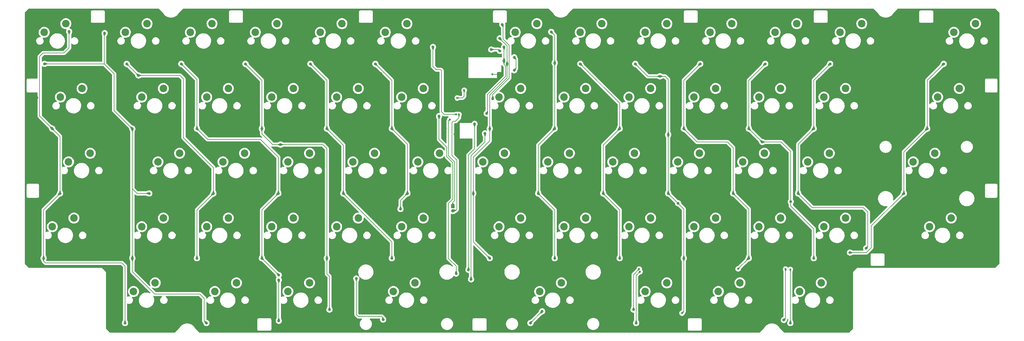
<source format=gbr>
%TF.GenerationSoftware,KiCad,Pcbnew,(7.0.0)*%
%TF.CreationDate,2023-06-17T11:14:13+09:00*%
%TF.ProjectId,Cr0wn60,43723077-6e36-4302-9e6b-696361645f70,rev?*%
%TF.SameCoordinates,Original*%
%TF.FileFunction,Copper,L1,Top*%
%TF.FilePolarity,Positive*%
%FSLAX46Y46*%
G04 Gerber Fmt 4.6, Leading zero omitted, Abs format (unit mm)*
G04 Created by KiCad (PCBNEW (7.0.0)) date 2023-06-17 11:14:13*
%MOMM*%
%LPD*%
G01*
G04 APERTURE LIST*
%TA.AperFunction,ComponentPad*%
%ADD10C,2.200000*%
%TD*%
%TA.AperFunction,ComponentPad*%
%ADD11R,1.000000X1.000000*%
%TD*%
%TA.AperFunction,ComponentPad*%
%ADD12O,1.000000X1.000000*%
%TD*%
%TA.AperFunction,ViaPad*%
%ADD13C,0.800000*%
%TD*%
%TA.AperFunction,ViaPad*%
%ADD14C,0.600000*%
%TD*%
%TA.AperFunction,Conductor*%
%ADD15C,0.200000*%
%TD*%
G04 APERTURE END LIST*
D10*
%TO.P,SW23,1,1*%
%TO.N,Net-(DK23-A)*%
X39052500Y-16510000D03*
%TO.P,SW23,2,2*%
%TO.N,Net-(DR2-K)*%
X45402500Y-13970000D03*
%TD*%
%TO.P,SW37,1,1*%
%TO.N,Net-(DK37-A)*%
X253365000Y-16510000D03*
%TO.P,SW37,2,2*%
%TO.N,Net-(DR3-K)*%
X259715000Y-13970000D03*
%TD*%
%TO.P,SW56,1,1*%
%TO.N,Net-(DK56-A)*%
X215265000Y-35560000D03*
%TO.P,SW56,2,2*%
%TO.N,Net-(DR5-K)*%
X221615000Y-33020000D03*
%TD*%
%TO.P,SW45,1,1*%
%TO.N,Net-(DK45-A)*%
X81915000Y-35560000D03*
%TO.P,SW45,2,2*%
%TO.N,Net-(DR4-K)*%
X88265000Y-33020000D03*
%TD*%
%TO.P,SW3,1,1*%
%TO.N,Net-(DK3-A)*%
X34290000Y2540000D03*
%TO.P,SW3,2,2*%
%TO.N,Net-(DR0-K)*%
X40640000Y5080000D03*
%TD*%
%TO.P,SW57,1,1*%
%TO.N,Net-(DK57-A)*%
X246221250Y-35560000D03*
%TO.P,SW57,2,2*%
%TO.N,Net-(DR5-K)*%
X252571250Y-33020000D03*
%TD*%
%TO.P,SW62,1,1*%
%TO.N,Net-(DK62-A)*%
X39052500Y-54610000D03*
%TO.P,SW62,2,2*%
%TO.N,Net-(DR6-K)*%
X45402500Y-52070000D03*
%TD*%
%TO.P,SW81,1,1*%
%TO.N,Net-(DK81-A)*%
X41433750Y-73660000D03*
%TO.P,SW81,2,2*%
%TO.N,Net-(DR8-K)*%
X47783750Y-71120000D03*
%TD*%
%TO.P,SW16,1,1*%
%TO.N,Net-(DK16-A)*%
X224790000Y2540000D03*
%TO.P,SW16,2,2*%
%TO.N,Net-(DR1-K)*%
X231140000Y5080000D03*
%TD*%
%TO.P,SW30,1,1*%
%TO.N,Net-(DK30-A)*%
X124777500Y-16510000D03*
%TO.P,SW30,2,2*%
%TO.N,Net-(DR3-K)*%
X131127500Y-13970000D03*
%TD*%
%TO.P,SW85,1,1*%
%TO.N,Net-(DK85-A)*%
X167640000Y-73660000D03*
%TO.P,SW85,2,2*%
%TO.N,Net-(DR8-K)*%
X173990000Y-71120000D03*
%TD*%
%TO.P,SW13,1,1*%
%TO.N,Net-(DK13-A)*%
X167640000Y2540000D03*
%TO.P,SW13,2,2*%
%TO.N,Net-(DR1-K)*%
X173990000Y5080000D03*
%TD*%
%TO.P,SW70,1,1*%
%TO.N,Net-(DK70-A)*%
X124777500Y-54610000D03*
%TO.P,SW70,2,2*%
%TO.N,Net-(DR7-K)*%
X131127500Y-52070000D03*
%TD*%
%TO.P,SW73,1,1*%
%TO.N,Net-(DK73-A)*%
X181927500Y-54610000D03*
%TO.P,SW73,2,2*%
%TO.N,Net-(DR7-K)*%
X188277500Y-52070000D03*
%TD*%
%TO.P,SW14,1,1*%
%TO.N,Net-(DK14-A)*%
X186690000Y2540000D03*
%TO.P,SW14,2,2*%
%TO.N,Net-(DR1-K)*%
X193040000Y5080000D03*
%TD*%
%TO.P,SW36,1,1*%
%TO.N,Net-(DK36-A)*%
X220027500Y-16510000D03*
%TO.P,SW36,2,2*%
%TO.N,Net-(DR3-K)*%
X226377500Y-13970000D03*
%TD*%
%TO.P,SW75,1,1*%
%TO.N,Net-(DK75-A)*%
X220027500Y-54610000D03*
%TO.P,SW75,2,2*%
%TO.N,Net-(DR7-K)*%
X226377500Y-52070000D03*
%TD*%
%TO.P,SW32,1,1*%
%TO.N,Net-(DK32-A)*%
X162877500Y-16510000D03*
%TO.P,SW32,2,2*%
%TO.N,Net-(DR3-K)*%
X169227500Y-13970000D03*
%TD*%
%TO.P,SW34,1,1*%
%TO.N,Net-(DK34-A)*%
X181927500Y-16510000D03*
%TO.P,SW34,2,2*%
%TO.N,Net-(DR3-K)*%
X188277500Y-13970000D03*
%TD*%
%TO.P,SW71,1,1*%
%TO.N,Net-(DK71-A)*%
X143827500Y-54610000D03*
%TO.P,SW71,2,2*%
%TO.N,Net-(DR7-K)*%
X150177500Y-52070000D03*
%TD*%
%TO.P,SW1,1,1*%
%TO.N,Net-(DK1-A)*%
X-8572500Y2540000D03*
%TO.P,SW1,2,2*%
%TO.N,Net-(DR0-K)*%
X-2222500Y5080000D03*
%TD*%
%TO.P,SW72,1,1*%
%TO.N,Net-(DK72-A)*%
X162877500Y-54610000D03*
%TO.P,SW72,2,2*%
%TO.N,Net-(DR7-K)*%
X169227500Y-52070000D03*
%TD*%
%TO.P,SW82,1,1*%
%TO.N,Net-(DK82-A)*%
X62865000Y-73660000D03*
%TO.P,SW82,2,2*%
%TO.N,Net-(DR8-K)*%
X69215000Y-71120000D03*
%TD*%
%TO.P,SW42,1,1*%
%TO.N,Net-(DK42-A)*%
X43815000Y-35560000D03*
%TO.P,SW42,2,2*%
%TO.N,Net-(DR4-K)*%
X50165000Y-33020000D03*
%TD*%
%TO.P,SW87,1,1*%
%TO.N,Net-(DK87-A)*%
X212883750Y-73660000D03*
%TO.P,SW87,2,2*%
%TO.N,Net-(DR8-K)*%
X219233750Y-71120000D03*
%TD*%
%TO.P,SW63,1,1*%
%TO.N,Net-(DK63-A)*%
X58102500Y-54610000D03*
%TO.P,SW63,2,2*%
%TO.N,Net-(DR6-K)*%
X64452500Y-52070000D03*
%TD*%
%TO.P,SW46,1,1*%
%TO.N,Net-(DK46-A)*%
X100965000Y-35560000D03*
%TO.P,SW46,2,2*%
%TO.N,Net-(DR4-K)*%
X107315000Y-33020000D03*
%TD*%
%TO.P,SW41,1,1*%
%TO.N,Net-(DK41-A)*%
X24765000Y-35560000D03*
%TO.P,SW41,2,2*%
%TO.N,Net-(DR4-K)*%
X31115000Y-33020000D03*
%TD*%
%TO.P,SW12,1,1*%
%TO.N,Net-(DK12-A)*%
X148590000Y2540000D03*
%TO.P,SW12,2,2*%
%TO.N,Net-(DR1-K)*%
X154940000Y5080000D03*
%TD*%
%TO.P,SW54,1,1*%
%TO.N,Net-(DK54-A)*%
X196215000Y-35560000D03*
%TO.P,SW54,2,2*%
%TO.N,Net-(DR5-K)*%
X202565000Y-33020000D03*
%TD*%
%TO.P,SW24,1,1*%
%TO.N,Net-(DK24-A)*%
X58102500Y-16510000D03*
%TO.P,SW24,2,2*%
%TO.N,Net-(DR2-K)*%
X64452500Y-13970000D03*
%TD*%
%TO.P,SW65,1,1*%
%TO.N,Net-(DK65-A)*%
X96202500Y-54610000D03*
%TO.P,SW65,2,2*%
%TO.N,Net-(DR6-K)*%
X102552500Y-52070000D03*
%TD*%
%TO.P,SW51,1,1*%
%TO.N,Net-(DK51-A)*%
X139065000Y-35560000D03*
%TO.P,SW51,2,2*%
%TO.N,Net-(DR5-K)*%
X145415000Y-33020000D03*
%TD*%
%TO.P,SW2,1,1*%
%TO.N,Net-(DK2-A)*%
X15240000Y2540000D03*
%TO.P,SW2,2,2*%
%TO.N,Net-(DR0-K)*%
X21590000Y5080000D03*
%TD*%
%TO.P,SW17,1,1*%
%TO.N,Net-(DK17-A)*%
X258127500Y2540000D03*
%TO.P,SW17,2,2*%
%TO.N,Net-(DR1-K)*%
X264477500Y5080000D03*
%TD*%
%TO.P,SW84,1,1*%
%TO.N,Net-(DK84-A)*%
X136683750Y-73660000D03*
%TO.P,SW84,2,2*%
%TO.N,Net-(DR8-K)*%
X143033750Y-71120000D03*
%TD*%
%TO.P,SW43,1,1*%
%TO.N,Net-(DK43-A)*%
X62865000Y-35560000D03*
%TO.P,SW43,2,2*%
%TO.N,Net-(DR4-K)*%
X69215000Y-33020000D03*
%TD*%
%TO.P,SW86,1,1*%
%TO.N,Net-(DK86-A)*%
X189071250Y-73660000D03*
%TO.P,SW86,2,2*%
%TO.N,Net-(DR8-K)*%
X195421250Y-71120000D03*
%TD*%
%TO.P,SW26,1,1*%
%TO.N,Net-(DK26-A)*%
X96202500Y-16510000D03*
%TO.P,SW26,2,2*%
%TO.N,Net-(DR2-K)*%
X102552500Y-13970000D03*
%TD*%
%TO.P,SW61,1,1*%
%TO.N,Net-(DK61-A)*%
X20002500Y-54610000D03*
%TO.P,SW61,2,2*%
%TO.N,Net-(DR6-K)*%
X26352500Y-52070000D03*
%TD*%
%TO.P,SW52,1,1*%
%TO.N,Net-(DK52-A)*%
X158115000Y-35560000D03*
%TO.P,SW52,2,2*%
%TO.N,Net-(DR5-K)*%
X164465000Y-33020000D03*
%TD*%
%TO.P,SW25,1,1*%
%TO.N,Net-(DK25-A)*%
X77152500Y-16510000D03*
%TO.P,SW25,2,2*%
%TO.N,Net-(DR2-K)*%
X83502500Y-13970000D03*
%TD*%
%TO.P,SW4,1,1*%
%TO.N,Net-(DK4-A)*%
X53340000Y2540000D03*
%TO.P,SW4,2,2*%
%TO.N,Net-(DR0-K)*%
X59690000Y5080000D03*
%TD*%
%TO.P,SW21,1,1*%
%TO.N,Net-(DK21-A)*%
X20002500Y-16510000D03*
%TO.P,SW21,2,2*%
%TO.N,Net-(DR2-K)*%
X26352500Y-13970000D03*
%TD*%
%TO.P,SW60,1,1*%
%TO.N,Net-(DK60-A)*%
X-6191250Y-54610000D03*
%TO.P,SW60,2,2*%
%TO.N,Net-(DR6-K)*%
X158750Y-52070000D03*
%TD*%
%TO.P,SW6,1,1*%
%TO.N,Net-(DK6-A)*%
X91440000Y2540000D03*
%TO.P,SW6,2,2*%
%TO.N,Net-(DR0-K)*%
X97790000Y5080000D03*
%TD*%
%TO.P,SW20,1,1*%
%TO.N,Net-(DK20-A)*%
X-3810000Y-16510000D03*
%TO.P,SW20,2,2*%
%TO.N,Net-(DR2-K)*%
X2540000Y-13970000D03*
%TD*%
%TO.P,SW40,1,1*%
%TO.N,Net-(DK40-A)*%
X-1428750Y-35560000D03*
%TO.P,SW40,2,2*%
%TO.N,Net-(DR4-K)*%
X4921250Y-33020000D03*
%TD*%
%TO.P,SW50,1,1*%
%TO.N,Net-(DK50-A)*%
X120015000Y-35560000D03*
%TO.P,SW50,2,2*%
%TO.N,Net-(DR5-K)*%
X126365000Y-33020000D03*
%TD*%
%TO.P,SW5,1,1*%
%TO.N,Net-(DK5-A)*%
X72390000Y2540000D03*
%TO.P,SW5,2,2*%
%TO.N,Net-(DR0-K)*%
X78740000Y5080000D03*
%TD*%
%TO.P,SW74,1,1*%
%TO.N,Net-(DK74-A)*%
X200977500Y-54610000D03*
%TO.P,SW74,2,2*%
%TO.N,Net-(DR7-K)*%
X207327500Y-52070000D03*
%TD*%
%TO.P,SW76,1,1*%
%TO.N,Net-(DK76-A)*%
X250983750Y-54610000D03*
%TO.P,SW76,2,2*%
%TO.N,Net-(DR7-K)*%
X257333750Y-52070000D03*
%TD*%
%TO.P,SW53,1,1*%
%TO.N,Net-(DK53-A)*%
X177165000Y-35560000D03*
%TO.P,SW53,2,2*%
%TO.N,Net-(DR5-K)*%
X183515000Y-33020000D03*
%TD*%
%TO.P,SW35,1,1*%
%TO.N,Net-(DK35-A)*%
X200977500Y-16510000D03*
%TO.P,SW35,2,2*%
%TO.N,Net-(DR3-K)*%
X207327500Y-13970000D03*
%TD*%
%TO.P,SW80,1,1*%
%TO.N,Net-(DK80-A)*%
X17621250Y-73660000D03*
%TO.P,SW80,2,2*%
%TO.N,Net-(DR8-K)*%
X23971250Y-71120000D03*
%TD*%
%TO.P,SW83,1,1*%
%TO.N,Net-(DK83-A)*%
X93821250Y-73660000D03*
%TO.P,SW83,2,2*%
%TO.N,Net-(DR8-K)*%
X100171250Y-71120000D03*
%TD*%
%TO.P,SW10,1,1*%
%TO.N,Net-(DK10-A)*%
X129540000Y2540000D03*
%TO.P,SW10,2,2*%
%TO.N,Net-(DR1-K)*%
X135890000Y5080000D03*
%TD*%
%TO.P,SW31,1,1*%
%TO.N,Net-(DK31-A)*%
X143827500Y-16510000D03*
%TO.P,SW31,2,2*%
%TO.N,Net-(DR3-K)*%
X150177500Y-13970000D03*
%TD*%
%TO.P,SW64,1,1*%
%TO.N,Net-(DK64-A)*%
X77152500Y-54610000D03*
%TO.P,SW64,2,2*%
%TO.N,Net-(DR6-K)*%
X83502500Y-52070000D03*
%TD*%
%TO.P,SW15,1,1*%
%TO.N,Net-(DK15-A)*%
X205740000Y2540000D03*
%TO.P,SW15,2,2*%
%TO.N,Net-(DR1-K)*%
X212090000Y5080000D03*
%TD*%
D11*
%TO.P,J2,1,Pin_1*%
%TO.N,/MCU/SWC*%
X111226999Y-48650999D03*
D12*
%TO.P,J2,2,Pin_2*%
%TO.N,/MCU/SWD*%
X111226999Y-49920999D03*
%TD*%
D13*
%TO.N,+3V3*%
X125031500Y-2921000D03*
X122491500Y-2540000D03*
X129222500Y-8636000D03*
X129222500Y-4826000D03*
%TO.N,GND*%
X114046000Y-11938000D03*
X185737500Y-82169000D03*
D14*
X120650000Y-19812000D03*
D13*
X115443000Y-17907000D03*
X58737500Y-82169000D03*
X122618500Y-82169000D03*
X82232500Y5969000D03*
X215582500Y5969000D03*
X267906500Y-40513000D03*
D14*
X110236000Y-3302000D03*
D13*
X115443000Y-20193000D03*
X90106500Y-9652000D03*
X115326500Y-12134382D03*
D14*
X111760000Y-27432000D03*
D13*
X121475500Y5969000D03*
D14*
X105410000Y3810000D03*
X122809000Y-9779000D03*
D13*
X123190000Y3810000D03*
X44132500Y5969000D03*
X-10731500Y-47625000D03*
X114300000Y-19050000D03*
X3619500Y5969000D03*
X106000000Y-28400000D03*
D14*
X119126000Y-4318000D03*
X112014000Y-6096000D03*
D13*
X177482500Y5969000D03*
X113157000Y-20193000D03*
X108300000Y-28400000D03*
X113157000Y-17907000D03*
X111700000Y-11800000D03*
X267906500Y-9652000D03*
D14*
X108966000Y-15367000D03*
D13*
X239331500Y-63119000D03*
D14*
X116840000Y-23622000D03*
X109220000Y-25654000D03*
D13*
X90106500Y-14224000D03*
X246570500Y5969000D03*
X93868750Y-9512000D03*
X-10731500Y-16637000D03*
D14*
%TO.N,+1V1*%
X112522000Y-16764000D03*
X114563000Y-14487000D03*
D13*
%TO.N,/P0*%
X122048000Y-25780000D03*
X-3936000Y-44830000D03*
X-8762000Y-63880000D03*
X122048000Y-63880000D03*
X127128000Y-6730000D03*
X15112000Y-82930000D03*
X117222000Y-44830000D03*
X-1270000Y2794000D03*
X-6222000Y-25780000D03*
X124968000Y762000D03*
%TO.N,/P1*%
X-8510000Y-6730000D03*
X136272000Y-44830000D03*
X141098000Y-63880000D03*
X17272000Y-63880000D03*
X126238000Y-5842000D03*
X141098000Y-6478000D03*
X38988000Y-82930000D03*
X126238000Y-1778000D03*
X17272000Y-25780000D03*
X22224000Y-44830000D03*
X9144000Y2286000D03*
X141098000Y-25780000D03*
X140082000Y2666000D03*
X121158000Y-21336000D03*
%TO.N,/P2*%
X120650000Y-27178000D03*
X160146000Y-25780000D03*
X60198000Y-82296000D03*
X15620000Y-6730000D03*
X19050000Y-10160000D03*
X60198000Y-70231000D03*
X36194000Y-63880000D03*
X160148000Y-63880000D03*
X148590000Y-6730000D03*
X41020000Y-44830000D03*
X155322000Y-44830000D03*
X116586000Y-70104000D03*
%TO.N,/P3*%
X82931000Y-69850000D03*
X60072000Y-44830000D03*
X171958000Y-10414000D03*
X164718000Y-6730000D03*
X177292000Y-47752000D03*
X36196000Y-25780000D03*
D14*
X178435000Y-80010000D03*
D13*
X60199000Y-68833000D03*
X174370000Y-44830000D03*
X55246000Y-63880000D03*
X90805000Y-81915000D03*
X31624000Y-6730000D03*
X174370000Y-27560000D03*
X178942000Y-63880000D03*
%TO.N,/P4*%
X183768000Y-6730000D03*
X164211000Y-78994000D03*
D14*
X194880500Y-66991500D03*
X165862000Y-67056000D03*
D13*
X197992000Y-63880000D03*
X193420000Y-44830000D03*
X137414000Y-79502000D03*
X50420000Y-6730000D03*
X75057000Y-78994000D03*
X60706000Y-30480000D03*
X74296000Y-63880000D03*
X55246000Y-25780000D03*
X178944000Y-25780000D03*
X133984000Y-82930000D03*
%TO.N,/P5*%
X79122000Y-44830000D03*
X69470000Y-6730000D03*
X74296000Y-25780000D03*
X210312000Y-47244000D03*
X201932000Y-29718000D03*
X164972000Y-82930000D03*
X202818000Y-6730000D03*
X197994000Y-25780000D03*
D14*
X166116000Y-67818000D03*
D13*
X217042000Y-63880000D03*
X93344000Y-63880000D03*
%TO.N,/P6*%
X97918000Y-44830000D03*
X88520000Y-6730000D03*
X232410000Y-60960000D03*
X95886000Y-49402000D03*
X208280000Y-82042000D03*
X217042000Y-25780000D03*
X221868000Y-6730000D03*
X93346000Y-25780000D03*
D14*
X208788000Y-67056000D03*
D13*
X212470000Y-44830000D03*
%TO.N,/P7*%
X227647500Y-62230000D03*
X255142000Y-6730000D03*
X210184000Y-82930000D03*
X243458000Y-44830000D03*
X115824000Y-67310000D03*
X250316000Y-25780000D03*
X117602000Y-24384000D03*
D14*
X210184000Y-67184000D03*
D13*
%TO.N,/P8*%
X112200000Y-68400000D03*
X107188000Y-22098000D03*
D14*
%TO.N,/MCU/SWC*%
X110363000Y-23114000D03*
%TO.N,/MCU/SWD*%
X113030000Y-21606000D03*
D13*
%TO.N,/LED*%
X125730000Y4826000D03*
X122936000Y-17018000D03*
D14*
%TO.N,/MCU/RUN*%
X112268000Y-21590000D03*
D13*
X105410000Y-1778000D03*
%TD*%
D15*
%TO.N,+3V3*%
X122491500Y-2540000D02*
X124650500Y-2540000D01*
X129222500Y-4826000D02*
X129730500Y-5334000D01*
X129730500Y-5334000D02*
X129730500Y-8128000D01*
X124650500Y-2540000D02*
X125031500Y-2921000D01*
X129730500Y-8128000D02*
X129222500Y-8636000D01*
%TO.N,GND*%
X122809000Y-9779000D02*
X124460000Y-9779000D01*
%TO.N,+1V1*%
X114046000Y-16764000D02*
X112522000Y-16764000D01*
X114563000Y-14487000D02*
X114554000Y-14496000D01*
X114554000Y-14496000D02*
X114554000Y-16256000D01*
X114554000Y-16256000D02*
X114046000Y-16764000D01*
%TO.N,/P0*%
X-9906000Y-22096000D02*
X-6222000Y-25780000D01*
X-2794000Y-3556000D02*
X-8890000Y-3556000D01*
X122048000Y-15874000D02*
X127128000Y-10794000D01*
X-3936000Y-44830000D02*
X-3936000Y-28066000D01*
X127128000Y-1398000D02*
X127128000Y-6730000D01*
X-8762000Y-64644000D02*
X-8762000Y-63880000D01*
X-8128000Y-65278000D02*
X-8762000Y-64644000D01*
X-8890000Y-3556000D02*
X-9906000Y-4572000D01*
X117222000Y-34162000D02*
X117222000Y-44830000D01*
X15112000Y-66166000D02*
X14224000Y-65278000D01*
X-1270000Y2794000D02*
X-1270000Y-2032000D01*
X122048000Y-15874000D02*
X122048000Y-25780000D01*
X15112000Y-82930000D02*
X15112000Y-66166000D01*
X-8762000Y-49656000D02*
X-3936000Y-44830000D01*
X124968000Y762000D02*
X127128000Y-1398000D01*
X117222000Y-44830000D02*
X117222000Y-59054000D01*
X122048000Y-29336000D02*
X117222000Y-34162000D01*
X117222000Y-59054000D02*
X122048000Y-63880000D01*
X-1270000Y-2032000D02*
X-2794000Y-3556000D01*
X127128000Y-10794000D02*
X127128000Y-6730000D01*
X14224000Y-65278000D02*
X-8128000Y-65278000D01*
X-8762000Y-63880000D02*
X-8762000Y-49656000D01*
X-9906000Y-4572000D02*
X-9906000Y-22096000D01*
X-3936000Y-28066000D02*
X-6222000Y-25780000D01*
X122048000Y-25780000D02*
X122048000Y-29336000D01*
%TO.N,/P1*%
X121412000Y-21082000D02*
X121158000Y-21336000D01*
X11938000Y-9652000D02*
X11938000Y-20446000D01*
X-8510000Y-6730000D02*
X9016000Y-6730000D01*
X17272000Y-25780000D02*
X17272000Y-43434000D01*
X17272000Y-63880000D02*
X17272000Y-43434000D01*
X141098000Y-49656000D02*
X141098000Y-63880000D01*
X126238000Y-5842000D02*
X126238000Y-1778000D01*
X9016000Y2158000D02*
X9016000Y-6730000D01*
X136272000Y-44830000D02*
X136272000Y-30606000D01*
X136272000Y-30606000D02*
X141098000Y-25780000D01*
X38354000Y-82296000D02*
X38988000Y-82930000D01*
X140082000Y2666000D02*
X141098000Y1650000D01*
X121412000Y-15748000D02*
X121412000Y-21082000D01*
X23876000Y-74422000D02*
X37084000Y-74422000D01*
X9144000Y2286000D02*
X9016000Y2158000D01*
X17272000Y-67818000D02*
X23876000Y-74422000D01*
X18668000Y-44830000D02*
X17272000Y-43434000D01*
X126238000Y-6858000D02*
X126746000Y-7366000D01*
X11938000Y-20446000D02*
X17272000Y-25780000D01*
X141098000Y-25780000D02*
X141098000Y-6478000D01*
X17272000Y-63880000D02*
X17272000Y-67818000D01*
X136272000Y-44830000D02*
X141098000Y-49656000D01*
X126238000Y-5842000D02*
X126238000Y-6858000D01*
X9016000Y-6730000D02*
X11938000Y-9652000D01*
X37084000Y-74422000D02*
X38354000Y-75692000D01*
X126746000Y-7366000D02*
X126746000Y-10414000D01*
X141098000Y1650000D02*
X141098000Y-6478000D01*
X22224000Y-44830000D02*
X18668000Y-44830000D01*
X38354000Y-75692000D02*
X38354000Y-82296000D01*
X126746000Y-10414000D02*
X121412000Y-15748000D01*
%TO.N,/P2*%
X41020000Y-37210000D02*
X41020000Y-44830000D01*
X116586000Y-33782000D02*
X120650000Y-29718000D01*
X36194000Y-49656000D02*
X36194000Y-63880000D01*
X160148000Y-49656000D02*
X160148000Y-63880000D01*
X32258000Y-28448000D02*
X41020000Y-37210000D01*
X116586000Y-70104000D02*
X116586000Y-33782000D01*
X15620000Y-6730000D02*
X19050000Y-10160000D01*
X155322000Y-30604000D02*
X160146000Y-25780000D01*
X155322000Y-44830000D02*
X155322000Y-30604000D01*
X41020000Y-44830000D02*
X36194000Y-49656000D01*
X120650000Y-29718000D02*
X120650000Y-27178000D01*
X155322000Y-44830000D02*
X160148000Y-49656000D01*
X160146000Y-25780000D02*
X160146000Y-18286000D01*
X32258000Y-11176000D02*
X32258000Y-28448000D01*
X160146000Y-18286000D02*
X148590000Y-6730000D01*
X31242000Y-10160000D02*
X32258000Y-11176000D01*
X19050000Y-10160000D02*
X31242000Y-10160000D01*
X60198000Y-82296000D02*
X60198000Y-70231000D01*
%TO.N,/P3*%
X60199000Y-68833000D02*
X55246000Y-63880000D01*
X55246000Y-49656000D02*
X55246000Y-63880000D01*
X174370000Y-11302000D02*
X174370000Y-27560000D01*
X178942000Y-63880000D02*
X178942000Y-79503000D01*
X90424000Y-81026000D02*
X83566000Y-81026000D01*
X90805000Y-81407000D02*
X90424000Y-81026000D01*
X164718000Y-6730000D02*
X168402000Y-10414000D01*
X39372000Y-28956000D02*
X54864000Y-28956000D01*
X82931000Y-69850000D02*
X82931000Y-80391000D01*
X54864000Y-28956000D02*
X60072000Y-34164000D01*
X90805000Y-81915000D02*
X90805000Y-81407000D01*
X178942000Y-49402000D02*
X178942000Y-63880000D01*
X178942000Y-79503000D02*
X178435000Y-80010000D01*
X174370000Y-27560000D02*
X174370000Y-44830000D01*
X82931000Y-80391000D02*
X83566000Y-81026000D01*
X171958000Y-10414000D02*
X173482000Y-10414000D01*
X174370000Y-44830000D02*
X178942000Y-49402000D01*
X31624000Y-6730000D02*
X36196000Y-11302000D01*
X173482000Y-10414000D02*
X174370000Y-11302000D01*
X60072000Y-34164000D02*
X60072000Y-44830000D01*
X36196000Y-25780000D02*
X39372000Y-28956000D01*
X60072000Y-44830000D02*
X55246000Y-49656000D01*
X168402000Y-10414000D02*
X171958000Y-10414000D01*
X36196000Y-11302000D02*
X36196000Y-25780000D01*
%TO.N,/P4*%
X178944000Y-11554000D02*
X183768000Y-6730000D01*
X197992000Y-63880000D02*
X194880500Y-66991500D01*
X74296000Y-31624000D02*
X74296000Y-63880000D01*
X58420000Y-30480000D02*
X60706000Y-30480000D01*
X75057000Y-69215000D02*
X74296000Y-68454000D01*
X74296000Y-68454000D02*
X74296000Y-63880000D01*
X50420000Y-6730000D02*
X55246000Y-11556000D01*
X73152000Y-30480000D02*
X74296000Y-31624000D01*
X182880000Y-29718000D02*
X178944000Y-25782000D01*
X137412000Y-79502000D02*
X133984000Y-82930000D01*
X55246000Y-11556000D02*
X55246000Y-25780000D01*
X197992000Y-49402000D02*
X197992000Y-63880000D01*
X178944000Y-25782000D02*
X178944000Y-25780000D01*
X193420000Y-44830000D02*
X197992000Y-49402000D01*
X55246000Y-27306000D02*
X58420000Y-30480000D01*
X193420000Y-44830000D02*
X193420000Y-31368000D01*
X164211000Y-68707000D02*
X165862000Y-67056000D01*
X60706000Y-30480000D02*
X73152000Y-30480000D01*
X178944000Y-25780000D02*
X178944000Y-11554000D01*
X55246000Y-25780000D02*
X55246000Y-27306000D01*
X164211000Y-68707000D02*
X164211000Y-78994000D01*
X193420000Y-31368000D02*
X191770000Y-29718000D01*
X191770000Y-29718000D02*
X182880000Y-29718000D01*
X75057000Y-78994000D02*
X75057000Y-69215000D01*
%TO.N,/P5*%
X79122000Y-44830000D02*
X93344000Y-59052000D01*
X201932000Y-29718000D02*
X197994000Y-25780000D01*
X79122000Y-30606000D02*
X74296000Y-25780000D01*
X79122000Y-44830000D02*
X79122000Y-30606000D01*
X197994000Y-25780000D02*
X197994000Y-11554000D01*
X197994000Y-11554000D02*
X202818000Y-6730000D01*
X164972000Y-68962000D02*
X164972000Y-82930000D01*
X217042000Y-63880000D02*
X217042000Y-55244000D01*
X166116000Y-67818000D02*
X164972000Y-68962000D01*
X207518000Y-29718000D02*
X201932000Y-29718000D01*
X93344000Y-59052000D02*
X93344000Y-63880000D01*
X74296000Y-25780000D02*
X74296000Y-11556000D01*
X210312000Y-32512000D02*
X207518000Y-29718000D01*
X74296000Y-11556000D02*
X69470000Y-6730000D01*
X217042000Y-55244000D02*
X210312000Y-48514000D01*
X210312000Y-48514000D02*
X210312000Y-32512000D01*
%TO.N,/P6*%
X232918000Y-60452000D02*
X232918000Y-50292000D01*
X208788000Y-81534000D02*
X208788000Y-67056000D01*
X97918000Y-30352000D02*
X97918000Y-44830000D01*
X217042000Y-25780000D02*
X217042000Y-11556000D01*
X95886000Y-46862000D02*
X95886000Y-49402000D01*
X212470000Y-30352000D02*
X217042000Y-25780000D01*
X216662000Y-49022000D02*
X212470000Y-44830000D01*
X232410000Y-60960000D02*
X232918000Y-60452000D01*
X217042000Y-11556000D02*
X221868000Y-6730000D01*
X232918000Y-50292000D02*
X231648000Y-49022000D01*
X212470000Y-44830000D02*
X212470000Y-30352000D01*
X208280000Y-82042000D02*
X208788000Y-81534000D01*
X97918000Y-44830000D02*
X95886000Y-46862000D01*
X93346000Y-11556000D02*
X93346000Y-25780000D01*
X231648000Y-49022000D02*
X216662000Y-49022000D01*
X93346000Y-25780000D02*
X97918000Y-30352000D01*
X88520000Y-6730000D02*
X93346000Y-11556000D01*
%TO.N,/P7*%
X243458000Y-32638000D02*
X250316000Y-25780000D01*
X250316000Y-25780000D02*
X250316000Y-11556000D01*
X117602000Y-31750000D02*
X115824000Y-33528000D01*
X227647500Y-62230000D02*
X232441750Y-62230000D01*
X243458000Y-44830000D02*
X243458000Y-32638000D01*
X232441750Y-62230000D02*
X233934000Y-60737750D01*
X117602000Y-24384000D02*
X117602000Y-31750000D01*
X210184000Y-67184000D02*
X210184000Y-82930000D01*
X233934000Y-54354000D02*
X243458000Y-44830000D01*
X233934000Y-60737750D02*
X233934000Y-54354000D01*
X115824000Y-33528000D02*
X115824000Y-67310000D01*
X250316000Y-11556000D02*
X255142000Y-6730000D01*
%TO.N,/P8*%
X109982000Y-47752000D02*
X111252000Y-46482000D01*
X111252000Y-35814000D02*
X109474000Y-34036000D01*
X112200000Y-68400000D02*
X112200000Y-66226000D01*
X111252000Y-46482000D02*
X111252000Y-35814000D01*
X109982000Y-64008000D02*
X109982000Y-47752000D01*
X107188000Y-28956000D02*
X107188000Y-22098000D01*
X109474000Y-31242000D02*
X107188000Y-28956000D01*
X109474000Y-34036000D02*
X109474000Y-31242000D01*
X112200000Y-66226000D02*
X109982000Y-64008000D01*
%TO.N,/MCU/SWC*%
X110363000Y-23114000D02*
X109982000Y-23495000D01*
X111227000Y-47523000D02*
X111227000Y-48651000D01*
X111760000Y-46990000D02*
X111227000Y-47523000D01*
X111760000Y-35560000D02*
X111760000Y-46990000D01*
X109982000Y-23495000D02*
X109982000Y-33782000D01*
X109982000Y-33782000D02*
X111760000Y-35560000D01*
%TO.N,/MCU/SWD*%
X112004000Y-49921000D02*
X111227000Y-49921000D01*
X111379000Y-23622000D02*
X110998000Y-24003000D01*
X110998000Y-33655000D02*
X112395000Y-35052000D01*
X110998000Y-24003000D02*
X110998000Y-33655000D01*
X113030000Y-21606000D02*
X113030000Y-22606000D01*
X113030000Y-22606000D02*
X112014000Y-23622000D01*
X112014000Y-23622000D02*
X111379000Y-23622000D01*
X112395000Y-49530000D02*
X112004000Y-49921000D01*
X112395000Y-35052000D02*
X112395000Y-49530000D01*
%TO.N,/LED*%
X122936000Y-17018000D02*
X122936000Y-15748000D01*
X125984000Y4572000D02*
X125730000Y4826000D01*
X125984000Y508000D02*
X125984000Y4572000D01*
X122936000Y-15748000D02*
X127762000Y-10922000D01*
X127762000Y-10922000D02*
X127762000Y-1270000D01*
X125984000Y508000D02*
X127762000Y-1270000D01*
%TO.N,/MCU/RUN*%
X106358000Y-8450000D02*
X107700000Y-8450000D01*
X107700000Y-8450000D02*
X107950000Y-8700000D01*
X105410000Y-7502000D02*
X106358000Y-8450000D01*
X107950000Y-20828000D02*
X108712000Y-21590000D01*
X108712000Y-21590000D02*
X112268000Y-21590000D01*
X105410000Y-1778000D02*
X105410000Y-7502000D01*
X107950000Y-8700000D02*
X107950000Y-20828000D01*
%TD*%
%TA.AperFunction,Conductor*%
%TO.N,GND*%
G36*
X108300366Y-22041139D02*
G01*
X108309925Y-22048474D01*
X108309929Y-22048478D01*
X108405124Y-22121524D01*
X108553149Y-22182838D01*
X108572543Y-22185391D01*
X108672115Y-22198500D01*
X108672120Y-22198500D01*
X108712000Y-22203750D01*
X108720189Y-22202672D01*
X108743693Y-22199578D01*
X108760138Y-22198500D01*
X109863009Y-22198500D01*
X109925191Y-22214913D01*
X109971174Y-22259875D01*
X109988977Y-22321673D01*
X109973964Y-22384208D01*
X109930045Y-22431187D01*
X109861714Y-22474121D01*
X109861707Y-22474126D01*
X109855719Y-22477889D01*
X109850714Y-22482893D01*
X109850710Y-22482897D01*
X109731897Y-22601710D01*
X109731893Y-22601714D01*
X109726889Y-22606719D01*
X109723126Y-22612707D01*
X109723121Y-22612714D01*
X109633722Y-22754993D01*
X109629957Y-22760985D01*
X109627622Y-22767657D01*
X109627620Y-22767662D01*
X109617184Y-22797487D01*
X109609722Y-22814616D01*
X109601409Y-22830388D01*
X109601401Y-22830404D01*
X109599433Y-22834140D01*
X109597982Y-22838102D01*
X109597976Y-22838118D01*
X109494217Y-23121647D01*
X109475855Y-23155048D01*
X109455505Y-23181568D01*
X109455500Y-23181576D01*
X109450476Y-23188124D01*
X109447316Y-23195750D01*
X109447315Y-23195754D01*
X109397870Y-23315125D01*
X109392322Y-23328518D01*
X109392320Y-23328524D01*
X109389162Y-23336150D01*
X109388085Y-23344330D01*
X109388083Y-23344338D01*
X109373500Y-23455114D01*
X109373500Y-23455115D01*
X109373500Y-23455120D01*
X109368250Y-23495000D01*
X109371263Y-23517891D01*
X109372422Y-23526690D01*
X109373500Y-23543136D01*
X109373500Y-29976761D01*
X109359767Y-30033964D01*
X109321561Y-30078697D01*
X109267211Y-30101210D01*
X109208564Y-30096594D01*
X109158405Y-30065856D01*
X107833405Y-28740856D01*
X107806091Y-28699979D01*
X107796500Y-28651761D01*
X107796500Y-23037899D01*
X107806192Y-22989438D01*
X107870899Y-22834140D01*
X108027053Y-22459369D01*
X108046020Y-22397309D01*
X108046667Y-22395258D01*
X108048236Y-22390431D01*
X108081542Y-22287928D01*
X108098358Y-22127932D01*
X108122217Y-22066379D01*
X108173928Y-22025338D01*
X108239294Y-22016078D01*
X108300366Y-22041139D01*
G37*
%TD.AperFunction*%
%TA.AperFunction,Conductor*%
G36*
X24998945Y9514909D02*
G01*
X25039819Y9487597D01*
X25973873Y8553543D01*
X26178888Y8348528D01*
X26202485Y8315792D01*
X26261142Y8198503D01*
X26261150Y8198487D01*
X26262786Y8195218D01*
X26264797Y8192149D01*
X26264801Y8192143D01*
X26431083Y7938448D01*
X26431089Y7938438D01*
X26433096Y7935378D01*
X26435445Y7932569D01*
X26435450Y7932564D01*
X26532250Y7816874D01*
X26632464Y7697104D01*
X26635126Y7694586D01*
X26635133Y7694579D01*
X26744567Y7591082D01*
X26858185Y7483628D01*
X26861124Y7481434D01*
X26861128Y7481432D01*
X27104255Y7300042D01*
X27104271Y7300031D01*
X27107199Y7297847D01*
X27110369Y7296013D01*
X27110377Y7296008D01*
X27372943Y7144121D01*
X27372952Y7144116D01*
X27376125Y7142281D01*
X27379485Y7140829D01*
X27379497Y7140823D01*
X27657943Y7020498D01*
X27657951Y7020494D01*
X27661316Y7019041D01*
X27664828Y7017987D01*
X27664833Y7017986D01*
X27955396Y6930849D01*
X27955402Y6930847D01*
X27958902Y6929798D01*
X27962490Y6929164D01*
X27962504Y6929161D01*
X28261233Y6876401D01*
X28261237Y6876400D01*
X28264847Y6875763D01*
X28268512Y6875549D01*
X28268514Y6875549D01*
X28571332Y6857884D01*
X28575000Y6857670D01*
X28578668Y6857884D01*
X28881485Y6875549D01*
X28885153Y6875763D01*
X28888764Y6876400D01*
X28888766Y6876401D01*
X29187495Y6929161D01*
X29187505Y6929163D01*
X29191098Y6929798D01*
X29343041Y6975364D01*
X29485166Y7017986D01*
X29488684Y7019041D01*
X29633374Y7081566D01*
X29770502Y7140823D01*
X29770507Y7140825D01*
X29773875Y7142281D01*
X30042801Y7297847D01*
X30045736Y7300036D01*
X30045744Y7300042D01*
X30195539Y7411800D01*
X30291815Y7483628D01*
X30517536Y7697104D01*
X30716904Y7935378D01*
X30811859Y8080250D01*
X30885200Y8192145D01*
X30885201Y8192147D01*
X30887214Y8195218D01*
X30947514Y8315792D01*
X30971111Y8348528D01*
X32110178Y9487595D01*
X32151055Y9514909D01*
X32199273Y9524500D01*
X139250727Y9524500D01*
X139298945Y9514909D01*
X139339819Y9487597D01*
X140273873Y8553543D01*
X140478888Y8348528D01*
X140502485Y8315792D01*
X140561142Y8198503D01*
X140561150Y8198487D01*
X140562786Y8195218D01*
X140564797Y8192149D01*
X140564801Y8192143D01*
X140731083Y7938448D01*
X140731089Y7938438D01*
X140733096Y7935378D01*
X140735445Y7932569D01*
X140735450Y7932564D01*
X140832250Y7816874D01*
X140932464Y7697104D01*
X140935126Y7694586D01*
X140935133Y7694579D01*
X141044567Y7591082D01*
X141158185Y7483628D01*
X141161124Y7481434D01*
X141161128Y7481432D01*
X141404255Y7300042D01*
X141404271Y7300031D01*
X141407199Y7297847D01*
X141410369Y7296013D01*
X141410377Y7296008D01*
X141672943Y7144121D01*
X141672952Y7144116D01*
X141676125Y7142281D01*
X141679485Y7140829D01*
X141679497Y7140823D01*
X141957943Y7020498D01*
X141957951Y7020494D01*
X141961316Y7019041D01*
X141964828Y7017987D01*
X141964833Y7017986D01*
X142255396Y6930849D01*
X142255402Y6930847D01*
X142258902Y6929798D01*
X142262490Y6929164D01*
X142262504Y6929161D01*
X142561233Y6876401D01*
X142561237Y6876400D01*
X142564847Y6875763D01*
X142568512Y6875549D01*
X142568514Y6875549D01*
X142871332Y6857884D01*
X142875000Y6857670D01*
X142878668Y6857884D01*
X143181485Y6875549D01*
X143185153Y6875763D01*
X143188764Y6876400D01*
X143188766Y6876401D01*
X143487495Y6929161D01*
X143487505Y6929163D01*
X143491098Y6929798D01*
X143643041Y6975364D01*
X143785166Y7017986D01*
X143788684Y7019041D01*
X143933374Y7081566D01*
X144070502Y7140823D01*
X144070507Y7140825D01*
X144073875Y7142281D01*
X144342801Y7297847D01*
X144345736Y7300036D01*
X144345744Y7300042D01*
X144495539Y7411800D01*
X144591815Y7483628D01*
X144817536Y7697104D01*
X145016904Y7935378D01*
X145111859Y8080250D01*
X145185200Y8192145D01*
X145185201Y8192147D01*
X145187214Y8195218D01*
X145247514Y8315792D01*
X145271111Y8348528D01*
X146410178Y9487595D01*
X146451055Y9514909D01*
X146499273Y9524500D01*
X234500727Y9524500D01*
X234548945Y9514909D01*
X234589819Y9487597D01*
X235523873Y8553543D01*
X235728888Y8348528D01*
X235752485Y8315792D01*
X235811142Y8198503D01*
X235811150Y8198487D01*
X235812786Y8195218D01*
X235814797Y8192149D01*
X235814801Y8192143D01*
X235981083Y7938448D01*
X235981089Y7938438D01*
X235983096Y7935378D01*
X235985445Y7932569D01*
X235985450Y7932564D01*
X236082250Y7816874D01*
X236182464Y7697104D01*
X236185126Y7694586D01*
X236185133Y7694579D01*
X236294567Y7591082D01*
X236408185Y7483628D01*
X236411124Y7481434D01*
X236411128Y7481432D01*
X236654255Y7300042D01*
X236654271Y7300031D01*
X236657199Y7297847D01*
X236660369Y7296013D01*
X236660377Y7296008D01*
X236922943Y7144121D01*
X236922952Y7144116D01*
X236926125Y7142281D01*
X236929485Y7140829D01*
X236929497Y7140823D01*
X237207943Y7020498D01*
X237207951Y7020494D01*
X237211316Y7019041D01*
X237214828Y7017987D01*
X237214833Y7017986D01*
X237505396Y6930849D01*
X237505402Y6930847D01*
X237508902Y6929798D01*
X237512490Y6929164D01*
X237512504Y6929161D01*
X237811233Y6876401D01*
X237811237Y6876400D01*
X237814847Y6875763D01*
X237818512Y6875549D01*
X237818514Y6875549D01*
X238121332Y6857884D01*
X238125000Y6857670D01*
X238128668Y6857884D01*
X238431485Y6875549D01*
X238435153Y6875763D01*
X238438764Y6876400D01*
X238438766Y6876401D01*
X238737495Y6929161D01*
X238737505Y6929163D01*
X238741098Y6929798D01*
X238893041Y6975364D01*
X239035166Y7017986D01*
X239038684Y7019041D01*
X239183374Y7081566D01*
X239320502Y7140823D01*
X239320507Y7140825D01*
X239323875Y7142281D01*
X239592801Y7297847D01*
X239595736Y7300036D01*
X239595744Y7300042D01*
X239745539Y7411800D01*
X239841815Y7483628D01*
X240067536Y7697104D01*
X240266904Y7935378D01*
X240361859Y8080250D01*
X240435200Y8192145D01*
X240435201Y8192147D01*
X240437214Y8195218D01*
X240497514Y8315792D01*
X240521111Y8348528D01*
X241660178Y9487595D01*
X241701055Y9514909D01*
X241749273Y9524500D01*
X270219477Y9524500D01*
X270267695Y9514909D01*
X270308572Y9487595D01*
X271425095Y8371072D01*
X271452409Y8330195D01*
X271462000Y8281977D01*
X271462000Y-65431977D01*
X271452409Y-65480195D01*
X271425095Y-65521072D01*
X270308572Y-66637595D01*
X270267695Y-66664909D01*
X270219477Y-66674500D01*
X229790726Y-66674500D01*
X229790625Y-66674458D01*
X229790341Y-66674576D01*
X229790340Y-66674576D01*
X229790242Y-66674617D01*
X229790201Y-66674715D01*
X229781719Y-66683196D01*
X229781713Y-66683201D01*
X228608201Y-67856713D01*
X228608196Y-67856719D01*
X228599715Y-67865201D01*
X228599617Y-67865242D01*
X228599576Y-67865340D01*
X228599576Y-67865341D01*
X228599458Y-67865625D01*
X228599500Y-67865726D01*
X228599500Y-67877872D01*
X228599500Y-84481977D01*
X228589909Y-84530195D01*
X228562595Y-84571072D01*
X227446072Y-85687595D01*
X227405195Y-85714909D01*
X227356977Y-85724500D01*
X208411773Y-85724500D01*
X208363555Y-85714909D01*
X208322678Y-85687595D01*
X207183611Y-84548528D01*
X207160013Y-84515791D01*
X207145113Y-84485998D01*
X207099714Y-84395218D01*
X207054587Y-84326369D01*
X206931416Y-84138448D01*
X206929404Y-84135378D01*
X206730036Y-83897104D01*
X206504315Y-83683628D01*
X206380868Y-83591528D01*
X206258244Y-83500042D01*
X206258236Y-83500036D01*
X206255301Y-83497847D01*
X205986375Y-83342281D01*
X205983007Y-83340825D01*
X205983002Y-83340823D01*
X205704556Y-83220498D01*
X205704553Y-83220497D01*
X205701184Y-83219041D01*
X205648118Y-83203127D01*
X205407103Y-83130849D01*
X205407101Y-83130848D01*
X205403598Y-83129798D01*
X205400005Y-83129163D01*
X205399995Y-83129161D01*
X205101266Y-83076401D01*
X205101264Y-83076400D01*
X205097653Y-83075763D01*
X204787500Y-83057670D01*
X204783832Y-83057884D01*
X204481014Y-83075549D01*
X204481012Y-83075549D01*
X204477347Y-83075763D01*
X204473737Y-83076400D01*
X204473733Y-83076401D01*
X204175004Y-83129161D01*
X204174990Y-83129164D01*
X204171402Y-83129798D01*
X204167902Y-83130847D01*
X204167896Y-83130849D01*
X203877333Y-83217986D01*
X203877328Y-83217987D01*
X203873816Y-83219041D01*
X203870451Y-83220494D01*
X203870443Y-83220498D01*
X203591997Y-83340823D01*
X203591985Y-83340829D01*
X203588625Y-83342281D01*
X203585452Y-83344116D01*
X203585443Y-83344121D01*
X203322877Y-83496008D01*
X203322869Y-83496013D01*
X203319699Y-83497847D01*
X203316771Y-83500031D01*
X203316755Y-83500042D01*
X203073628Y-83681432D01*
X203070685Y-83683628D01*
X203068021Y-83686147D01*
X203068018Y-83686150D01*
X202847633Y-83894579D01*
X202847626Y-83894586D01*
X202844964Y-83897104D01*
X202842607Y-83899920D01*
X202842605Y-83899923D01*
X202647950Y-84132564D01*
X202647945Y-84132569D01*
X202645596Y-84135378D01*
X202643589Y-84138438D01*
X202643583Y-84138448D01*
X202477301Y-84392143D01*
X202475286Y-84395218D01*
X202473650Y-84398487D01*
X202473642Y-84398503D01*
X202414985Y-84515792D01*
X202391387Y-84548528D01*
X201252319Y-85687597D01*
X201211445Y-85714909D01*
X201163227Y-85724500D01*
X36961773Y-85724500D01*
X36913555Y-85714909D01*
X36872678Y-85687595D01*
X35928833Y-84743750D01*
X53903883Y-84743750D01*
X53905434Y-84753543D01*
X53908875Y-84775269D01*
X53910557Y-84785892D01*
X53923729Y-84869054D01*
X53928227Y-84877883D01*
X53928229Y-84877887D01*
X53976824Y-84973259D01*
X53981325Y-84982092D01*
X54071033Y-85071800D01*
X54184071Y-85129396D01*
X54309375Y-85149242D01*
X54331101Y-85145800D01*
X54350811Y-85144250D01*
X57567939Y-85144250D01*
X57587648Y-85145800D01*
X57609375Y-85149242D01*
X57734679Y-85129396D01*
X57847717Y-85071800D01*
X57937425Y-84982092D01*
X57995021Y-84869054D01*
X58009875Y-84775269D01*
X58014867Y-84743750D01*
X58011425Y-84722023D01*
X58009875Y-84702314D01*
X58009875Y-81985186D01*
X58011426Y-81965476D01*
X58013316Y-81953543D01*
X58014867Y-81943750D01*
X58012971Y-81931782D01*
X58007226Y-81895507D01*
X57995021Y-81818446D01*
X57937425Y-81705408D01*
X57847717Y-81615700D01*
X57838885Y-81611200D01*
X57838884Y-81611199D01*
X57743512Y-81562604D01*
X57743508Y-81562602D01*
X57734679Y-81558104D01*
X57724887Y-81556553D01*
X57640894Y-81543250D01*
X57619168Y-81539809D01*
X57609375Y-81538258D01*
X57599582Y-81539809D01*
X57587649Y-81541699D01*
X57567939Y-81543250D01*
X54350811Y-81543250D01*
X54331101Y-81541699D01*
X54319168Y-81539809D01*
X54309375Y-81538258D01*
X54299582Y-81539809D01*
X54277856Y-81543250D01*
X54193862Y-81556553D01*
X54193860Y-81556553D01*
X54184071Y-81558104D01*
X54175243Y-81562601D01*
X54175237Y-81562604D01*
X54079865Y-81611199D01*
X54079861Y-81611201D01*
X54071033Y-81615700D01*
X54064024Y-81622708D01*
X54064021Y-81622711D01*
X53988336Y-81698396D01*
X53988333Y-81698399D01*
X53981325Y-81705408D01*
X53976826Y-81714236D01*
X53976824Y-81714240D01*
X53928229Y-81809612D01*
X53928226Y-81809618D01*
X53923729Y-81818446D01*
X53922178Y-81828235D01*
X53922178Y-81828237D01*
X53905434Y-81933957D01*
X53903883Y-81943750D01*
X53905434Y-81953543D01*
X53907324Y-81965476D01*
X53908875Y-81985186D01*
X53908875Y-84702314D01*
X53907324Y-84722023D01*
X53903883Y-84743750D01*
X35928833Y-84743750D01*
X35733611Y-84548528D01*
X35710013Y-84515791D01*
X35695113Y-84485998D01*
X35649714Y-84395218D01*
X35604587Y-84326369D01*
X35481416Y-84138448D01*
X35479404Y-84135378D01*
X35280036Y-83897104D01*
X35054315Y-83683628D01*
X34930868Y-83591528D01*
X34808244Y-83500042D01*
X34808236Y-83500036D01*
X34805301Y-83497847D01*
X34536375Y-83342281D01*
X34533007Y-83340825D01*
X34533002Y-83340823D01*
X34254556Y-83220498D01*
X34254553Y-83220497D01*
X34251184Y-83219041D01*
X34198118Y-83203127D01*
X33957103Y-83130849D01*
X33957101Y-83130848D01*
X33953598Y-83129798D01*
X33950005Y-83129163D01*
X33949995Y-83129161D01*
X33651266Y-83076401D01*
X33651264Y-83076400D01*
X33647653Y-83075763D01*
X33337500Y-83057670D01*
X33333832Y-83057884D01*
X33031014Y-83075549D01*
X33031012Y-83075549D01*
X33027347Y-83075763D01*
X33023737Y-83076400D01*
X33023733Y-83076401D01*
X32725004Y-83129161D01*
X32724990Y-83129164D01*
X32721402Y-83129798D01*
X32717902Y-83130847D01*
X32717896Y-83130849D01*
X32427333Y-83217986D01*
X32427328Y-83217987D01*
X32423816Y-83219041D01*
X32420451Y-83220494D01*
X32420443Y-83220498D01*
X32141997Y-83340823D01*
X32141985Y-83340829D01*
X32138625Y-83342281D01*
X32135452Y-83344116D01*
X32135443Y-83344121D01*
X31872877Y-83496008D01*
X31872869Y-83496013D01*
X31869699Y-83497847D01*
X31866771Y-83500031D01*
X31866755Y-83500042D01*
X31623628Y-83681432D01*
X31620685Y-83683628D01*
X31618021Y-83686147D01*
X31618018Y-83686150D01*
X31397633Y-83894579D01*
X31397626Y-83894586D01*
X31394964Y-83897104D01*
X31392607Y-83899920D01*
X31392605Y-83899923D01*
X31197950Y-84132564D01*
X31197945Y-84132569D01*
X31195596Y-84135378D01*
X31193589Y-84138438D01*
X31193583Y-84138448D01*
X31027301Y-84392143D01*
X31025286Y-84395218D01*
X31023650Y-84398487D01*
X31023642Y-84398503D01*
X30964985Y-84515792D01*
X30941387Y-84548528D01*
X29802319Y-85687597D01*
X29761445Y-85714909D01*
X29713227Y-85724500D01*
X10768023Y-85724500D01*
X10719805Y-85714909D01*
X10678928Y-85687595D01*
X9562405Y-84571072D01*
X9535091Y-84530195D01*
X9525500Y-84481977D01*
X9525500Y-67877875D01*
X9525500Y-67865726D01*
X9525542Y-67865625D01*
X9525424Y-67865341D01*
X9525423Y-67865340D01*
X9525383Y-67865242D01*
X9525284Y-67865201D01*
X8334798Y-66674715D01*
X8334758Y-66674617D01*
X8334659Y-66674576D01*
X8334375Y-66674458D01*
X8334274Y-66674500D01*
X-13044477Y-66674500D01*
X-13092695Y-66664909D01*
X-13133572Y-66637595D01*
X-14250095Y-65521072D01*
X-14277409Y-65480195D01*
X-14287000Y-65431977D01*
X-14287000Y-45703125D01*
X-13711742Y-45703125D01*
X-13706750Y-45734644D01*
X-13691896Y-45828429D01*
X-13634300Y-45941467D01*
X-13544592Y-46031175D01*
X-13431554Y-46088771D01*
X-13306250Y-46108617D01*
X-13284523Y-46105175D01*
X-13264814Y-46103625D01*
X-10547686Y-46103625D01*
X-10527976Y-46105175D01*
X-10506250Y-46108617D01*
X-10380946Y-46088771D01*
X-10267908Y-46031175D01*
X-10178200Y-45941467D01*
X-10169750Y-45924883D01*
X-10125104Y-45837262D01*
X-10125102Y-45837258D01*
X-10120604Y-45828429D01*
X-10105750Y-45734644D01*
X-10100758Y-45703125D01*
X-10104199Y-45681398D01*
X-10105750Y-45661689D01*
X-10105750Y-42444561D01*
X-10104199Y-42424851D01*
X-10102309Y-42412918D01*
X-10100758Y-42403125D01*
X-10120604Y-42277821D01*
X-10125101Y-42268993D01*
X-10125104Y-42268987D01*
X-10173699Y-42173615D01*
X-10173701Y-42173611D01*
X-10178200Y-42164783D01*
X-10185208Y-42157774D01*
X-10185211Y-42157771D01*
X-10260896Y-42082086D01*
X-10260899Y-42082083D01*
X-10267908Y-42075075D01*
X-10276736Y-42070576D01*
X-10276740Y-42070574D01*
X-10372112Y-42021979D01*
X-10372118Y-42021976D01*
X-10380946Y-42017479D01*
X-10390735Y-42015928D01*
X-10390737Y-42015928D01*
X-10474731Y-42002625D01*
X-10496457Y-41999184D01*
X-10506250Y-41997633D01*
X-10516043Y-41999184D01*
X-10527976Y-42001074D01*
X-10547686Y-42002625D01*
X-13264814Y-42002625D01*
X-13284524Y-42001074D01*
X-13296457Y-41999184D01*
X-13306250Y-41997633D01*
X-13337769Y-42002625D01*
X-13421762Y-42015928D01*
X-13431554Y-42017479D01*
X-13440383Y-42021977D01*
X-13440387Y-42021979D01*
X-13535759Y-42070574D01*
X-13535760Y-42070575D01*
X-13544592Y-42075075D01*
X-13634300Y-42164783D01*
X-13691896Y-42277821D01*
X-13711742Y-42403125D01*
X-13710191Y-42412918D01*
X-13708301Y-42424851D01*
X-13706750Y-42444561D01*
X-13706750Y-45661689D01*
X-13708300Y-45681398D01*
X-13711742Y-45703125D01*
X-14287000Y-45703125D01*
X-14287000Y-14746875D01*
X-13711742Y-14746875D01*
X-13706750Y-14778394D01*
X-13691896Y-14872179D01*
X-13634300Y-14985217D01*
X-13544592Y-15074925D01*
X-13431554Y-15132521D01*
X-13306250Y-15152367D01*
X-13284523Y-15148925D01*
X-13264814Y-15147375D01*
X-10640500Y-15147375D01*
X-10577500Y-15164256D01*
X-10531381Y-15210375D01*
X-10514500Y-15273375D01*
X-10514500Y-22047864D01*
X-10515577Y-22064307D01*
X-10519750Y-22096000D01*
X-10518672Y-22104189D01*
X-10517052Y-22116495D01*
X-10514500Y-22135880D01*
X-10514500Y-22135885D01*
X-10502606Y-22226230D01*
X-10498838Y-22254851D01*
X-10437524Y-22402876D01*
X-10394176Y-22459368D01*
X-10364477Y-22498072D01*
X-10365066Y-22498524D01*
X-10365063Y-22498526D01*
X-10364474Y-22498074D01*
X-10339987Y-22529987D01*
X-10314611Y-22549457D01*
X-10302238Y-22560309D01*
X-7316880Y-25545667D01*
X-7289470Y-25586783D01*
X-7070827Y-26117772D01*
X-7069374Y-26120503D01*
X-7067471Y-26124082D01*
X-7058873Y-26144335D01*
X-7056527Y-26151556D01*
X-6961040Y-26316944D01*
X-6833253Y-26458866D01*
X-6678752Y-26571118D01*
X-6618455Y-26597963D01*
X-6610613Y-26601788D01*
X-6559772Y-26628827D01*
X-6028783Y-26847470D01*
X-5987669Y-26874878D01*
X-4581402Y-28281146D01*
X-4554091Y-28322021D01*
X-4544500Y-28370239D01*
X-4544500Y-43890100D01*
X-4554191Y-43938560D01*
X-4775053Y-44468629D01*
X-4775959Y-44471595D01*
X-4777005Y-44474497D01*
X-4777364Y-44474367D01*
X-4782402Y-44486534D01*
X-4782058Y-44486696D01*
X-4783376Y-44489499D01*
X-4784827Y-44492227D01*
X-5001105Y-45017474D01*
X-5003469Y-45023214D01*
X-5030883Y-45064334D01*
X-9158229Y-49191680D01*
X-9170619Y-49202547D01*
X-9189435Y-49216985D01*
X-9189436Y-49216986D01*
X-9195987Y-49222013D01*
X-9220474Y-49253925D01*
X-9220477Y-49253928D01*
X-9293524Y-49349124D01*
X-9353688Y-49494372D01*
X-9354838Y-49497150D01*
X-9370500Y-49616115D01*
X-9370500Y-49616120D01*
X-9375750Y-49656000D01*
X-9372504Y-49680661D01*
X-9371578Y-49687690D01*
X-9370500Y-49704136D01*
X-9370500Y-62940100D01*
X-9380191Y-62988560D01*
X-9601053Y-63518629D01*
X-9620051Y-63580789D01*
X-9620656Y-63582705D01*
X-9655542Y-63690072D01*
X-9675504Y-63880000D01*
X-9655542Y-64069928D01*
X-9596527Y-64251556D01*
X-9593849Y-64256193D01*
X-9593251Y-64258155D01*
X-9367341Y-64750723D01*
X-9356950Y-64786801D01*
X-9354838Y-64802851D01*
X-9293524Y-64950876D01*
X-9220477Y-65046071D01*
X-9220477Y-65046072D01*
X-9221066Y-65046524D01*
X-9221063Y-65046526D01*
X-9220474Y-65046074D01*
X-9195987Y-65077987D01*
X-9170611Y-65097457D01*
X-9158238Y-65108309D01*
X-8592312Y-65674235D01*
X-8581450Y-65686622D01*
X-8570724Y-65700600D01*
X-8561987Y-65711987D01*
X-8530075Y-65736472D01*
X-8530072Y-65736476D01*
X-8530072Y-65736477D01*
X-8460681Y-65789721D01*
X-8434875Y-65809524D01*
X-8286850Y-65870838D01*
X-8167885Y-65886500D01*
X-8167878Y-65886500D01*
X-8128000Y-65891750D01*
X-8096307Y-65887577D01*
X-8079864Y-65886500D01*
X13919761Y-65886500D01*
X13967979Y-65896091D01*
X14008856Y-65923405D01*
X14466595Y-66381144D01*
X14493909Y-66422021D01*
X14503500Y-66470239D01*
X14503500Y-81990098D01*
X14493808Y-82038559D01*
X14492375Y-82042000D01*
X14369923Y-82335885D01*
X14272945Y-82568631D01*
X14272046Y-82571569D01*
X14272037Y-82571597D01*
X14253974Y-82630698D01*
X14253315Y-82632788D01*
X14218458Y-82740072D01*
X14217768Y-82746627D01*
X14217767Y-82746637D01*
X14208396Y-82835802D01*
X14198496Y-82930000D01*
X14199186Y-82936565D01*
X14215009Y-83087118D01*
X14218458Y-83119928D01*
X14220495Y-83126200D01*
X14220497Y-83126205D01*
X14275430Y-83295271D01*
X14275433Y-83295278D01*
X14277473Y-83301556D01*
X14372960Y-83466944D01*
X14500747Y-83608866D01*
X14655248Y-83721118D01*
X14829712Y-83798794D01*
X15016513Y-83838500D01*
X15200884Y-83838500D01*
X15207487Y-83838500D01*
X15394288Y-83798794D01*
X15568752Y-83721118D01*
X15723253Y-83608866D01*
X15851040Y-83466944D01*
X15946527Y-83301556D01*
X16005542Y-83119928D01*
X16025504Y-82930000D01*
X16005542Y-82740072D01*
X15970656Y-82632705D01*
X15970051Y-82630789D01*
X15951053Y-82568629D01*
X15730191Y-82038560D01*
X15720500Y-81990100D01*
X15720500Y-77319064D01*
X15735202Y-77259999D01*
X15775876Y-77214717D01*
X15833031Y-77193786D01*
X15893329Y-77202090D01*
X15966887Y-77231538D01*
X16039793Y-77260725D01*
X16246165Y-77300500D01*
X16400674Y-77300500D01*
X16403675Y-77300500D01*
X16560468Y-77285528D01*
X16762125Y-77226316D01*
X16948932Y-77130011D01*
X17114136Y-77000092D01*
X17251769Y-76841256D01*
X17356854Y-76659244D01*
X17425594Y-76460633D01*
X17455504Y-76252602D01*
X17445504Y-76042670D01*
X17395954Y-75838424D01*
X17308646Y-75647247D01*
X17186736Y-75476048D01*
X17152375Y-75443285D01*
X17118446Y-75387650D01*
X17116849Y-75322505D01*
X17148010Y-75265274D01*
X17203597Y-75231266D01*
X17268737Y-75229575D01*
X17368847Y-75253609D01*
X17621250Y-75273474D01*
X17873653Y-75253609D01*
X18119841Y-75194505D01*
X18353752Y-75097616D01*
X18569626Y-74965328D01*
X18762148Y-74800898D01*
X18926578Y-74608376D01*
X19058866Y-74392502D01*
X19155755Y-74158591D01*
X19214859Y-73912403D01*
X19234724Y-73660000D01*
X19214859Y-73407597D01*
X19155755Y-73161409D01*
X19058866Y-72927498D01*
X18926578Y-72711624D01*
X18846742Y-72618149D01*
X18765355Y-72522857D01*
X18762148Y-72519102D01*
X18757791Y-72515381D01*
X18573385Y-72357882D01*
X18573381Y-72357879D01*
X18569626Y-72354672D01*
X18353752Y-72222384D01*
X18119841Y-72125495D01*
X18115037Y-72124341D01*
X18115029Y-72124339D01*
X17878465Y-72067546D01*
X17878461Y-72067545D01*
X17873653Y-72066391D01*
X17868727Y-72066003D01*
X17868719Y-72066002D01*
X17626180Y-72046914D01*
X17621250Y-72046526D01*
X17616320Y-72046914D01*
X17373780Y-72066002D01*
X17373770Y-72066003D01*
X17368847Y-72066391D01*
X17364039Y-72067545D01*
X17364034Y-72067546D01*
X17127470Y-72124339D01*
X17127458Y-72124342D01*
X17122659Y-72125495D01*
X17118091Y-72127386D01*
X17118085Y-72127389D01*
X16893322Y-72220489D01*
X16893317Y-72220491D01*
X16888748Y-72222384D01*
X16884533Y-72224966D01*
X16884527Y-72224970D01*
X16677088Y-72352089D01*
X16677082Y-72352093D01*
X16672874Y-72354672D01*
X16669124Y-72357874D01*
X16669114Y-72357882D01*
X16484107Y-72515894D01*
X16484100Y-72515900D01*
X16480352Y-72519102D01*
X16477150Y-72522850D01*
X16477144Y-72522857D01*
X16319132Y-72707864D01*
X16319124Y-72707874D01*
X16315922Y-72711624D01*
X16313343Y-72715832D01*
X16313339Y-72715838D01*
X16186220Y-72923277D01*
X16186216Y-72923283D01*
X16183634Y-72927498D01*
X16181741Y-72932067D01*
X16181739Y-72932072D01*
X16088639Y-73156835D01*
X16088636Y-73156841D01*
X16086745Y-73161409D01*
X16085592Y-73166208D01*
X16085589Y-73166220D01*
X16028796Y-73402784D01*
X16027641Y-73407597D01*
X16027253Y-73412520D01*
X16027252Y-73412530D01*
X16008164Y-73655070D01*
X16007776Y-73660000D01*
X16008164Y-73664930D01*
X16027252Y-73907469D01*
X16027253Y-73907477D01*
X16027641Y-73912403D01*
X16028795Y-73917211D01*
X16028796Y-73917215D01*
X16085589Y-74153779D01*
X16085591Y-74153787D01*
X16086745Y-74158591D01*
X16088638Y-74163161D01*
X16088639Y-74163164D01*
X16128473Y-74259332D01*
X16183634Y-74392502D01*
X16315922Y-74608376D01*
X16319129Y-74612131D01*
X16319132Y-74612135D01*
X16477144Y-74797142D01*
X16480352Y-74800898D01*
X16484107Y-74804105D01*
X16576109Y-74882683D01*
X16613111Y-74936604D01*
X16618102Y-75001810D01*
X16589737Y-75060734D01*
X16535658Y-75097505D01*
X16470432Y-75102217D01*
X16462223Y-75100634D01*
X16462214Y-75100633D01*
X16456335Y-75099500D01*
X16298825Y-75099500D01*
X16295847Y-75099784D01*
X16295833Y-75099785D01*
X16148007Y-75113901D01*
X16148002Y-75113901D01*
X16142032Y-75114472D01*
X16136282Y-75116160D01*
X16136273Y-75116162D01*
X15946139Y-75171991D01*
X15946134Y-75171992D01*
X15940375Y-75173684D01*
X15935041Y-75176433D01*
X15935038Y-75176435D01*
X15923952Y-75182150D01*
X15904234Y-75192315D01*
X15842003Y-75206242D01*
X15780921Y-75187911D01*
X15736639Y-75142019D01*
X15720500Y-75080322D01*
X15720500Y-66214144D01*
X15721578Y-66197698D01*
X15724673Y-66174188D01*
X15725751Y-66166000D01*
X15715294Y-66086574D01*
X15705916Y-66015337D01*
X15705915Y-66015336D01*
X15704838Y-66007149D01*
X15643524Y-65859124D01*
X15570478Y-65763929D01*
X15570474Y-65763925D01*
X15545987Y-65732013D01*
X15537198Y-65725269D01*
X15520619Y-65712547D01*
X15508229Y-65701680D01*
X14688314Y-64881765D01*
X14677446Y-64869373D01*
X14663014Y-64850564D01*
X14663013Y-64850563D01*
X14657987Y-64844013D01*
X14651436Y-64838986D01*
X14651434Y-64838984D01*
X14626075Y-64819526D01*
X14626072Y-64819523D01*
X14537429Y-64751504D01*
X14537427Y-64751502D01*
X14530876Y-64746476D01*
X14523249Y-64743316D01*
X14523246Y-64743315D01*
X14390479Y-64688321D01*
X14390474Y-64688319D01*
X14382851Y-64685162D01*
X14374667Y-64684084D01*
X14374666Y-64684084D01*
X14363456Y-64682608D01*
X14263885Y-64669500D01*
X14263884Y-64669500D01*
X14263876Y-64669499D01*
X14232190Y-64665328D01*
X14232189Y-64665328D01*
X14224000Y-64664250D01*
X14192307Y-64668422D01*
X14175864Y-64669500D01*
X-7823760Y-64669500D01*
X-7871979Y-64659908D01*
X-7912857Y-64632594D01*
X-7983715Y-64561734D01*
X-8011930Y-64518618D01*
X-8020525Y-64467812D01*
X-8008064Y-64417813D01*
X-7937358Y-64271511D01*
X-7937356Y-64271508D01*
X-7935499Y-64267664D01*
X-7935341Y-64267180D01*
X-7933456Y-64263307D01*
X-7933460Y-64263306D01*
X-7930775Y-64257275D01*
X-7927473Y-64251556D01*
X-7925431Y-64245271D01*
X-7870497Y-64076205D01*
X-7870495Y-64076200D01*
X-7868458Y-64069928D01*
X-7848496Y-63880000D01*
X-7857655Y-63792856D01*
X-7867767Y-63696637D01*
X-7867768Y-63696627D01*
X-7868458Y-63690072D01*
X-7903315Y-63582788D01*
X-7903974Y-63580698D01*
X-7922037Y-63521597D01*
X-7922046Y-63521569D01*
X-7922945Y-63518631D01*
X-8143808Y-62988559D01*
X-8153500Y-62940098D01*
X-8153500Y-58242963D01*
X-8137361Y-58181266D01*
X-8093079Y-58135374D01*
X-8031998Y-58117043D01*
X-7970709Y-58130757D01*
X-7967822Y-58132613D01*
X-7772707Y-58210725D01*
X-7566335Y-58250500D01*
X-7411826Y-58250500D01*
X-7408825Y-58250500D01*
X-7252032Y-58235528D01*
X-7050375Y-58176316D01*
X-6863568Y-58080011D01*
X-6698364Y-57950092D01*
X-6662019Y-57908148D01*
X-6564663Y-57795794D01*
X-6564661Y-57795792D01*
X-6560731Y-57791256D01*
X-6557730Y-57786058D01*
X-6557727Y-57786054D01*
X-6458648Y-57614444D01*
X-6458647Y-57614442D01*
X-6455646Y-57609244D01*
X-6386906Y-57410633D01*
X-6360269Y-57225369D01*
X-4635527Y-57225369D01*
X-4605368Y-57525162D01*
X-4535519Y-57818261D01*
X-4427227Y-58099434D01*
X-4282425Y-58363665D01*
X-4103696Y-58606238D01*
X-3894230Y-58822824D01*
X-3657765Y-59009558D01*
X-3398520Y-59163109D01*
X-3121122Y-59280736D01*
X-2830521Y-59360340D01*
X-2531903Y-59400500D01*
X-2308114Y-59400500D01*
X-2306006Y-59400500D01*
X-2080616Y-59385412D01*
X-1785347Y-59325396D01*
X-1500713Y-59226560D01*
X-1231791Y-59090668D01*
X-983381Y-58920144D01*
X-759917Y-58718032D01*
X-702338Y-58649928D01*
X-568101Y-58491152D01*
X-568098Y-58491148D01*
X-565385Y-58487939D01*
X-403257Y-58233970D01*
X-360585Y-58142014D01*
X-278199Y-57964477D01*
X-278198Y-57964474D01*
X-276427Y-57960658D01*
X-275180Y-57956639D01*
X-188404Y-57676902D01*
X-188400Y-57676888D01*
X-187157Y-57672879D01*
X-160870Y-57517037D01*
X-137741Y-57379921D01*
X-137740Y-57379918D01*
X-137041Y-57375770D01*
X-134948Y-57313169D01*
X-127734Y-57097398D01*
X1594496Y-57097398D01*
X1604496Y-57307330D01*
X1605911Y-57313163D01*
X1605912Y-57313169D01*
X1628116Y-57404693D01*
X1654046Y-57511576D01*
X1656540Y-57517037D01*
X1718749Y-57653257D01*
X1741354Y-57702753D01*
X1863264Y-57873952D01*
X1867606Y-57878092D01*
X1969906Y-57975635D01*
X2015372Y-58018986D01*
X2020414Y-58022226D01*
X2020415Y-58022227D01*
X2041871Y-58036016D01*
X2192178Y-58132613D01*
X2387293Y-58210725D01*
X2593665Y-58250500D01*
X2748174Y-58250500D01*
X2751175Y-58250500D01*
X2907968Y-58235528D01*
X3109625Y-58176316D01*
X3296432Y-58080011D01*
X3461636Y-57950092D01*
X3599269Y-57791256D01*
X3704354Y-57609244D01*
X3773094Y-57410633D01*
X3803004Y-57202602D01*
X3793004Y-56992670D01*
X3743454Y-56788424D01*
X3656146Y-56597247D01*
X3534236Y-56426048D01*
X3443301Y-56339342D01*
X3386466Y-56285150D01*
X3386464Y-56285148D01*
X3382128Y-56281014D01*
X3377086Y-56277774D01*
X3377084Y-56277772D01*
X3210370Y-56170631D01*
X3210368Y-56170630D01*
X3205322Y-56167387D01*
X3188384Y-56160606D01*
X3015779Y-56091505D01*
X3015772Y-56091503D01*
X3010207Y-56089275D01*
X3004319Y-56088140D01*
X3004315Y-56088139D01*
X2809723Y-56050634D01*
X2809714Y-56050633D01*
X2803835Y-56049500D01*
X2646325Y-56049500D01*
X2643347Y-56049784D01*
X2643333Y-56049785D01*
X2495507Y-56063901D01*
X2495502Y-56063901D01*
X2489532Y-56064472D01*
X2483782Y-56066160D01*
X2483773Y-56066162D01*
X2293639Y-56121991D01*
X2293634Y-56121992D01*
X2287875Y-56123684D01*
X2282537Y-56126435D01*
X2282534Y-56126437D01*
X2106409Y-56217235D01*
X2106404Y-56217237D01*
X2101068Y-56219989D01*
X2096348Y-56223700D01*
X2096343Y-56223704D01*
X1944190Y-56343360D01*
X1935864Y-56349908D01*
X1931935Y-56354442D01*
X1931929Y-56354448D01*
X1802163Y-56504205D01*
X1802157Y-56504212D01*
X1798231Y-56508744D01*
X1795233Y-56513936D01*
X1795227Y-56513945D01*
X1696148Y-56685555D01*
X1696144Y-56685561D01*
X1693146Y-56690756D01*
X1691184Y-56696423D01*
X1691182Y-56696429D01*
X1657323Y-56794260D01*
X1624406Y-56889367D01*
X1623552Y-56895304D01*
X1623552Y-56895306D01*
X1597166Y-57078830D01*
X1594496Y-57097398D01*
X-127734Y-57097398D01*
X-127113Y-57078830D01*
X-127113Y-57078824D01*
X-126973Y-57074631D01*
X-135218Y-56992670D01*
X-156709Y-56779036D01*
X-156710Y-56779025D01*
X-157132Y-56774838D01*
X-158109Y-56770737D01*
X-226003Y-56485839D01*
X-226006Y-56485826D01*
X-226981Y-56481739D01*
X-228492Y-56477815D01*
X-228496Y-56477803D01*
X-333758Y-56204498D01*
X-333761Y-56204490D01*
X-335273Y-56200566D01*
X-337291Y-56196881D01*
X-337297Y-56196871D01*
X-478053Y-55940023D01*
X-478059Y-55940012D01*
X-480075Y-55936335D01*
X-482563Y-55932957D01*
X-482569Y-55932949D01*
X-656311Y-55697144D01*
X-656319Y-55697133D01*
X-658804Y-55693762D01*
X-661714Y-55690752D01*
X-661726Y-55690739D01*
X-865340Y-55480205D01*
X-865344Y-55480200D01*
X-868270Y-55477176D01*
X-871572Y-55474567D01*
X-871577Y-55474564D01*
X-1101431Y-55293051D01*
X-1101432Y-55293050D01*
X-1104735Y-55290442D01*
X-1108341Y-55288305D01*
X-1108353Y-55288298D01*
X-1360354Y-55139038D01*
X-1360361Y-55139034D01*
X-1363980Y-55136891D01*
X-1367857Y-55135246D01*
X-1367861Y-55135245D01*
X-1637505Y-55020906D01*
X-1637508Y-55020904D01*
X-1641378Y-55019264D01*
X-1645425Y-55018155D01*
X-1645435Y-55018152D01*
X-1927914Y-54940773D01*
X-1927921Y-54940771D01*
X-1931979Y-54939660D01*
X-1936146Y-54939099D01*
X-1936154Y-54939098D01*
X-2226420Y-54900061D01*
X-2226431Y-54900060D01*
X-2230597Y-54899500D01*
X-2456494Y-54899500D01*
X-2458578Y-54899639D01*
X-2458592Y-54899640D01*
X-2677685Y-54914306D01*
X-2677698Y-54914307D01*
X-2681884Y-54914588D01*
X-2685998Y-54915424D01*
X-2686011Y-54915426D01*
X-2951643Y-54969418D01*
X-2977153Y-54974604D01*
X-3261787Y-55073440D01*
X-3340398Y-55113164D01*
X-3526942Y-55207428D01*
X-3526947Y-55207431D01*
X-3530709Y-55209332D01*
X-3534179Y-55211714D01*
X-3534184Y-55211717D01*
X-3718039Y-55337927D01*
X-3779119Y-55379856D01*
X-4002583Y-55581968D01*
X-4005301Y-55585183D01*
X-4005304Y-55585186D01*
X-4145405Y-55750898D01*
X-4197115Y-55812061D01*
X-4359243Y-56066030D01*
X-4486073Y-56339342D01*
X-4525988Y-56468017D01*
X-4567769Y-56602706D01*
X-4575343Y-56627121D01*
X-4625459Y-56924230D01*
X-4635527Y-57225369D01*
X-6360269Y-57225369D01*
X-6357849Y-57208535D01*
X-6357848Y-57208534D01*
X-6356996Y-57202602D01*
X-6366996Y-56992670D01*
X-6368410Y-56986837D01*
X-6368412Y-56986830D01*
X-6415130Y-56794260D01*
X-6415130Y-56794258D01*
X-6416546Y-56788424D01*
X-6420833Y-56779036D01*
X-6501360Y-56602706D01*
X-6501364Y-56602698D01*
X-6503854Y-56597247D01*
X-6554139Y-56526632D01*
X-6622283Y-56430936D01*
X-6622284Y-56430934D01*
X-6625764Y-56426048D01*
X-6630100Y-56421912D01*
X-6630112Y-56421900D01*
X-6660125Y-56393283D01*
X-6694054Y-56337649D01*
X-6695650Y-56272504D01*
X-6664488Y-56215274D01*
X-6608902Y-56181265D01*
X-6543759Y-56179576D01*
X-6448474Y-56202452D01*
X-6448468Y-56202452D01*
X-6443653Y-56203609D01*
X-6191250Y-56223474D01*
X-5938847Y-56203609D01*
X-5692659Y-56144505D01*
X-5458748Y-56047616D01*
X-5242874Y-55915328D01*
X-5209242Y-55886604D01*
X-5054107Y-55754105D01*
X-5050352Y-55750898D01*
X-5047144Y-55747142D01*
X-4889132Y-55562135D01*
X-4889129Y-55562131D01*
X-4885922Y-55558376D01*
X-4753634Y-55342502D01*
X-4698473Y-55209332D01*
X-4658639Y-55113164D01*
X-4658638Y-55113161D01*
X-4656745Y-55108591D01*
X-4655591Y-55103787D01*
X-4655589Y-55103779D01*
X-4598796Y-54867215D01*
X-4598795Y-54867211D01*
X-4597641Y-54862403D01*
X-4597253Y-54857477D01*
X-4597252Y-54857469D01*
X-4578164Y-54614930D01*
X-4577776Y-54610000D01*
X-4578164Y-54605070D01*
X-4597252Y-54362530D01*
X-4597253Y-54362520D01*
X-4597641Y-54357597D01*
X-4598796Y-54352784D01*
X-4655589Y-54116220D01*
X-4655592Y-54116208D01*
X-4656745Y-54111409D01*
X-4658636Y-54106841D01*
X-4658639Y-54106835D01*
X-4751739Y-53882072D01*
X-4751741Y-53882067D01*
X-4753634Y-53877498D01*
X-4756216Y-53873283D01*
X-4756220Y-53873277D01*
X-4883339Y-53665838D01*
X-4883343Y-53665832D01*
X-4885922Y-53661624D01*
X-4889124Y-53657874D01*
X-4889132Y-53657864D01*
X-5047144Y-53472857D01*
X-5047150Y-53472850D01*
X-5050352Y-53469102D01*
X-5054100Y-53465900D01*
X-5054107Y-53465894D01*
X-5239114Y-53307882D01*
X-5239124Y-53307874D01*
X-5242874Y-53304672D01*
X-5247082Y-53302093D01*
X-5247088Y-53302089D01*
X-5454527Y-53174970D01*
X-5454533Y-53174966D01*
X-5458748Y-53172384D01*
X-5463317Y-53170491D01*
X-5463322Y-53170489D01*
X-5688085Y-53077389D01*
X-5688091Y-53077386D01*
X-5692659Y-53075495D01*
X-5697458Y-53074342D01*
X-5697470Y-53074339D01*
X-5934034Y-53017546D01*
X-5934039Y-53017545D01*
X-5938847Y-53016391D01*
X-5943770Y-53016003D01*
X-5943780Y-53016002D01*
X-6186320Y-52996914D01*
X-6191250Y-52996526D01*
X-6196180Y-52996914D01*
X-6438719Y-53016002D01*
X-6438727Y-53016003D01*
X-6443653Y-53016391D01*
X-6448461Y-53017545D01*
X-6448465Y-53017546D01*
X-6685029Y-53074339D01*
X-6685037Y-53074341D01*
X-6689841Y-53075495D01*
X-6923752Y-53172384D01*
X-7139626Y-53304672D01*
X-7143381Y-53307879D01*
X-7143385Y-53307882D01*
X-7328392Y-53465894D01*
X-7332148Y-53469102D01*
X-7496578Y-53661624D01*
X-7628866Y-53877498D01*
X-7725755Y-54111409D01*
X-7784859Y-54357597D01*
X-7804724Y-54610000D01*
X-7784859Y-54862403D01*
X-7725755Y-55108591D01*
X-7628866Y-55342502D01*
X-7496578Y-55558376D01*
X-7332148Y-55750898D01*
X-7328385Y-55754111D01*
X-7328386Y-55754111D01*
X-7236391Y-55832683D01*
X-7199388Y-55886604D01*
X-7194397Y-55951809D01*
X-7222761Y-56010733D01*
X-7276839Y-56047505D01*
X-7342065Y-56052217D01*
X-7350271Y-56050635D01*
X-7350281Y-56050634D01*
X-7356165Y-56049500D01*
X-7513675Y-56049500D01*
X-7516653Y-56049784D01*
X-7516666Y-56049785D01*
X-7664492Y-56063901D01*
X-7664495Y-56063901D01*
X-7670468Y-56064472D01*
X-7676219Y-56066160D01*
X-7676226Y-56066162D01*
X-7866360Y-56121991D01*
X-7866362Y-56121991D01*
X-7872125Y-56123684D01*
X-7877465Y-56126437D01*
X-7969764Y-56174020D01*
X-8031998Y-56187947D01*
X-8093079Y-56169616D01*
X-8137361Y-56123724D01*
X-8153500Y-56062027D01*
X-8153500Y-52070000D01*
X-1454724Y-52070000D01*
X-1434859Y-52322403D01*
X-1375755Y-52568591D01*
X-1278866Y-52802502D01*
X-1146578Y-53018376D01*
X-982148Y-53210898D01*
X-789626Y-53375328D01*
X-573752Y-53507616D01*
X-339841Y-53604505D01*
X-93653Y-53663609D01*
X158750Y-53683474D01*
X411153Y-53663609D01*
X657341Y-53604505D01*
X891252Y-53507616D01*
X1107126Y-53375328D01*
X1299648Y-53210898D01*
X1464078Y-53018376D01*
X1596366Y-52802502D01*
X1693255Y-52568591D01*
X1752359Y-52322403D01*
X1772224Y-52070000D01*
X1752359Y-51817597D01*
X1693255Y-51571409D01*
X1596366Y-51337498D01*
X1464078Y-51121624D01*
X1299648Y-50929102D01*
X1212089Y-50854319D01*
X1110885Y-50767882D01*
X1110881Y-50767879D01*
X1107126Y-50764672D01*
X891252Y-50632384D01*
X803990Y-50596239D01*
X661914Y-50537389D01*
X661911Y-50537388D01*
X657341Y-50535495D01*
X652537Y-50534341D01*
X652529Y-50534339D01*
X415965Y-50477546D01*
X415961Y-50477545D01*
X411153Y-50476391D01*
X406227Y-50476003D01*
X406219Y-50476002D01*
X163680Y-50456914D01*
X158750Y-50456526D01*
X153820Y-50456914D01*
X-88719Y-50476002D01*
X-88727Y-50476003D01*
X-93653Y-50476391D01*
X-98461Y-50477545D01*
X-98465Y-50477546D01*
X-335029Y-50534339D01*
X-335037Y-50534341D01*
X-339841Y-50535495D01*
X-344411Y-50537388D01*
X-344414Y-50537389D01*
X-486490Y-50596239D01*
X-573752Y-50632384D01*
X-789626Y-50764672D01*
X-793381Y-50767879D01*
X-793385Y-50767882D01*
X-894589Y-50854319D01*
X-982148Y-50929102D01*
X-1146578Y-51121624D01*
X-1278866Y-51337498D01*
X-1375755Y-51571409D01*
X-1434859Y-51817597D01*
X-1454724Y-52070000D01*
X-8153500Y-52070000D01*
X-8153500Y-49960239D01*
X-8143909Y-49912021D01*
X-8116595Y-49871144D01*
X-4170334Y-45924883D01*
X-4129215Y-45897470D01*
X-3758201Y-45744699D01*
X-3601092Y-45680007D01*
X-3601087Y-45680004D01*
X-3598227Y-45678827D01*
X-3547389Y-45651790D01*
X-3539537Y-45647960D01*
X-3479248Y-45621118D01*
X-3473905Y-45617236D01*
X-3330091Y-45512749D01*
X-3330089Y-45512747D01*
X-3324747Y-45508866D01*
X-3196960Y-45366944D01*
X-3101473Y-45201556D01*
X-3099433Y-45195278D01*
X-3099430Y-45195271D01*
X-3044497Y-45026205D01*
X-3044495Y-45026200D01*
X-3042458Y-45019928D01*
X-3022496Y-44830000D01*
X-3026869Y-44788391D01*
X-3041767Y-44646637D01*
X-3041768Y-44646627D01*
X-3042458Y-44640072D01*
X-3077315Y-44532788D01*
X-3077974Y-44530698D01*
X-3096037Y-44471597D01*
X-3096046Y-44471569D01*
X-3096945Y-44468631D01*
X-3203913Y-44211909D01*
X-3277126Y-44036197D01*
X-3317808Y-43938559D01*
X-3327500Y-43890098D01*
X-3327500Y-39219865D01*
X-3312798Y-39160800D01*
X-3272124Y-39115518D01*
X-3214969Y-39094587D01*
X-3154673Y-39102889D01*
X-3010207Y-39160725D01*
X-2803835Y-39200500D01*
X-2649326Y-39200500D01*
X-2646325Y-39200500D01*
X-2489532Y-39185528D01*
X-2287875Y-39126316D01*
X-2101068Y-39030011D01*
X-1935864Y-38900092D01*
X-1869888Y-38823952D01*
X-1802163Y-38745794D01*
X-1802161Y-38745792D01*
X-1798231Y-38741256D01*
X-1795230Y-38736058D01*
X-1795227Y-38736054D01*
X-1696148Y-38564444D01*
X-1696147Y-38564442D01*
X-1693146Y-38559244D01*
X-1624406Y-38360633D01*
X-1597769Y-38175369D01*
X126973Y-38175369D01*
X127393Y-38179553D01*
X127394Y-38179554D01*
X156709Y-38470963D01*
X156710Y-38470971D01*
X157132Y-38475162D01*
X158108Y-38479260D01*
X158109Y-38479262D01*
X226003Y-38764160D01*
X226005Y-38764169D01*
X226981Y-38768261D01*
X228493Y-38772188D01*
X228496Y-38772196D01*
X332003Y-39040943D01*
X335273Y-39049434D01*
X337295Y-39053123D01*
X337297Y-39053128D01*
X410950Y-39187529D01*
X480075Y-39313665D01*
X482568Y-39317049D01*
X482569Y-39317050D01*
X571640Y-39437939D01*
X658804Y-39556238D01*
X661721Y-39559254D01*
X661726Y-39559260D01*
X763810Y-39664813D01*
X868270Y-39772824D01*
X1104735Y-39959558D01*
X1363980Y-40113109D01*
X1641378Y-40230736D01*
X1931979Y-40310340D01*
X2230597Y-40350500D01*
X2454386Y-40350500D01*
X2456494Y-40350500D01*
X2681884Y-40335412D01*
X2977153Y-40275396D01*
X3261787Y-40176560D01*
X3530709Y-40040668D01*
X3779119Y-39870144D01*
X4002583Y-39668032D01*
X4197115Y-39437939D01*
X4359243Y-39183970D01*
X4486073Y-38910658D01*
X4575343Y-38622879D01*
X4625459Y-38325770D01*
X4634766Y-38047398D01*
X6356996Y-38047398D01*
X6366996Y-38257330D01*
X6368411Y-38263163D01*
X6368412Y-38263169D01*
X6390616Y-38354693D01*
X6416546Y-38461576D01*
X6419040Y-38467037D01*
X6496598Y-38636866D01*
X6503854Y-38652753D01*
X6625764Y-38823952D01*
X6630106Y-38828092D01*
X6751671Y-38944004D01*
X6777872Y-38968986D01*
X6954678Y-39082613D01*
X7149793Y-39160725D01*
X7356165Y-39200500D01*
X7510674Y-39200500D01*
X7513675Y-39200500D01*
X7670468Y-39185528D01*
X7872125Y-39126316D01*
X8058932Y-39030011D01*
X8224136Y-38900092D01*
X8361769Y-38741256D01*
X8466854Y-38559244D01*
X8535594Y-38360633D01*
X8565504Y-38152602D01*
X8555504Y-37942670D01*
X8505954Y-37738424D01*
X8418646Y-37547247D01*
X8296736Y-37376048D01*
X8205801Y-37289342D01*
X8148966Y-37235150D01*
X8148964Y-37235148D01*
X8144628Y-37231014D01*
X8139586Y-37227774D01*
X8139584Y-37227772D01*
X7972870Y-37120631D01*
X7972868Y-37120630D01*
X7967822Y-37117387D01*
X7937408Y-37105211D01*
X7778279Y-37041505D01*
X7778272Y-37041503D01*
X7772707Y-37039275D01*
X7766819Y-37038140D01*
X7766815Y-37038139D01*
X7572223Y-37000634D01*
X7572214Y-37000633D01*
X7566335Y-36999500D01*
X7408825Y-36999500D01*
X7405847Y-36999784D01*
X7405833Y-36999785D01*
X7258007Y-37013901D01*
X7258002Y-37013901D01*
X7252032Y-37014472D01*
X7246282Y-37016160D01*
X7246273Y-37016162D01*
X7056139Y-37071991D01*
X7056134Y-37071992D01*
X7050375Y-37073684D01*
X7045037Y-37076435D01*
X7045034Y-37076437D01*
X6868909Y-37167235D01*
X6868904Y-37167237D01*
X6863568Y-37169989D01*
X6858848Y-37173700D01*
X6858843Y-37173704D01*
X6706690Y-37293360D01*
X6698364Y-37299908D01*
X6694435Y-37304442D01*
X6694429Y-37304448D01*
X6564663Y-37454205D01*
X6564657Y-37454212D01*
X6560731Y-37458744D01*
X6557733Y-37463936D01*
X6557727Y-37463945D01*
X6458648Y-37635555D01*
X6458644Y-37635561D01*
X6455646Y-37640756D01*
X6453684Y-37646423D01*
X6453682Y-37646429D01*
X6419823Y-37744260D01*
X6386906Y-37839367D01*
X6386052Y-37845304D01*
X6386052Y-37845306D01*
X6359666Y-38028830D01*
X6356996Y-38047398D01*
X4634766Y-38047398D01*
X4635527Y-38024631D01*
X4605368Y-37724838D01*
X4535519Y-37431739D01*
X4427227Y-37150566D01*
X4282425Y-36886335D01*
X4103696Y-36643762D01*
X4100777Y-36640744D01*
X4100773Y-36640739D01*
X3897159Y-36430205D01*
X3894230Y-36427176D01*
X3657765Y-36240442D01*
X3654150Y-36238301D01*
X3654146Y-36238298D01*
X3402145Y-36089038D01*
X3402143Y-36089037D01*
X3398520Y-36086891D01*
X3121122Y-35969264D01*
X3117069Y-35968153D01*
X3117064Y-35968152D01*
X2834585Y-35890773D01*
X2834581Y-35890772D01*
X2830521Y-35889660D01*
X2826350Y-35889099D01*
X2826345Y-35889098D01*
X2536079Y-35850061D01*
X2536069Y-35850060D01*
X2531903Y-35849500D01*
X2306006Y-35849500D01*
X2303922Y-35849639D01*
X2303907Y-35849640D01*
X2084814Y-35864306D01*
X2084799Y-35864307D01*
X2080616Y-35864588D01*
X2076503Y-35865423D01*
X2076488Y-35865426D01*
X1789479Y-35923764D01*
X1789477Y-35923764D01*
X1785347Y-35924604D01*
X1781368Y-35925985D01*
X1781363Y-35925987D01*
X1504704Y-36022054D01*
X1500713Y-36023440D01*
X1496941Y-36025345D01*
X1496941Y-36025346D01*
X1235557Y-36157428D01*
X1235545Y-36157434D01*
X1231791Y-36159332D01*
X1228327Y-36161709D01*
X1228315Y-36161717D01*
X986850Y-36327474D01*
X986843Y-36327479D01*
X983381Y-36329856D01*
X980265Y-36332674D01*
X980259Y-36332679D01*
X763042Y-36529141D01*
X763037Y-36529145D01*
X759917Y-36531968D01*
X757205Y-36535174D01*
X757195Y-36535186D01*
X568101Y-36758847D01*
X568092Y-36758858D01*
X565385Y-36762061D01*
X563126Y-36765598D01*
X563119Y-36765609D01*
X405529Y-37012470D01*
X405525Y-37012476D01*
X403257Y-37016030D01*
X401484Y-37019850D01*
X401480Y-37019858D01*
X278199Y-37285522D01*
X278195Y-37285530D01*
X276427Y-37289342D01*
X275183Y-37293351D01*
X275180Y-37293360D01*
X188404Y-37573097D01*
X188399Y-37573114D01*
X187157Y-37577121D01*
X186457Y-37581270D01*
X186456Y-37581275D01*
X142922Y-37839367D01*
X137041Y-37874230D01*
X136900Y-37878430D01*
X136900Y-37878436D01*
X127536Y-38158535D01*
X126973Y-38175369D01*
X-1597769Y-38175369D01*
X-1595349Y-38158535D01*
X-1595348Y-38158534D01*
X-1594496Y-38152602D01*
X-1604496Y-37942670D01*
X-1605910Y-37936837D01*
X-1605912Y-37936830D01*
X-1652630Y-37744260D01*
X-1652630Y-37744258D01*
X-1654046Y-37738424D01*
X-1658333Y-37729036D01*
X-1738860Y-37552706D01*
X-1738864Y-37552698D01*
X-1741354Y-37547247D01*
X-1763845Y-37515663D01*
X-1859783Y-37380936D01*
X-1859784Y-37380934D01*
X-1863264Y-37376048D01*
X-1867600Y-37371912D01*
X-1867612Y-37371900D01*
X-1897625Y-37343283D01*
X-1931554Y-37287649D01*
X-1933150Y-37222504D01*
X-1901988Y-37165274D01*
X-1846402Y-37131265D01*
X-1781259Y-37129576D01*
X-1685974Y-37152452D01*
X-1685968Y-37152452D01*
X-1681153Y-37153609D01*
X-1428750Y-37173474D01*
X-1176347Y-37153609D01*
X-930159Y-37094505D01*
X-696248Y-36997616D01*
X-480374Y-36865328D01*
X-446742Y-36836604D01*
X-291607Y-36704105D01*
X-287852Y-36700898D01*
X-284644Y-36697142D01*
X-126632Y-36512135D01*
X-126629Y-36512131D01*
X-123422Y-36508376D01*
X8866Y-36292502D01*
X105755Y-36058591D01*
X164859Y-35812403D01*
X184724Y-35560000D01*
X164859Y-35307597D01*
X105755Y-35061409D01*
X8866Y-34827498D01*
X-99949Y-34649928D01*
X-120839Y-34615838D01*
X-120843Y-34615832D01*
X-123422Y-34611624D01*
X-126624Y-34607874D01*
X-126632Y-34607864D01*
X-284644Y-34422857D01*
X-284650Y-34422850D01*
X-287852Y-34419102D01*
X-291600Y-34415900D01*
X-291607Y-34415894D01*
X-476614Y-34257882D01*
X-476624Y-34257874D01*
X-480374Y-34254672D01*
X-484582Y-34252093D01*
X-484588Y-34252089D01*
X-692027Y-34124970D01*
X-692033Y-34124966D01*
X-696248Y-34122384D01*
X-700817Y-34120491D01*
X-700822Y-34120489D01*
X-925585Y-34027389D01*
X-925591Y-34027386D01*
X-930159Y-34025495D01*
X-934958Y-34024342D01*
X-934970Y-34024339D01*
X-1171534Y-33967546D01*
X-1171539Y-33967545D01*
X-1176347Y-33966391D01*
X-1181270Y-33966003D01*
X-1181280Y-33966002D01*
X-1423820Y-33946914D01*
X-1428750Y-33946526D01*
X-1433680Y-33946914D01*
X-1676219Y-33966002D01*
X-1676227Y-33966003D01*
X-1681153Y-33966391D01*
X-1685961Y-33967545D01*
X-1685965Y-33967546D01*
X-1922529Y-34024339D01*
X-1922537Y-34024341D01*
X-1927341Y-34025495D01*
X-1931911Y-34027388D01*
X-1931914Y-34027389D01*
X-2131376Y-34110009D01*
X-2161252Y-34122384D01*
X-2377126Y-34254672D01*
X-2380881Y-34257879D01*
X-2380885Y-34257882D01*
X-2563732Y-34414049D01*
X-2569648Y-34419102D01*
X-2734078Y-34611624D01*
X-2866366Y-34827498D01*
X-2963255Y-35061409D01*
X-3022359Y-35307597D01*
X-3042224Y-35560000D01*
X-3022359Y-35812403D01*
X-2963255Y-36058591D01*
X-2866366Y-36292502D01*
X-2734078Y-36508376D01*
X-2569648Y-36700898D01*
X-2565885Y-36704111D01*
X-2565886Y-36704111D01*
X-2473891Y-36782683D01*
X-2436888Y-36836604D01*
X-2431897Y-36901809D01*
X-2460261Y-36960733D01*
X-2514339Y-36997505D01*
X-2579565Y-37002217D01*
X-2587771Y-37000635D01*
X-2587781Y-37000634D01*
X-2593665Y-36999500D01*
X-2751175Y-36999500D01*
X-2754153Y-36999784D01*
X-2754166Y-36999785D01*
X-2901992Y-37013901D01*
X-2901995Y-37013901D01*
X-2907968Y-37014472D01*
X-2913719Y-37016160D01*
X-2913726Y-37016162D01*
X-3103860Y-37071991D01*
X-3103862Y-37071991D01*
X-3109625Y-37073684D01*
X-3143765Y-37091284D01*
X-3205997Y-37105211D01*
X-3267079Y-37086880D01*
X-3311361Y-37040988D01*
X-3327500Y-36979291D01*
X-3327500Y-33020000D01*
X3307776Y-33020000D01*
X3308164Y-33024930D01*
X3327252Y-33267469D01*
X3327253Y-33267477D01*
X3327641Y-33272403D01*
X3328795Y-33277211D01*
X3328796Y-33277215D01*
X3385589Y-33513779D01*
X3385591Y-33513787D01*
X3386745Y-33518591D01*
X3483634Y-33752502D01*
X3486219Y-33756721D01*
X3486220Y-33756722D01*
X3608354Y-33956027D01*
X3615922Y-33968376D01*
X3619129Y-33972131D01*
X3619132Y-33972135D01*
X3745839Y-34120489D01*
X3780352Y-34160898D01*
X3784107Y-34164105D01*
X3887122Y-34252089D01*
X3972874Y-34325328D01*
X4188748Y-34457616D01*
X4422659Y-34554505D01*
X4668847Y-34613609D01*
X4921250Y-34633474D01*
X5173653Y-34613609D01*
X5419841Y-34554505D01*
X5653752Y-34457616D01*
X5869626Y-34325328D01*
X6062148Y-34160898D01*
X6226578Y-33968376D01*
X6358866Y-33752502D01*
X6455755Y-33518591D01*
X6514859Y-33272403D01*
X6534724Y-33020000D01*
X6514859Y-32767597D01*
X6455755Y-32521409D01*
X6358866Y-32287498D01*
X6226578Y-32071624D01*
X6062148Y-31879102D01*
X6058392Y-31875894D01*
X5873385Y-31717882D01*
X5873381Y-31717879D01*
X5869626Y-31714672D01*
X5653752Y-31582384D01*
X5470105Y-31506315D01*
X5424414Y-31487389D01*
X5424411Y-31487388D01*
X5419841Y-31485495D01*
X5415037Y-31484341D01*
X5415029Y-31484339D01*
X5178465Y-31427546D01*
X5178461Y-31427545D01*
X5173653Y-31426391D01*
X5168727Y-31426003D01*
X5168719Y-31426002D01*
X4926180Y-31406914D01*
X4921250Y-31406526D01*
X4916320Y-31406914D01*
X4673780Y-31426002D01*
X4673770Y-31426003D01*
X4668847Y-31426391D01*
X4664039Y-31427545D01*
X4664034Y-31427546D01*
X4427470Y-31484339D01*
X4427458Y-31484342D01*
X4422659Y-31485495D01*
X4418091Y-31487386D01*
X4418085Y-31487389D01*
X4193322Y-31580489D01*
X4193317Y-31580491D01*
X4188748Y-31582384D01*
X4184533Y-31584966D01*
X4184527Y-31584970D01*
X3977088Y-31712089D01*
X3977082Y-31712093D01*
X3972874Y-31714672D01*
X3969124Y-31717874D01*
X3969114Y-31717882D01*
X3784107Y-31875894D01*
X3784100Y-31875900D01*
X3780352Y-31879102D01*
X3777150Y-31882850D01*
X3777144Y-31882857D01*
X3619132Y-32067864D01*
X3619124Y-32067874D01*
X3615922Y-32071624D01*
X3613343Y-32075832D01*
X3613339Y-32075838D01*
X3486220Y-32283277D01*
X3486216Y-32283283D01*
X3483634Y-32287498D01*
X3481741Y-32292067D01*
X3481739Y-32292072D01*
X3388639Y-32516835D01*
X3388636Y-32516841D01*
X3386745Y-32521409D01*
X3385592Y-32526208D01*
X3385589Y-32526220D01*
X3328796Y-32762784D01*
X3327641Y-32767597D01*
X3327253Y-32772520D01*
X3327252Y-32772530D01*
X3317691Y-32894021D01*
X3307776Y-33020000D01*
X-3327500Y-33020000D01*
X-3327500Y-28114136D01*
X-3326422Y-28097690D01*
X-3323328Y-28074188D01*
X-3322250Y-28066000D01*
X-3327500Y-28026122D01*
X-3327500Y-28026115D01*
X-3327500Y-28026114D01*
X-3342083Y-27915338D01*
X-3342085Y-27915330D01*
X-3343162Y-27907150D01*
X-3362962Y-27859348D01*
X-3399242Y-27771759D01*
X-3399243Y-27771757D01*
X-3404476Y-27759125D01*
X-3404476Y-27759124D01*
X-3416575Y-27743357D01*
X-3477515Y-27663939D01*
X-3477523Y-27663928D01*
X-3477525Y-27663925D01*
X-3477576Y-27663858D01*
X-3496989Y-27638559D01*
X-3496992Y-27638555D01*
X-3502013Y-27632013D01*
X-3508555Y-27626992D01*
X-3508559Y-27626989D01*
X-3527382Y-27612545D01*
X-3539768Y-27601681D01*
X-5127113Y-26014336D01*
X-5154527Y-25973216D01*
X-5371995Y-25445083D01*
X-5371999Y-25445073D01*
X-5373172Y-25442226D01*
X-5374613Y-25439515D01*
X-5374623Y-25439495D01*
X-5376547Y-25435878D01*
X-5385116Y-25415694D01*
X-5385429Y-25414729D01*
X-5385434Y-25414716D01*
X-5387473Y-25408444D01*
X-5390769Y-25402734D01*
X-5390774Y-25402724D01*
X-5479658Y-25248774D01*
X-5479661Y-25248769D01*
X-5482960Y-25243056D01*
X-5487379Y-25238148D01*
X-5606325Y-25106044D01*
X-5606330Y-25106039D01*
X-5610747Y-25101134D01*
X-5616083Y-25097256D01*
X-5616091Y-25097250D01*
X-5759906Y-24992762D01*
X-5759914Y-24992757D01*
X-5765248Y-24988882D01*
X-5771274Y-24986198D01*
X-5771281Y-24986195D01*
X-5825496Y-24962056D01*
X-5833405Y-24958198D01*
X-5881482Y-24932630D01*
X-5881503Y-24932619D01*
X-5884226Y-24931172D01*
X-5887069Y-24930001D01*
X-5887091Y-24929991D01*
X-6415216Y-24712527D01*
X-6456336Y-24685113D01*
X-9260595Y-21880856D01*
X-9287909Y-21839979D01*
X-9297500Y-21791761D01*
X-9297500Y-18997398D01*
X-6184254Y-18997398D01*
X-6174254Y-19207330D01*
X-6124704Y-19411576D01*
X-6037396Y-19602753D01*
X-5915486Y-19773952D01*
X-5763378Y-19918986D01*
X-5586572Y-20032613D01*
X-5391457Y-20110725D01*
X-5185085Y-20150500D01*
X-5030576Y-20150500D01*
X-5027575Y-20150500D01*
X-4870782Y-20135528D01*
X-4669125Y-20076316D01*
X-4482318Y-19980011D01*
X-4317114Y-19850092D01*
X-4246902Y-19769064D01*
X-4183413Y-19695794D01*
X-4183411Y-19695792D01*
X-4179481Y-19691256D01*
X-4176480Y-19686058D01*
X-4176477Y-19686054D01*
X-4077398Y-19514444D01*
X-4077397Y-19514442D01*
X-4074396Y-19509244D01*
X-4005656Y-19310633D01*
X-3979019Y-19125369D01*
X-2254277Y-19125369D01*
X-2224118Y-19425162D01*
X-2154269Y-19718261D01*
X-2045977Y-19999434D01*
X-1901175Y-20263665D01*
X-1722446Y-20506238D01*
X-1512980Y-20722824D01*
X-1276515Y-20909558D01*
X-1017270Y-21063109D01*
X-739872Y-21180736D01*
X-449271Y-21260340D01*
X-150653Y-21300500D01*
X73136Y-21300500D01*
X75244Y-21300500D01*
X300634Y-21285412D01*
X595903Y-21225396D01*
X880537Y-21126560D01*
X1149459Y-20990668D01*
X1397869Y-20820144D01*
X1621333Y-20618032D01*
X1815865Y-20387939D01*
X1977993Y-20133970D01*
X2104823Y-19860658D01*
X2194093Y-19572879D01*
X2244209Y-19275770D01*
X2253516Y-18997398D01*
X3975746Y-18997398D01*
X3985746Y-19207330D01*
X3987161Y-19213163D01*
X3987162Y-19213169D01*
X4009366Y-19304693D01*
X4035296Y-19411576D01*
X4037790Y-19417037D01*
X4117241Y-19591011D01*
X4122604Y-19602753D01*
X4244514Y-19773952D01*
X4248856Y-19778092D01*
X4351156Y-19875635D01*
X4396622Y-19918986D01*
X4573428Y-20032613D01*
X4768543Y-20110725D01*
X4974915Y-20150500D01*
X5129424Y-20150500D01*
X5132425Y-20150500D01*
X5289218Y-20135528D01*
X5490875Y-20076316D01*
X5677682Y-19980011D01*
X5842886Y-19850092D01*
X5980519Y-19691256D01*
X6085604Y-19509244D01*
X6154344Y-19310633D01*
X6184254Y-19102602D01*
X6174254Y-18892670D01*
X6124704Y-18688424D01*
X6037396Y-18497247D01*
X5915486Y-18326048D01*
X5897834Y-18309217D01*
X5767716Y-18185150D01*
X5767714Y-18185148D01*
X5763378Y-18181014D01*
X5758336Y-18177774D01*
X5758334Y-18177772D01*
X5591620Y-18070631D01*
X5591618Y-18070630D01*
X5586572Y-18067387D01*
X5580997Y-18065155D01*
X5397029Y-17991505D01*
X5397022Y-17991503D01*
X5391457Y-17989275D01*
X5385569Y-17988140D01*
X5385565Y-17988139D01*
X5190973Y-17950634D01*
X5190964Y-17950633D01*
X5185085Y-17949500D01*
X5027575Y-17949500D01*
X5024597Y-17949784D01*
X5024583Y-17949785D01*
X4876757Y-17963901D01*
X4876752Y-17963901D01*
X4870782Y-17964472D01*
X4865032Y-17966160D01*
X4865023Y-17966162D01*
X4674889Y-18021991D01*
X4674884Y-18021992D01*
X4669125Y-18023684D01*
X4663787Y-18026435D01*
X4663784Y-18026437D01*
X4487659Y-18117235D01*
X4487654Y-18117237D01*
X4482318Y-18119989D01*
X4477598Y-18123700D01*
X4477593Y-18123704D01*
X4325440Y-18243360D01*
X4317114Y-18249908D01*
X4313185Y-18254442D01*
X4313179Y-18254448D01*
X4183413Y-18404205D01*
X4183407Y-18404212D01*
X4179481Y-18408744D01*
X4176483Y-18413936D01*
X4176477Y-18413945D01*
X4077398Y-18585555D01*
X4077394Y-18585561D01*
X4074396Y-18590756D01*
X4072434Y-18596423D01*
X4072432Y-18596429D01*
X4038573Y-18694260D01*
X4005656Y-18789367D01*
X4004802Y-18795304D01*
X4004802Y-18795306D01*
X3978416Y-18978830D01*
X3975746Y-18997398D01*
X2253516Y-18997398D01*
X2254277Y-18974631D01*
X2224118Y-18674838D01*
X2154269Y-18381739D01*
X2045977Y-18100566D01*
X1901175Y-17836335D01*
X1722446Y-17593762D01*
X1719527Y-17590744D01*
X1719523Y-17590739D01*
X1535161Y-17400111D01*
X1512980Y-17377176D01*
X1276515Y-17190442D01*
X1272900Y-17188301D01*
X1272896Y-17188298D01*
X1020895Y-17039038D01*
X1020893Y-17039037D01*
X1017270Y-17036891D01*
X739872Y-16919264D01*
X735819Y-16918153D01*
X735814Y-16918152D01*
X453335Y-16840773D01*
X453331Y-16840772D01*
X449271Y-16839660D01*
X445100Y-16839099D01*
X445095Y-16839098D01*
X154829Y-16800061D01*
X154819Y-16800060D01*
X150653Y-16799500D01*
X-75244Y-16799500D01*
X-77328Y-16799639D01*
X-77342Y-16799640D01*
X-296435Y-16814306D01*
X-296448Y-16814307D01*
X-300634Y-16814588D01*
X-304748Y-16815424D01*
X-304761Y-16815426D01*
X-570393Y-16869418D01*
X-595903Y-16874604D01*
X-880537Y-16973440D01*
X-959148Y-17013164D01*
X-1145692Y-17107428D01*
X-1145697Y-17107431D01*
X-1149459Y-17109332D01*
X-1152929Y-17111714D01*
X-1152934Y-17111717D01*
X-1314294Y-17222485D01*
X-1397869Y-17279856D01*
X-1621333Y-17481968D01*
X-1624051Y-17485183D01*
X-1624054Y-17485186D01*
X-1813148Y-17708847D01*
X-1815865Y-17712061D01*
X-1977993Y-17966030D01*
X-2104823Y-18239342D01*
X-2144022Y-18365709D01*
X-2190409Y-18515246D01*
X-2194093Y-18527121D01*
X-2244209Y-18824230D01*
X-2254277Y-19125369D01*
X-3979019Y-19125369D01*
X-3976599Y-19108535D01*
X-3976598Y-19108534D01*
X-3975746Y-19102602D01*
X-3985746Y-18892670D01*
X-3987160Y-18886837D01*
X-3987162Y-18886830D01*
X-4033880Y-18694260D01*
X-4033880Y-18694258D01*
X-4035296Y-18688424D01*
X-4039583Y-18679036D01*
X-4120110Y-18502706D01*
X-4120114Y-18502698D01*
X-4122604Y-18497247D01*
X-4172889Y-18426632D01*
X-4241033Y-18330936D01*
X-4241034Y-18330934D01*
X-4244514Y-18326048D01*
X-4248850Y-18321912D01*
X-4248862Y-18321900D01*
X-4278875Y-18293283D01*
X-4312804Y-18237649D01*
X-4314400Y-18172504D01*
X-4283238Y-18115274D01*
X-4227652Y-18081265D01*
X-4162509Y-18079576D01*
X-4067224Y-18102452D01*
X-4067218Y-18102452D01*
X-4062403Y-18103609D01*
X-3810000Y-18123474D01*
X-3557597Y-18103609D01*
X-3311409Y-18044505D01*
X-3077498Y-17947616D01*
X-2861624Y-17815328D01*
X-2827992Y-17786604D01*
X-2672857Y-17654105D01*
X-2669102Y-17650898D01*
X-2645755Y-17623562D01*
X-2507882Y-17462135D01*
X-2507879Y-17462131D01*
X-2504672Y-17458376D01*
X-2471275Y-17403878D01*
X-2374970Y-17246722D01*
X-2374969Y-17246721D01*
X-2372384Y-17242502D01*
X-2317223Y-17109332D01*
X-2277389Y-17013164D01*
X-2277388Y-17013161D01*
X-2275495Y-17008591D01*
X-2274341Y-17003787D01*
X-2274339Y-17003779D01*
X-2217546Y-16767215D01*
X-2217545Y-16767211D01*
X-2216391Y-16762403D01*
X-2216003Y-16757477D01*
X-2216002Y-16757469D01*
X-2196914Y-16514930D01*
X-2196526Y-16510000D01*
X-2203793Y-16417664D01*
X-2216002Y-16262530D01*
X-2216003Y-16262520D01*
X-2216391Y-16257597D01*
X-2224382Y-16224310D01*
X-2274339Y-16016220D01*
X-2274342Y-16016208D01*
X-2275495Y-16011409D01*
X-2277386Y-16006841D01*
X-2277389Y-16006835D01*
X-2370489Y-15782072D01*
X-2370491Y-15782067D01*
X-2372384Y-15777498D01*
X-2374966Y-15773283D01*
X-2374970Y-15773277D01*
X-2502089Y-15565838D01*
X-2502093Y-15565832D01*
X-2504672Y-15561624D01*
X-2507874Y-15557874D01*
X-2507882Y-15557864D01*
X-2665894Y-15372857D01*
X-2665900Y-15372850D01*
X-2669102Y-15369102D01*
X-2672850Y-15365900D01*
X-2672857Y-15365894D01*
X-2857864Y-15207882D01*
X-2857874Y-15207874D01*
X-2861624Y-15204672D01*
X-2865832Y-15202093D01*
X-2865838Y-15202089D01*
X-3073277Y-15074970D01*
X-3073283Y-15074966D01*
X-3077498Y-15072384D01*
X-3082067Y-15070491D01*
X-3082072Y-15070489D01*
X-3306835Y-14977389D01*
X-3306841Y-14977386D01*
X-3311409Y-14975495D01*
X-3316208Y-14974342D01*
X-3316220Y-14974339D01*
X-3552784Y-14917546D01*
X-3552789Y-14917545D01*
X-3557597Y-14916391D01*
X-3562520Y-14916003D01*
X-3562530Y-14916002D01*
X-3805070Y-14896914D01*
X-3810000Y-14896526D01*
X-3814930Y-14896914D01*
X-4057469Y-14916002D01*
X-4057477Y-14916003D01*
X-4062403Y-14916391D01*
X-4067211Y-14917545D01*
X-4067215Y-14917546D01*
X-4303779Y-14974339D01*
X-4303787Y-14974341D01*
X-4308591Y-14975495D01*
X-4542502Y-15072384D01*
X-4546721Y-15074969D01*
X-4546722Y-15074970D01*
X-4640636Y-15132521D01*
X-4758376Y-15204672D01*
X-4762131Y-15207879D01*
X-4762135Y-15207882D01*
X-4894062Y-15320559D01*
X-4950898Y-15369102D01*
X-4954105Y-15372857D01*
X-5006817Y-15434575D01*
X-5115328Y-15561624D01*
X-5247616Y-15777498D01*
X-5344505Y-16011409D01*
X-5403609Y-16257597D01*
X-5423474Y-16510000D01*
X-5403609Y-16762403D01*
X-5344505Y-17008591D01*
X-5247616Y-17242502D01*
X-5115328Y-17458376D01*
X-4950898Y-17650898D01*
X-4947135Y-17654111D01*
X-4947136Y-17654111D01*
X-4855141Y-17732683D01*
X-4818138Y-17786604D01*
X-4813147Y-17851809D01*
X-4841511Y-17910733D01*
X-4895589Y-17947505D01*
X-4960815Y-17952217D01*
X-4969021Y-17950635D01*
X-4969031Y-17950634D01*
X-4974915Y-17949500D01*
X-5132425Y-17949500D01*
X-5135403Y-17949784D01*
X-5135416Y-17949785D01*
X-5283242Y-17963901D01*
X-5283245Y-17963901D01*
X-5289218Y-17964472D01*
X-5294969Y-17966160D01*
X-5294976Y-17966162D01*
X-5485110Y-18021991D01*
X-5485112Y-18021991D01*
X-5490875Y-18023684D01*
X-5677682Y-18119989D01*
X-5842886Y-18249908D01*
X-5980519Y-18408744D01*
X-6085604Y-18590756D01*
X-6154344Y-18789367D01*
X-6184254Y-18997398D01*
X-9297500Y-18997398D01*
X-9297500Y-13970000D01*
X926526Y-13970000D01*
X926914Y-13974930D01*
X946002Y-14217469D01*
X946003Y-14217477D01*
X946391Y-14222403D01*
X947545Y-14227211D01*
X947546Y-14227215D01*
X1004339Y-14463779D01*
X1004341Y-14463787D01*
X1005495Y-14468591D01*
X1102384Y-14702502D01*
X1234672Y-14918376D01*
X1237879Y-14922131D01*
X1237882Y-14922135D01*
X1362389Y-15067913D01*
X1399102Y-15110898D01*
X1402857Y-15114105D01*
X1505872Y-15202089D01*
X1591624Y-15275328D01*
X1807498Y-15407616D01*
X2041409Y-15504505D01*
X2287597Y-15563609D01*
X2540000Y-15583474D01*
X2792403Y-15563609D01*
X3038591Y-15504505D01*
X3272502Y-15407616D01*
X3488376Y-15275328D01*
X3680898Y-15110898D01*
X3845328Y-14918376D01*
X3977616Y-14702502D01*
X4074505Y-14468591D01*
X4133609Y-14222403D01*
X4153474Y-13970000D01*
X4133609Y-13717597D01*
X4074505Y-13471409D01*
X3977616Y-13237498D01*
X3845328Y-13021624D01*
X3680898Y-12829102D01*
X3677142Y-12825894D01*
X3492135Y-12667882D01*
X3492131Y-12667879D01*
X3488376Y-12664672D01*
X3272502Y-12532384D01*
X3038591Y-12435495D01*
X3033787Y-12434341D01*
X3033779Y-12434339D01*
X2797215Y-12377546D01*
X2797211Y-12377545D01*
X2792403Y-12376391D01*
X2787477Y-12376003D01*
X2787469Y-12376002D01*
X2544930Y-12356914D01*
X2540000Y-12356526D01*
X2535070Y-12356914D01*
X2292530Y-12376002D01*
X2292520Y-12376003D01*
X2287597Y-12376391D01*
X2282789Y-12377545D01*
X2282784Y-12377546D01*
X2046220Y-12434339D01*
X2046208Y-12434342D01*
X2041409Y-12435495D01*
X2036841Y-12437386D01*
X2036835Y-12437389D01*
X1812072Y-12530489D01*
X1812067Y-12530491D01*
X1807498Y-12532384D01*
X1803283Y-12534966D01*
X1803277Y-12534970D01*
X1595838Y-12662089D01*
X1595832Y-12662093D01*
X1591624Y-12664672D01*
X1587874Y-12667874D01*
X1587864Y-12667882D01*
X1402857Y-12825894D01*
X1402850Y-12825900D01*
X1399102Y-12829102D01*
X1395900Y-12832850D01*
X1395894Y-12832857D01*
X1237882Y-13017864D01*
X1237874Y-13017874D01*
X1234672Y-13021624D01*
X1232093Y-13025832D01*
X1232089Y-13025838D01*
X1104970Y-13233277D01*
X1104966Y-13233283D01*
X1102384Y-13237498D01*
X1100491Y-13242067D01*
X1100489Y-13242072D01*
X1007389Y-13466835D01*
X1007386Y-13466841D01*
X1005495Y-13471409D01*
X1004342Y-13476208D01*
X1004339Y-13476220D01*
X956815Y-13674176D01*
X946391Y-13717597D01*
X946003Y-13722520D01*
X946002Y-13722530D01*
X936197Y-13847121D01*
X926526Y-13970000D01*
X-9297500Y-13970000D01*
X-9297500Y-7528104D01*
X-9278933Y-7462269D01*
X-9228703Y-7415837D01*
X-9161614Y-7402492D01*
X-9097438Y-7426168D01*
X-8966752Y-7521118D01*
X-8792288Y-7598794D01*
X-8605487Y-7638500D01*
X-8421116Y-7638500D01*
X-8414513Y-7638500D01*
X-8227712Y-7598794D01*
X-8194849Y-7584162D01*
X-8180440Y-7578775D01*
X-8148629Y-7569053D01*
X-7618560Y-7348191D01*
X-7570100Y-7338500D01*
X8711761Y-7338500D01*
X8759979Y-7348091D01*
X8800856Y-7375405D01*
X11292595Y-9867144D01*
X11319909Y-9908021D01*
X11329500Y-9956239D01*
X11329500Y-20397864D01*
X11328422Y-20414307D01*
X11324250Y-20446000D01*
X11325328Y-20454189D01*
X11329500Y-20485880D01*
X11329500Y-20485885D01*
X11337267Y-20544882D01*
X11344083Y-20596662D01*
X11344084Y-20596668D01*
X11345162Y-20604851D01*
X11348321Y-20612479D01*
X11348322Y-20612480D01*
X11403315Y-20745246D01*
X11403316Y-20745249D01*
X11406476Y-20752876D01*
X11411502Y-20759427D01*
X11411504Y-20759429D01*
X11479523Y-20848072D01*
X11477813Y-20849384D01*
X11477814Y-20849386D01*
X11479525Y-20848074D01*
X11504013Y-20879987D01*
X11510558Y-20885009D01*
X11510562Y-20885013D01*
X11529379Y-20899452D01*
X11541770Y-20910319D01*
X16177114Y-25545663D01*
X16204528Y-25586783D01*
X16407350Y-26079348D01*
X16423172Y-26117772D01*
X16424621Y-26120496D01*
X16425941Y-26123303D01*
X16425603Y-26123461D01*
X16430645Y-26135629D01*
X16430994Y-26135504D01*
X16432043Y-26138418D01*
X16432945Y-26141368D01*
X16434126Y-26144204D01*
X16434131Y-26144216D01*
X16653808Y-26671439D01*
X16663500Y-26719901D01*
X16663500Y-43385864D01*
X16662422Y-43402307D01*
X16658250Y-43434000D01*
X16659328Y-43442188D01*
X16662422Y-43465690D01*
X16663500Y-43482136D01*
X16663500Y-62940098D01*
X16653808Y-62988559D01*
X16432945Y-63518631D01*
X16432046Y-63521569D01*
X16432037Y-63521597D01*
X16413974Y-63580698D01*
X16413315Y-63582788D01*
X16378458Y-63690072D01*
X16377768Y-63696627D01*
X16377767Y-63696637D01*
X16367655Y-63792856D01*
X16358496Y-63880000D01*
X16378458Y-64069928D01*
X16380496Y-64076201D01*
X16380498Y-64076209D01*
X16413325Y-64177242D01*
X16413989Y-64179347D01*
X16432945Y-64241368D01*
X16434127Y-64244207D01*
X16434129Y-64244210D01*
X16460394Y-64307246D01*
X16644372Y-64748794D01*
X16653808Y-64771439D01*
X16663500Y-64819901D01*
X16663500Y-67769864D01*
X16662422Y-67786307D01*
X16658250Y-67818000D01*
X16663500Y-67857880D01*
X16663500Y-67857885D01*
X16672270Y-67924500D01*
X16679162Y-67976851D01*
X16682321Y-67984479D01*
X16682322Y-67984480D01*
X16737315Y-68117246D01*
X16737316Y-68117249D01*
X16740476Y-68124876D01*
X16745502Y-68131427D01*
X16745504Y-68131429D01*
X16813523Y-68220072D01*
X16811813Y-68221384D01*
X16811814Y-68221386D01*
X16813525Y-68220074D01*
X16838013Y-68251987D01*
X16844558Y-68257009D01*
X16844562Y-68257013D01*
X16863379Y-68271452D01*
X16875770Y-68282319D01*
X22566735Y-73973284D01*
X22600208Y-74033170D01*
X22597342Y-74101715D01*
X22558989Y-74158599D01*
X22496518Y-74186957D01*
X22428451Y-74178381D01*
X22381799Y-74158599D01*
X22171122Y-74069264D01*
X22167069Y-74068153D01*
X22167064Y-74068152D01*
X21884585Y-73990773D01*
X21884581Y-73990772D01*
X21880521Y-73989660D01*
X21876350Y-73989099D01*
X21876345Y-73989098D01*
X21586079Y-73950061D01*
X21586069Y-73950060D01*
X21581903Y-73949500D01*
X21356006Y-73949500D01*
X21353922Y-73949639D01*
X21353907Y-73949640D01*
X21134814Y-73964306D01*
X21134799Y-73964307D01*
X21130616Y-73964588D01*
X21126503Y-73965423D01*
X21126488Y-73965426D01*
X20839479Y-74023764D01*
X20839477Y-74023764D01*
X20835347Y-74024604D01*
X20831368Y-74025985D01*
X20831363Y-74025987D01*
X20554704Y-74122054D01*
X20550713Y-74123440D01*
X20546941Y-74125345D01*
X20546941Y-74125346D01*
X20285557Y-74257428D01*
X20285545Y-74257434D01*
X20281791Y-74259332D01*
X20278327Y-74261709D01*
X20278315Y-74261717D01*
X20036850Y-74427474D01*
X20036843Y-74427479D01*
X20033381Y-74429856D01*
X20030265Y-74432674D01*
X20030259Y-74432679D01*
X19813042Y-74629141D01*
X19813037Y-74629145D01*
X19809917Y-74631968D01*
X19807205Y-74635174D01*
X19807195Y-74635186D01*
X19618101Y-74858847D01*
X19618092Y-74858858D01*
X19615385Y-74862061D01*
X19613126Y-74865598D01*
X19613119Y-74865609D01*
X19455529Y-75112470D01*
X19455525Y-75112476D01*
X19453257Y-75116030D01*
X19451484Y-75119850D01*
X19451480Y-75119858D01*
X19328199Y-75385522D01*
X19328195Y-75385530D01*
X19326427Y-75389342D01*
X19325183Y-75393351D01*
X19325180Y-75393360D01*
X19238404Y-75673097D01*
X19238399Y-75673114D01*
X19237157Y-75677121D01*
X19236457Y-75681270D01*
X19236456Y-75681275D01*
X19192922Y-75939367D01*
X19187041Y-75974230D01*
X19186900Y-75978430D01*
X19186900Y-75978436D01*
X19177536Y-76258535D01*
X19176973Y-76275369D01*
X19177393Y-76279553D01*
X19177394Y-76279554D01*
X19206709Y-76570963D01*
X19206710Y-76570971D01*
X19207132Y-76575162D01*
X19208108Y-76579260D01*
X19208109Y-76579262D01*
X19276003Y-76864160D01*
X19276005Y-76864169D01*
X19276981Y-76868261D01*
X19278493Y-76872188D01*
X19278496Y-76872196D01*
X19383758Y-77145501D01*
X19385273Y-77149434D01*
X19387295Y-77153123D01*
X19387297Y-77153128D01*
X19460950Y-77287529D01*
X19530075Y-77413665D01*
X19532568Y-77417049D01*
X19532569Y-77417050D01*
X19621640Y-77537939D01*
X19708804Y-77656238D01*
X19711721Y-77659254D01*
X19711726Y-77659260D01*
X19813810Y-77764813D01*
X19918270Y-77872824D01*
X20154735Y-78059558D01*
X20413980Y-78213109D01*
X20691378Y-78330736D01*
X20981979Y-78410340D01*
X21280597Y-78450500D01*
X21504386Y-78450500D01*
X21506494Y-78450500D01*
X21731884Y-78435412D01*
X22027153Y-78375396D01*
X22311787Y-78276560D01*
X22580709Y-78140668D01*
X22829119Y-77970144D01*
X23052583Y-77768032D01*
X23247115Y-77537939D01*
X23409243Y-77283970D01*
X23536073Y-77010658D01*
X23625343Y-76722879D01*
X23675459Y-76425770D01*
X23685527Y-76124631D01*
X23655368Y-75824838D01*
X23585519Y-75531739D01*
X23477227Y-75250566D01*
X23411717Y-75131026D01*
X23396218Y-75071527D01*
X23410722Y-75011775D01*
X23451775Y-74966002D01*
X23509602Y-74945107D01*
X23570430Y-74954064D01*
X23717150Y-75014838D01*
X23836115Y-75030500D01*
X23836122Y-75030500D01*
X23876000Y-75035750D01*
X23907692Y-75031577D01*
X23924136Y-75030500D01*
X25858734Y-75030500D01*
X25922770Y-75047986D01*
X25969033Y-75095590D01*
X25984683Y-75160100D01*
X25965374Y-75223611D01*
X25922995Y-75262504D01*
X25923953Y-75263994D01*
X25918910Y-75267235D01*
X25913568Y-75269989D01*
X25908848Y-75273700D01*
X25908843Y-75273704D01*
X25757461Y-75392754D01*
X25748364Y-75399908D01*
X25744435Y-75404442D01*
X25744429Y-75404448D01*
X25614663Y-75554205D01*
X25614657Y-75554212D01*
X25610731Y-75558744D01*
X25607733Y-75563936D01*
X25607727Y-75563945D01*
X25508648Y-75735555D01*
X25508644Y-75735561D01*
X25505646Y-75740756D01*
X25503684Y-75746423D01*
X25503682Y-75746429D01*
X25469823Y-75844260D01*
X25436906Y-75939367D01*
X25436052Y-75945304D01*
X25436052Y-75945306D01*
X25409666Y-76128830D01*
X25406996Y-76147398D01*
X25416996Y-76357330D01*
X25418411Y-76363163D01*
X25418412Y-76363169D01*
X25440616Y-76454693D01*
X25466546Y-76561576D01*
X25469040Y-76567037D01*
X25550614Y-76745660D01*
X25553854Y-76752753D01*
X25675764Y-76923952D01*
X25827872Y-77068986D01*
X26004678Y-77182613D01*
X26199793Y-77260725D01*
X26406165Y-77300500D01*
X26560674Y-77300500D01*
X26563675Y-77300500D01*
X26720468Y-77285528D01*
X26922125Y-77226316D01*
X27108932Y-77130011D01*
X27274136Y-77000092D01*
X27411769Y-76841256D01*
X27516854Y-76659244D01*
X27585594Y-76460633D01*
X27615504Y-76252602D01*
X27605504Y-76042670D01*
X27555954Y-75838424D01*
X27468646Y-75647247D01*
X27346736Y-75476048D01*
X27255801Y-75389342D01*
X27198966Y-75335150D01*
X27198964Y-75335148D01*
X27194628Y-75331014D01*
X27189586Y-75327774D01*
X27189584Y-75327772D01*
X27088016Y-75262498D01*
X27044698Y-75215300D01*
X27030188Y-75152902D01*
X27048237Y-75091434D01*
X27094179Y-75046786D01*
X27156137Y-75030500D01*
X36779761Y-75030500D01*
X36827979Y-75040091D01*
X36868856Y-75067405D01*
X37708595Y-75907144D01*
X37735909Y-75948021D01*
X37745500Y-75996239D01*
X37745500Y-82247864D01*
X37744422Y-82264307D01*
X37740250Y-82296000D01*
X37741328Y-82304189D01*
X37745500Y-82335880D01*
X37745500Y-82335885D01*
X37754687Y-82405664D01*
X37754687Y-82405666D01*
X37754899Y-82407274D01*
X37761162Y-82454851D01*
X37764319Y-82462474D01*
X37764321Y-82462479D01*
X37819315Y-82595246D01*
X37819316Y-82595249D01*
X37822476Y-82602876D01*
X37827502Y-82609427D01*
X37827504Y-82609429D01*
X37895523Y-82698072D01*
X37893813Y-82699384D01*
X37893816Y-82699389D01*
X37895527Y-82698077D01*
X37904908Y-82710303D01*
X37921453Y-82739030D01*
X38118672Y-83217986D01*
X38139172Y-83267772D01*
X38140621Y-83270497D01*
X38140623Y-83270501D01*
X38142540Y-83274106D01*
X38151117Y-83294308D01*
X38151429Y-83295269D01*
X38151432Y-83295277D01*
X38153473Y-83301556D01*
X38156773Y-83307273D01*
X38156776Y-83307278D01*
X38222387Y-83420918D01*
X38248960Y-83466944D01*
X38376747Y-83608866D01*
X38531248Y-83721118D01*
X38705712Y-83798794D01*
X38892513Y-83838500D01*
X39076884Y-83838500D01*
X39083487Y-83838500D01*
X39270288Y-83798794D01*
X39444752Y-83721118D01*
X39599253Y-83608866D01*
X39727040Y-83466944D01*
X39822527Y-83301556D01*
X39881542Y-83119928D01*
X39901504Y-82930000D01*
X39881542Y-82740072D01*
X39834485Y-82595246D01*
X39824569Y-82564728D01*
X39824568Y-82564726D01*
X39822527Y-82558444D01*
X39727040Y-82393056D01*
X39599253Y-82251134D01*
X39593911Y-82247253D01*
X39593908Y-82247250D01*
X39516057Y-82190688D01*
X39444752Y-82138882D01*
X39384493Y-82112053D01*
X39376579Y-82108192D01*
X39328509Y-82082627D01*
X39328499Y-82082622D01*
X39325772Y-82081172D01*
X39322920Y-82079998D01*
X39322906Y-82079991D01*
X39040525Y-81963717D01*
X38999529Y-81936428D01*
X38972125Y-81895507D01*
X38962500Y-81847208D01*
X38962500Y-76798000D01*
X38980600Y-76732933D01*
X39029701Y-76686561D01*
X39095695Y-76672206D01*
X39159622Y-76693992D01*
X39200358Y-76742385D01*
X39200860Y-76742096D01*
X39202486Y-76744913D01*
X39203114Y-76745659D01*
X39206354Y-76752753D01*
X39328264Y-76923952D01*
X39480372Y-77068986D01*
X39657178Y-77182613D01*
X39852293Y-77260725D01*
X40058665Y-77300500D01*
X40213174Y-77300500D01*
X40216175Y-77300500D01*
X40372968Y-77285528D01*
X40574625Y-77226316D01*
X40761432Y-77130011D01*
X40926636Y-77000092D01*
X41064269Y-76841256D01*
X41169354Y-76659244D01*
X41238094Y-76460633D01*
X41264731Y-76275369D01*
X42989473Y-76275369D01*
X42989893Y-76279553D01*
X42989894Y-76279554D01*
X43019209Y-76570963D01*
X43019210Y-76570971D01*
X43019632Y-76575162D01*
X43020608Y-76579260D01*
X43020609Y-76579262D01*
X43088503Y-76864160D01*
X43088505Y-76864169D01*
X43089481Y-76868261D01*
X43090993Y-76872188D01*
X43090996Y-76872196D01*
X43196258Y-77145501D01*
X43197773Y-77149434D01*
X43199795Y-77153123D01*
X43199797Y-77153128D01*
X43273450Y-77287529D01*
X43342575Y-77413665D01*
X43345068Y-77417049D01*
X43345069Y-77417050D01*
X43434140Y-77537939D01*
X43521304Y-77656238D01*
X43524221Y-77659254D01*
X43524226Y-77659260D01*
X43626310Y-77764813D01*
X43730770Y-77872824D01*
X43967235Y-78059558D01*
X44226480Y-78213109D01*
X44503878Y-78330736D01*
X44794479Y-78410340D01*
X45093097Y-78450500D01*
X45316886Y-78450500D01*
X45318994Y-78450500D01*
X45544384Y-78435412D01*
X45839653Y-78375396D01*
X46124287Y-78276560D01*
X46393209Y-78140668D01*
X46641619Y-77970144D01*
X46865083Y-77768032D01*
X47059615Y-77537939D01*
X47221743Y-77283970D01*
X47348573Y-77010658D01*
X47437843Y-76722879D01*
X47487959Y-76425770D01*
X47497266Y-76147398D01*
X49219496Y-76147398D01*
X49229496Y-76357330D01*
X49230911Y-76363163D01*
X49230912Y-76363169D01*
X49253116Y-76454693D01*
X49279046Y-76561576D01*
X49281540Y-76567037D01*
X49363114Y-76745660D01*
X49366354Y-76752753D01*
X49488264Y-76923952D01*
X49640372Y-77068986D01*
X49817178Y-77182613D01*
X50012293Y-77260725D01*
X50218665Y-77300500D01*
X50373174Y-77300500D01*
X50376175Y-77300500D01*
X50532968Y-77285528D01*
X50734625Y-77226316D01*
X50921432Y-77130011D01*
X51086636Y-77000092D01*
X51224269Y-76841256D01*
X51329354Y-76659244D01*
X51398094Y-76460633D01*
X51428004Y-76252602D01*
X51418004Y-76042670D01*
X51368454Y-75838424D01*
X51281146Y-75647247D01*
X51159236Y-75476048D01*
X51068301Y-75389342D01*
X51011466Y-75335150D01*
X51011464Y-75335148D01*
X51007128Y-75331014D01*
X51002086Y-75327774D01*
X51002084Y-75327772D01*
X50835370Y-75220631D01*
X50835368Y-75220630D01*
X50830322Y-75217387D01*
X50802483Y-75206242D01*
X50640779Y-75141505D01*
X50640772Y-75141503D01*
X50635207Y-75139275D01*
X50629319Y-75138140D01*
X50629315Y-75138139D01*
X50434723Y-75100634D01*
X50434714Y-75100633D01*
X50428835Y-75099500D01*
X50271325Y-75099500D01*
X50268347Y-75099784D01*
X50268333Y-75099785D01*
X50120507Y-75113901D01*
X50120502Y-75113901D01*
X50114532Y-75114472D01*
X50108782Y-75116160D01*
X50108773Y-75116162D01*
X49918639Y-75171991D01*
X49918634Y-75171992D01*
X49912875Y-75173684D01*
X49907537Y-75176435D01*
X49907534Y-75176437D01*
X49731409Y-75267235D01*
X49731404Y-75267237D01*
X49726068Y-75269989D01*
X49721348Y-75273700D01*
X49721343Y-75273704D01*
X49569961Y-75392754D01*
X49560864Y-75399908D01*
X49556935Y-75404442D01*
X49556929Y-75404448D01*
X49427163Y-75554205D01*
X49427157Y-75554212D01*
X49423231Y-75558744D01*
X49420233Y-75563936D01*
X49420227Y-75563945D01*
X49321148Y-75735555D01*
X49321144Y-75735561D01*
X49318146Y-75740756D01*
X49316184Y-75746423D01*
X49316182Y-75746429D01*
X49282323Y-75844260D01*
X49249406Y-75939367D01*
X49248552Y-75945304D01*
X49248552Y-75945306D01*
X49222166Y-76128830D01*
X49219496Y-76147398D01*
X47497266Y-76147398D01*
X47498027Y-76124631D01*
X47467868Y-75824838D01*
X47398019Y-75531739D01*
X47289727Y-75250566D01*
X47144925Y-74986335D01*
X46966196Y-74743762D01*
X46963277Y-74740744D01*
X46963273Y-74740739D01*
X46759659Y-74530205D01*
X46756730Y-74527176D01*
X46520265Y-74340442D01*
X46516650Y-74338301D01*
X46516646Y-74338298D01*
X46264645Y-74189038D01*
X46264643Y-74189037D01*
X46261020Y-74186891D01*
X45983622Y-74069264D01*
X45979569Y-74068153D01*
X45979564Y-74068152D01*
X45697085Y-73990773D01*
X45697081Y-73990772D01*
X45693021Y-73989660D01*
X45688850Y-73989099D01*
X45688845Y-73989098D01*
X45398579Y-73950061D01*
X45398569Y-73950060D01*
X45394403Y-73949500D01*
X45168506Y-73949500D01*
X45166422Y-73949639D01*
X45166407Y-73949640D01*
X44947314Y-73964306D01*
X44947299Y-73964307D01*
X44943116Y-73964588D01*
X44939003Y-73965423D01*
X44938988Y-73965426D01*
X44651979Y-74023764D01*
X44651977Y-74023764D01*
X44647847Y-74024604D01*
X44643868Y-74025985D01*
X44643863Y-74025987D01*
X44367204Y-74122054D01*
X44363213Y-74123440D01*
X44359441Y-74125345D01*
X44359441Y-74125346D01*
X44098057Y-74257428D01*
X44098045Y-74257434D01*
X44094291Y-74259332D01*
X44090827Y-74261709D01*
X44090815Y-74261717D01*
X43849350Y-74427474D01*
X43849343Y-74427479D01*
X43845881Y-74429856D01*
X43842765Y-74432674D01*
X43842759Y-74432679D01*
X43625542Y-74629141D01*
X43625537Y-74629145D01*
X43622417Y-74631968D01*
X43619705Y-74635174D01*
X43619695Y-74635186D01*
X43430601Y-74858847D01*
X43430592Y-74858858D01*
X43427885Y-74862061D01*
X43425626Y-74865598D01*
X43425619Y-74865609D01*
X43268029Y-75112470D01*
X43268025Y-75112476D01*
X43265757Y-75116030D01*
X43263984Y-75119850D01*
X43263980Y-75119858D01*
X43140699Y-75385522D01*
X43140695Y-75385530D01*
X43138927Y-75389342D01*
X43137683Y-75393351D01*
X43137680Y-75393360D01*
X43050904Y-75673097D01*
X43050899Y-75673114D01*
X43049657Y-75677121D01*
X43048957Y-75681270D01*
X43048956Y-75681275D01*
X43005422Y-75939367D01*
X42999541Y-75974230D01*
X42999400Y-75978430D01*
X42999400Y-75978436D01*
X42990036Y-76258535D01*
X42989473Y-76275369D01*
X41264731Y-76275369D01*
X41268004Y-76252602D01*
X41258004Y-76042670D01*
X41208454Y-75838424D01*
X41121146Y-75647247D01*
X40999236Y-75476048D01*
X40964875Y-75443285D01*
X40930946Y-75387650D01*
X40929349Y-75322505D01*
X40960510Y-75265274D01*
X41016097Y-75231266D01*
X41081237Y-75229575D01*
X41181347Y-75253609D01*
X41433750Y-75273474D01*
X41686153Y-75253609D01*
X41932341Y-75194505D01*
X42166252Y-75097616D01*
X42382126Y-74965328D01*
X42574648Y-74800898D01*
X42739078Y-74608376D01*
X42871366Y-74392502D01*
X42968255Y-74158591D01*
X43027359Y-73912403D01*
X43047224Y-73660000D01*
X43027359Y-73407597D01*
X42968255Y-73161409D01*
X42871366Y-72927498D01*
X42739078Y-72711624D01*
X42659242Y-72618149D01*
X42577855Y-72522857D01*
X42574648Y-72519102D01*
X42570291Y-72515381D01*
X42385885Y-72357882D01*
X42385881Y-72357879D01*
X42382126Y-72354672D01*
X42166252Y-72222384D01*
X41932341Y-72125495D01*
X41927537Y-72124341D01*
X41927529Y-72124339D01*
X41690965Y-72067546D01*
X41690961Y-72067545D01*
X41686153Y-72066391D01*
X41681227Y-72066003D01*
X41681219Y-72066002D01*
X41438680Y-72046914D01*
X41433750Y-72046526D01*
X41428820Y-72046914D01*
X41186280Y-72066002D01*
X41186270Y-72066003D01*
X41181347Y-72066391D01*
X41176539Y-72067545D01*
X41176534Y-72067546D01*
X40939970Y-72124339D01*
X40939958Y-72124342D01*
X40935159Y-72125495D01*
X40930591Y-72127386D01*
X40930585Y-72127389D01*
X40705822Y-72220489D01*
X40705817Y-72220491D01*
X40701248Y-72222384D01*
X40697033Y-72224966D01*
X40697027Y-72224970D01*
X40489588Y-72352089D01*
X40489582Y-72352093D01*
X40485374Y-72354672D01*
X40481624Y-72357874D01*
X40481614Y-72357882D01*
X40296607Y-72515894D01*
X40296600Y-72515900D01*
X40292852Y-72519102D01*
X40289650Y-72522850D01*
X40289644Y-72522857D01*
X40131632Y-72707864D01*
X40131624Y-72707874D01*
X40128422Y-72711624D01*
X40125843Y-72715832D01*
X40125839Y-72715838D01*
X39998720Y-72923277D01*
X39998716Y-72923283D01*
X39996134Y-72927498D01*
X39994241Y-72932067D01*
X39994239Y-72932072D01*
X39901139Y-73156835D01*
X39901136Y-73156841D01*
X39899245Y-73161409D01*
X39898092Y-73166208D01*
X39898089Y-73166220D01*
X39841296Y-73402784D01*
X39840141Y-73407597D01*
X39839753Y-73412520D01*
X39839752Y-73412530D01*
X39820664Y-73655070D01*
X39820276Y-73660000D01*
X39820664Y-73664930D01*
X39839752Y-73907469D01*
X39839753Y-73907477D01*
X39840141Y-73912403D01*
X39841295Y-73917211D01*
X39841296Y-73917215D01*
X39898089Y-74153779D01*
X39898091Y-74153787D01*
X39899245Y-74158591D01*
X39901138Y-74163161D01*
X39901139Y-74163164D01*
X39940973Y-74259332D01*
X39996134Y-74392502D01*
X40128422Y-74608376D01*
X40131629Y-74612131D01*
X40131632Y-74612135D01*
X40289644Y-74797142D01*
X40292852Y-74800898D01*
X40296607Y-74804105D01*
X40388609Y-74882683D01*
X40425611Y-74936604D01*
X40430602Y-75001810D01*
X40402237Y-75060734D01*
X40348158Y-75097505D01*
X40282932Y-75102217D01*
X40274723Y-75100634D01*
X40274714Y-75100633D01*
X40268835Y-75099500D01*
X40111325Y-75099500D01*
X40108347Y-75099784D01*
X40108333Y-75099785D01*
X39960507Y-75113901D01*
X39960502Y-75113901D01*
X39954532Y-75114472D01*
X39948782Y-75116160D01*
X39948773Y-75116162D01*
X39758639Y-75171991D01*
X39758634Y-75171992D01*
X39752875Y-75173684D01*
X39747537Y-75176435D01*
X39747534Y-75176437D01*
X39571409Y-75267235D01*
X39571404Y-75267237D01*
X39566068Y-75269989D01*
X39561348Y-75273700D01*
X39561343Y-75273704D01*
X39409961Y-75392754D01*
X39400864Y-75399908D01*
X39396935Y-75404442D01*
X39396929Y-75404448D01*
X39267163Y-75554205D01*
X39267157Y-75554212D01*
X39263231Y-75558744D01*
X39260232Y-75563937D01*
X39260230Y-75563941D01*
X39193923Y-75678788D01*
X39150638Y-75723220D01*
X39091398Y-75741614D01*
X39030559Y-75729512D01*
X38982867Y-75689847D01*
X38959882Y-75632233D01*
X38946838Y-75533150D01*
X38925210Y-75480936D01*
X38910921Y-75446439D01*
X38910920Y-75446437D01*
X38893528Y-75404448D01*
X38885524Y-75385124D01*
X38812477Y-75289928D01*
X38812474Y-75289925D01*
X38787987Y-75258013D01*
X38780741Y-75252453D01*
X38762619Y-75238547D01*
X38750229Y-75227680D01*
X37548314Y-74025765D01*
X37537446Y-74013373D01*
X37523014Y-73994564D01*
X37523013Y-73994563D01*
X37517987Y-73988013D01*
X37511436Y-73982986D01*
X37511434Y-73982984D01*
X37486075Y-73963526D01*
X37486072Y-73963523D01*
X37397429Y-73895504D01*
X37397427Y-73895502D01*
X37390876Y-73890476D01*
X37383249Y-73887316D01*
X37383246Y-73887315D01*
X37250479Y-73832321D01*
X37250474Y-73832319D01*
X37242851Y-73829162D01*
X37234667Y-73828084D01*
X37234666Y-73828084D01*
X37223456Y-73826608D01*
X37123885Y-73813500D01*
X37123884Y-73813500D01*
X37123876Y-73813499D01*
X37092190Y-73809328D01*
X37092189Y-73809328D01*
X37084000Y-73808250D01*
X37052307Y-73812422D01*
X37035864Y-73813500D01*
X24180239Y-73813500D01*
X24132021Y-73803909D01*
X24091144Y-73776595D01*
X23044755Y-72730206D01*
X23013517Y-72678475D01*
X23009960Y-72618149D01*
X23034900Y-72563105D01*
X23082601Y-72526004D01*
X23142091Y-72515381D01*
X23199685Y-72533679D01*
X23234518Y-72555025D01*
X23234526Y-72555029D01*
X23238748Y-72557616D01*
X23472659Y-72654505D01*
X23718847Y-72713609D01*
X23971250Y-72733474D01*
X24223653Y-72713609D01*
X24469841Y-72654505D01*
X24703752Y-72557616D01*
X24919626Y-72425328D01*
X25112148Y-72260898D01*
X25276578Y-72068376D01*
X25408866Y-71852502D01*
X25505755Y-71618591D01*
X25564859Y-71372403D01*
X25584724Y-71120000D01*
X46170276Y-71120000D01*
X46170664Y-71124930D01*
X46189752Y-71367469D01*
X46189753Y-71367477D01*
X46190141Y-71372403D01*
X46191295Y-71377211D01*
X46191296Y-71377215D01*
X46248089Y-71613779D01*
X46248091Y-71613787D01*
X46249245Y-71618591D01*
X46346134Y-71852502D01*
X46478422Y-72068376D01*
X46481629Y-72072131D01*
X46481632Y-72072135D01*
X46526219Y-72124339D01*
X46642852Y-72260898D01*
X46646607Y-72264105D01*
X46749622Y-72352089D01*
X46835374Y-72425328D01*
X47051248Y-72557616D01*
X47285159Y-72654505D01*
X47531347Y-72713609D01*
X47783750Y-72733474D01*
X48036153Y-72713609D01*
X48282341Y-72654505D01*
X48516252Y-72557616D01*
X48732126Y-72425328D01*
X48924648Y-72260898D01*
X49089078Y-72068376D01*
X49221366Y-71852502D01*
X49318255Y-71618591D01*
X49377359Y-71372403D01*
X49397224Y-71120000D01*
X49377359Y-70867597D01*
X49318255Y-70621409D01*
X49221366Y-70387498D01*
X49089078Y-70171624D01*
X49070071Y-70149370D01*
X48927855Y-69982857D01*
X48924648Y-69979102D01*
X48848508Y-69914072D01*
X48735885Y-69817882D01*
X48735881Y-69817879D01*
X48732126Y-69814672D01*
X48516252Y-69682384D01*
X48358075Y-69616865D01*
X48286914Y-69587389D01*
X48286911Y-69587388D01*
X48282341Y-69585495D01*
X48277537Y-69584341D01*
X48277529Y-69584339D01*
X48040965Y-69527546D01*
X48040961Y-69527545D01*
X48036153Y-69526391D01*
X48031227Y-69526003D01*
X48031219Y-69526002D01*
X47788680Y-69506914D01*
X47783750Y-69506526D01*
X47778820Y-69506914D01*
X47536280Y-69526002D01*
X47536270Y-69526003D01*
X47531347Y-69526391D01*
X47526539Y-69527545D01*
X47526534Y-69527546D01*
X47289970Y-69584339D01*
X47289958Y-69584342D01*
X47285159Y-69585495D01*
X47280591Y-69587386D01*
X47280585Y-69587389D01*
X47055822Y-69680489D01*
X47055817Y-69680491D01*
X47051248Y-69682384D01*
X47047033Y-69684966D01*
X47047027Y-69684970D01*
X46839588Y-69812089D01*
X46839582Y-69812093D01*
X46835374Y-69814672D01*
X46831624Y-69817874D01*
X46831614Y-69817882D01*
X46646607Y-69975894D01*
X46646600Y-69975900D01*
X46642852Y-69979102D01*
X46639650Y-69982850D01*
X46639644Y-69982857D01*
X46481632Y-70167864D01*
X46481624Y-70167874D01*
X46478422Y-70171624D01*
X46475843Y-70175832D01*
X46475839Y-70175838D01*
X46348720Y-70383277D01*
X46348716Y-70383283D01*
X46346134Y-70387498D01*
X46344241Y-70392067D01*
X46344239Y-70392072D01*
X46251139Y-70616835D01*
X46251136Y-70616841D01*
X46249245Y-70621409D01*
X46248092Y-70626208D01*
X46248089Y-70626220D01*
X46191296Y-70862784D01*
X46190141Y-70867597D01*
X46189753Y-70872520D01*
X46189752Y-70872530D01*
X46170664Y-71115070D01*
X46170276Y-71120000D01*
X25584724Y-71120000D01*
X25564859Y-70867597D01*
X25505755Y-70621409D01*
X25408866Y-70387498D01*
X25276578Y-70171624D01*
X25257571Y-70149370D01*
X25115355Y-69982857D01*
X25112148Y-69979102D01*
X25036008Y-69914072D01*
X24923385Y-69817882D01*
X24923381Y-69817879D01*
X24919626Y-69814672D01*
X24703752Y-69682384D01*
X24545575Y-69616865D01*
X24474414Y-69587389D01*
X24474411Y-69587388D01*
X24469841Y-69585495D01*
X24465037Y-69584341D01*
X24465029Y-69584339D01*
X24228465Y-69527546D01*
X24228461Y-69527545D01*
X24223653Y-69526391D01*
X24218727Y-69526003D01*
X24218719Y-69526002D01*
X23976180Y-69506914D01*
X23971250Y-69506526D01*
X23966320Y-69506914D01*
X23723780Y-69526002D01*
X23723770Y-69526003D01*
X23718847Y-69526391D01*
X23714039Y-69527545D01*
X23714034Y-69527546D01*
X23477470Y-69584339D01*
X23477458Y-69584342D01*
X23472659Y-69585495D01*
X23468091Y-69587386D01*
X23468085Y-69587389D01*
X23243322Y-69680489D01*
X23243317Y-69680491D01*
X23238748Y-69682384D01*
X23234533Y-69684966D01*
X23234527Y-69684970D01*
X23027088Y-69812089D01*
X23027082Y-69812093D01*
X23022874Y-69814672D01*
X23019124Y-69817874D01*
X23019114Y-69817882D01*
X22834107Y-69975894D01*
X22834100Y-69975900D01*
X22830352Y-69979102D01*
X22827150Y-69982850D01*
X22827144Y-69982857D01*
X22669132Y-70167864D01*
X22669124Y-70167874D01*
X22665922Y-70171624D01*
X22663343Y-70175832D01*
X22663339Y-70175838D01*
X22536220Y-70383277D01*
X22536216Y-70383283D01*
X22533634Y-70387498D01*
X22531741Y-70392067D01*
X22531739Y-70392072D01*
X22438639Y-70616835D01*
X22438636Y-70616841D01*
X22436745Y-70621409D01*
X22435592Y-70626208D01*
X22435589Y-70626220D01*
X22378796Y-70862784D01*
X22377641Y-70867597D01*
X22377253Y-70872520D01*
X22377252Y-70872530D01*
X22358164Y-71115070D01*
X22357776Y-71120000D01*
X22358164Y-71124930D01*
X22377252Y-71367469D01*
X22377253Y-71367477D01*
X22377641Y-71372403D01*
X22378795Y-71377211D01*
X22378796Y-71377215D01*
X22435589Y-71613779D01*
X22435591Y-71613787D01*
X22436745Y-71618591D01*
X22533634Y-71852502D01*
X22536219Y-71856721D01*
X22536223Y-71856728D01*
X22557571Y-71891565D01*
X22575868Y-71949159D01*
X22565245Y-72008648D01*
X22528144Y-72056349D01*
X22473100Y-72081289D01*
X22412774Y-72077731D01*
X22361043Y-72046494D01*
X17917405Y-67602856D01*
X17890091Y-67561979D01*
X17880500Y-67513761D01*
X17880500Y-64819899D01*
X17890192Y-64771438D01*
X17907455Y-64730007D01*
X18111053Y-64241369D01*
X18130020Y-64179309D01*
X18130667Y-64177258D01*
X18136710Y-64158662D01*
X18149838Y-64118256D01*
X18163499Y-64076216D01*
X18163499Y-64076214D01*
X18165542Y-64069928D01*
X18185504Y-63880000D01*
X18165542Y-63690072D01*
X18130656Y-63582705D01*
X18130051Y-63580789D01*
X18111053Y-63518629D01*
X17890191Y-62988560D01*
X17880500Y-62940100D01*
X17880500Y-58141371D01*
X17898138Y-58077077D01*
X17946115Y-58030783D01*
X18010998Y-58015451D01*
X18074620Y-58035372D01*
X18225928Y-58132613D01*
X18421043Y-58210725D01*
X18627415Y-58250500D01*
X18781924Y-58250500D01*
X18784925Y-58250500D01*
X18941718Y-58235528D01*
X19143375Y-58176316D01*
X19330182Y-58080011D01*
X19495386Y-57950092D01*
X19633019Y-57791256D01*
X19738104Y-57609244D01*
X19806844Y-57410633D01*
X19833481Y-57225369D01*
X21558223Y-57225369D01*
X21558643Y-57229553D01*
X21558644Y-57229554D01*
X21587959Y-57520963D01*
X21587960Y-57520971D01*
X21588382Y-57525162D01*
X21589358Y-57529260D01*
X21589359Y-57529262D01*
X21657253Y-57814160D01*
X21657255Y-57814169D01*
X21658231Y-57818261D01*
X21659743Y-57822188D01*
X21659746Y-57822196D01*
X21765008Y-58095501D01*
X21766523Y-58099434D01*
X21768545Y-58103123D01*
X21768547Y-58103128D01*
X21845178Y-58242963D01*
X21911325Y-58363665D01*
X21913818Y-58367049D01*
X21913819Y-58367050D01*
X22002890Y-58487939D01*
X22090054Y-58606238D01*
X22092971Y-58609254D01*
X22092976Y-58609260D01*
X22195060Y-58714813D01*
X22299520Y-58822824D01*
X22535985Y-59009558D01*
X22795230Y-59163109D01*
X23072628Y-59280736D01*
X23363229Y-59360340D01*
X23661847Y-59400500D01*
X23885636Y-59400500D01*
X23887744Y-59400500D01*
X24113134Y-59385412D01*
X24408403Y-59325396D01*
X24693037Y-59226560D01*
X24961959Y-59090668D01*
X25210369Y-58920144D01*
X25433833Y-58718032D01*
X25628365Y-58487939D01*
X25790493Y-58233970D01*
X25917323Y-57960658D01*
X26006593Y-57672879D01*
X26056709Y-57375770D01*
X26066016Y-57097398D01*
X27788246Y-57097398D01*
X27798246Y-57307330D01*
X27799661Y-57313163D01*
X27799662Y-57313169D01*
X27821866Y-57404693D01*
X27847796Y-57511576D01*
X27850290Y-57517037D01*
X27912499Y-57653257D01*
X27935104Y-57702753D01*
X28057014Y-57873952D01*
X28061356Y-57878092D01*
X28163656Y-57975635D01*
X28209122Y-58018986D01*
X28214164Y-58022226D01*
X28214165Y-58022227D01*
X28235621Y-58036016D01*
X28385928Y-58132613D01*
X28581043Y-58210725D01*
X28787415Y-58250500D01*
X28941924Y-58250500D01*
X28944925Y-58250500D01*
X29101718Y-58235528D01*
X29303375Y-58176316D01*
X29490182Y-58080011D01*
X29655386Y-57950092D01*
X29793019Y-57791256D01*
X29898104Y-57609244D01*
X29966844Y-57410633D01*
X29996754Y-57202602D01*
X29986754Y-56992670D01*
X29937204Y-56788424D01*
X29849896Y-56597247D01*
X29727986Y-56426048D01*
X29637051Y-56339342D01*
X29580216Y-56285150D01*
X29580214Y-56285148D01*
X29575878Y-56281014D01*
X29570836Y-56277774D01*
X29570834Y-56277772D01*
X29404120Y-56170631D01*
X29404118Y-56170630D01*
X29399072Y-56167387D01*
X29382134Y-56160606D01*
X29209529Y-56091505D01*
X29209522Y-56091503D01*
X29203957Y-56089275D01*
X29198069Y-56088140D01*
X29198065Y-56088139D01*
X29003473Y-56050634D01*
X29003464Y-56050633D01*
X28997585Y-56049500D01*
X28840075Y-56049500D01*
X28837097Y-56049784D01*
X28837083Y-56049785D01*
X28689257Y-56063901D01*
X28689252Y-56063901D01*
X28683282Y-56064472D01*
X28677532Y-56066160D01*
X28677523Y-56066162D01*
X28487389Y-56121991D01*
X28487384Y-56121992D01*
X28481625Y-56123684D01*
X28476287Y-56126435D01*
X28476284Y-56126437D01*
X28300159Y-56217235D01*
X28300154Y-56217237D01*
X28294818Y-56219989D01*
X28290098Y-56223700D01*
X28290093Y-56223704D01*
X28137940Y-56343360D01*
X28129614Y-56349908D01*
X28125685Y-56354442D01*
X28125679Y-56354448D01*
X27995913Y-56504205D01*
X27995907Y-56504212D01*
X27991981Y-56508744D01*
X27988983Y-56513936D01*
X27988977Y-56513945D01*
X27889898Y-56685555D01*
X27889894Y-56685561D01*
X27886896Y-56690756D01*
X27884934Y-56696423D01*
X27884932Y-56696429D01*
X27851073Y-56794260D01*
X27818156Y-56889367D01*
X27817302Y-56895304D01*
X27817302Y-56895306D01*
X27790916Y-57078830D01*
X27788246Y-57097398D01*
X26066016Y-57097398D01*
X26066777Y-57074631D01*
X26036618Y-56774838D01*
X25966769Y-56481739D01*
X25858477Y-56200566D01*
X25713675Y-55936335D01*
X25534946Y-55693762D01*
X25532027Y-55690744D01*
X25532023Y-55690739D01*
X25347574Y-55500021D01*
X25325480Y-55477176D01*
X25089015Y-55290442D01*
X25085400Y-55288301D01*
X25085396Y-55288298D01*
X24833395Y-55139038D01*
X24833393Y-55139037D01*
X24829770Y-55136891D01*
X24552372Y-55019264D01*
X24548319Y-55018153D01*
X24548314Y-55018152D01*
X24265835Y-54940773D01*
X24265831Y-54940772D01*
X24261771Y-54939660D01*
X24257600Y-54939099D01*
X24257595Y-54939098D01*
X23967329Y-54900061D01*
X23967319Y-54900060D01*
X23963153Y-54899500D01*
X23737256Y-54899500D01*
X23735172Y-54899639D01*
X23735157Y-54899640D01*
X23516064Y-54914306D01*
X23516049Y-54914307D01*
X23511866Y-54914588D01*
X23507753Y-54915423D01*
X23507738Y-54915426D01*
X23220729Y-54973764D01*
X23220727Y-54973764D01*
X23216597Y-54974604D01*
X23212618Y-54975985D01*
X23212613Y-54975987D01*
X22935954Y-55072054D01*
X22931963Y-55073440D01*
X22928191Y-55075345D01*
X22928191Y-55075346D01*
X22666807Y-55207428D01*
X22666795Y-55207434D01*
X22663041Y-55209332D01*
X22659577Y-55211709D01*
X22659565Y-55211717D01*
X22418100Y-55377474D01*
X22418093Y-55377479D01*
X22414631Y-55379856D01*
X22411515Y-55382674D01*
X22411509Y-55382679D01*
X22194292Y-55579141D01*
X22194287Y-55579145D01*
X22191167Y-55581968D01*
X22188455Y-55585174D01*
X22188445Y-55585186D01*
X21999351Y-55808847D01*
X21999342Y-55808858D01*
X21996635Y-55812061D01*
X21994376Y-55815598D01*
X21994369Y-55815609D01*
X21836779Y-56062470D01*
X21836775Y-56062476D01*
X21834507Y-56066030D01*
X21832734Y-56069850D01*
X21832730Y-56069858D01*
X21709449Y-56335522D01*
X21709445Y-56335530D01*
X21707677Y-56339342D01*
X21706433Y-56343351D01*
X21706430Y-56343360D01*
X21619654Y-56623097D01*
X21619649Y-56623114D01*
X21618407Y-56627121D01*
X21617707Y-56631270D01*
X21617706Y-56631275D01*
X21574172Y-56889367D01*
X21568291Y-56924230D01*
X21568150Y-56928430D01*
X21568150Y-56928436D01*
X21558786Y-57208535D01*
X21558223Y-57225369D01*
X19833481Y-57225369D01*
X19836754Y-57202602D01*
X19826754Y-56992670D01*
X19777204Y-56788424D01*
X19689896Y-56597247D01*
X19567986Y-56426048D01*
X19533625Y-56393285D01*
X19499696Y-56337650D01*
X19498099Y-56272505D01*
X19529260Y-56215274D01*
X19584847Y-56181266D01*
X19649987Y-56179575D01*
X19750097Y-56203609D01*
X20002500Y-56223474D01*
X20254903Y-56203609D01*
X20501091Y-56144505D01*
X20735002Y-56047616D01*
X20950876Y-55915328D01*
X21143398Y-55750898D01*
X21307828Y-55558376D01*
X21440116Y-55342502D01*
X21537005Y-55108591D01*
X21596109Y-54862403D01*
X21615974Y-54610000D01*
X21596109Y-54357597D01*
X21537005Y-54111409D01*
X21440116Y-53877498D01*
X21307828Y-53661624D01*
X21143398Y-53469102D01*
X21139642Y-53465894D01*
X20954635Y-53307882D01*
X20954631Y-53307879D01*
X20950876Y-53304672D01*
X20735002Y-53172384D01*
X20501091Y-53075495D01*
X20496287Y-53074341D01*
X20496279Y-53074339D01*
X20259715Y-53017546D01*
X20259711Y-53017545D01*
X20254903Y-53016391D01*
X20249977Y-53016003D01*
X20249969Y-53016002D01*
X20007430Y-52996914D01*
X20002500Y-52996526D01*
X19997570Y-52996914D01*
X19755030Y-53016002D01*
X19755020Y-53016003D01*
X19750097Y-53016391D01*
X19745289Y-53017545D01*
X19745284Y-53017546D01*
X19508720Y-53074339D01*
X19508708Y-53074342D01*
X19503909Y-53075495D01*
X19499341Y-53077386D01*
X19499335Y-53077389D01*
X19274572Y-53170489D01*
X19274567Y-53170491D01*
X19269998Y-53172384D01*
X19265783Y-53174966D01*
X19265777Y-53174970D01*
X19058338Y-53302089D01*
X19058332Y-53302093D01*
X19054124Y-53304672D01*
X19050374Y-53307874D01*
X19050364Y-53307882D01*
X18865357Y-53465894D01*
X18865350Y-53465900D01*
X18861602Y-53469102D01*
X18858400Y-53472850D01*
X18858394Y-53472857D01*
X18700382Y-53657864D01*
X18700374Y-53657874D01*
X18697172Y-53661624D01*
X18694593Y-53665832D01*
X18694589Y-53665838D01*
X18567470Y-53873277D01*
X18567466Y-53873283D01*
X18564884Y-53877498D01*
X18562991Y-53882067D01*
X18562989Y-53882072D01*
X18469889Y-54106835D01*
X18469886Y-54106841D01*
X18467995Y-54111409D01*
X18466842Y-54116208D01*
X18466839Y-54116220D01*
X18410046Y-54352784D01*
X18408891Y-54357597D01*
X18408503Y-54362520D01*
X18408502Y-54362530D01*
X18389414Y-54605070D01*
X18389026Y-54610000D01*
X18389414Y-54614930D01*
X18408502Y-54857469D01*
X18408503Y-54857477D01*
X18408891Y-54862403D01*
X18410045Y-54867211D01*
X18410046Y-54867215D01*
X18466839Y-55103779D01*
X18466841Y-55103787D01*
X18467995Y-55108591D01*
X18469888Y-55113161D01*
X18469889Y-55113164D01*
X18509723Y-55209332D01*
X18564884Y-55342502D01*
X18697172Y-55558376D01*
X18700379Y-55562131D01*
X18700382Y-55562135D01*
X18858394Y-55747142D01*
X18861602Y-55750898D01*
X18865357Y-55754105D01*
X18957359Y-55832683D01*
X18994361Y-55886604D01*
X18999352Y-55951810D01*
X18970987Y-56010734D01*
X18916908Y-56047505D01*
X18851682Y-56052217D01*
X18843473Y-56050634D01*
X18843464Y-56050633D01*
X18837585Y-56049500D01*
X18680075Y-56049500D01*
X18677097Y-56049784D01*
X18677083Y-56049785D01*
X18529257Y-56063901D01*
X18529252Y-56063901D01*
X18523282Y-56064472D01*
X18517532Y-56066160D01*
X18517523Y-56066162D01*
X18327389Y-56121991D01*
X18327384Y-56121992D01*
X18321625Y-56123684D01*
X18316287Y-56126435D01*
X18316284Y-56126437D01*
X18140159Y-56217235D01*
X18140154Y-56217237D01*
X18134818Y-56219989D01*
X18084386Y-56259648D01*
X18019969Y-56285884D01*
X17951445Y-56273942D01*
X17899699Y-56227461D01*
X17880500Y-56160606D01*
X17880500Y-52070000D01*
X24739026Y-52070000D01*
X24739414Y-52074930D01*
X24758502Y-52317469D01*
X24758503Y-52317477D01*
X24758891Y-52322403D01*
X24760045Y-52327211D01*
X24760046Y-52327215D01*
X24816839Y-52563779D01*
X24816841Y-52563787D01*
X24817995Y-52568591D01*
X24914884Y-52802502D01*
X25047172Y-53018376D01*
X25050379Y-53022131D01*
X25050382Y-53022135D01*
X25094969Y-53074339D01*
X25211602Y-53210898D01*
X25215357Y-53214105D01*
X25318372Y-53302089D01*
X25404124Y-53375328D01*
X25619998Y-53507616D01*
X25853909Y-53604505D01*
X26100097Y-53663609D01*
X26352500Y-53683474D01*
X26604903Y-53663609D01*
X26851091Y-53604505D01*
X27085002Y-53507616D01*
X27300876Y-53375328D01*
X27493398Y-53210898D01*
X27657828Y-53018376D01*
X27790116Y-52802502D01*
X27887005Y-52568591D01*
X27946109Y-52322403D01*
X27965974Y-52070000D01*
X27946109Y-51817597D01*
X27887005Y-51571409D01*
X27790116Y-51337498D01*
X27657828Y-51121624D01*
X27493398Y-50929102D01*
X27405839Y-50854319D01*
X27304635Y-50767882D01*
X27304631Y-50767879D01*
X27300876Y-50764672D01*
X27085002Y-50632384D01*
X26997740Y-50596239D01*
X26855664Y-50537389D01*
X26855661Y-50537388D01*
X26851091Y-50535495D01*
X26846287Y-50534341D01*
X26846279Y-50534339D01*
X26609715Y-50477546D01*
X26609711Y-50477545D01*
X26604903Y-50476391D01*
X26599977Y-50476003D01*
X26599969Y-50476002D01*
X26357430Y-50456914D01*
X26352500Y-50456526D01*
X26347570Y-50456914D01*
X26105030Y-50476002D01*
X26105020Y-50476003D01*
X26100097Y-50476391D01*
X26095289Y-50477545D01*
X26095284Y-50477546D01*
X25858720Y-50534339D01*
X25858708Y-50534342D01*
X25853909Y-50535495D01*
X25849341Y-50537386D01*
X25849335Y-50537389D01*
X25624572Y-50630489D01*
X25624567Y-50630491D01*
X25619998Y-50632384D01*
X25615783Y-50634966D01*
X25615777Y-50634970D01*
X25408338Y-50762089D01*
X25408332Y-50762093D01*
X25404124Y-50764672D01*
X25400374Y-50767874D01*
X25400364Y-50767882D01*
X25215357Y-50925894D01*
X25215350Y-50925900D01*
X25211602Y-50929102D01*
X25208400Y-50932850D01*
X25208394Y-50932857D01*
X25050382Y-51117864D01*
X25050374Y-51117874D01*
X25047172Y-51121624D01*
X25044593Y-51125832D01*
X25044589Y-51125838D01*
X24917470Y-51333277D01*
X24917466Y-51333283D01*
X24914884Y-51337498D01*
X24912991Y-51342067D01*
X24912989Y-51342072D01*
X24819889Y-51566835D01*
X24819886Y-51566841D01*
X24817995Y-51571409D01*
X24816842Y-51576208D01*
X24816839Y-51576220D01*
X24760046Y-51812784D01*
X24758891Y-51817597D01*
X24758503Y-51822520D01*
X24758502Y-51822530D01*
X24749875Y-51932152D01*
X24739026Y-52070000D01*
X17880500Y-52070000D01*
X17880500Y-45207239D01*
X17894233Y-45150036D01*
X17932439Y-45105303D01*
X17986789Y-45082790D01*
X18045436Y-45087406D01*
X18095595Y-45118144D01*
X18203680Y-45226229D01*
X18214547Y-45238619D01*
X18234013Y-45263987D01*
X18265925Y-45288474D01*
X18265928Y-45288477D01*
X18361124Y-45361524D01*
X18509149Y-45422838D01*
X18528543Y-45425391D01*
X18628115Y-45438500D01*
X18628120Y-45438500D01*
X18668000Y-45443750D01*
X18699692Y-45439577D01*
X18716136Y-45438500D01*
X21284100Y-45438500D01*
X21332560Y-45448191D01*
X21862629Y-45669053D01*
X21894440Y-45678775D01*
X21908849Y-45684162D01*
X21941712Y-45698794D01*
X22128513Y-45738500D01*
X22312884Y-45738500D01*
X22319487Y-45738500D01*
X22506288Y-45698794D01*
X22680752Y-45621118D01*
X22835253Y-45508866D01*
X22963040Y-45366944D01*
X23058527Y-45201556D01*
X23117542Y-45019928D01*
X23137504Y-44830000D01*
X23117542Y-44640072D01*
X23072186Y-44500482D01*
X23060569Y-44464728D01*
X23060568Y-44464726D01*
X23058527Y-44458444D01*
X22963040Y-44293056D01*
X22835253Y-44151134D01*
X22829911Y-44147253D01*
X22829908Y-44147250D01*
X22752057Y-44090688D01*
X22680752Y-44038882D01*
X22506288Y-43961206D01*
X22499835Y-43959834D01*
X22499831Y-43959833D01*
X22325943Y-43922872D01*
X22325940Y-43922871D01*
X22319487Y-43921500D01*
X22128513Y-43921500D01*
X22122060Y-43922871D01*
X22122056Y-43922872D01*
X21948172Y-43959832D01*
X21948164Y-43959834D01*
X21941712Y-43961206D01*
X21935678Y-43963892D01*
X21935679Y-43963892D01*
X21908853Y-43975835D01*
X21894438Y-43981223D01*
X21865583Y-43990042D01*
X21865568Y-43990047D01*
X21862631Y-43990945D01*
X21859798Y-43992125D01*
X21859788Y-43992129D01*
X21332561Y-44211808D01*
X21284099Y-44221500D01*
X18972239Y-44221500D01*
X18924021Y-44211909D01*
X18883144Y-44184595D01*
X17917405Y-43218856D01*
X17890091Y-43177979D01*
X17880500Y-43129761D01*
X17880500Y-38047398D01*
X22390746Y-38047398D01*
X22400746Y-38257330D01*
X22402161Y-38263163D01*
X22402162Y-38263169D01*
X22424366Y-38354693D01*
X22450296Y-38461576D01*
X22452790Y-38467037D01*
X22530348Y-38636866D01*
X22537604Y-38652753D01*
X22659514Y-38823952D01*
X22663856Y-38828092D01*
X22785421Y-38944004D01*
X22811622Y-38968986D01*
X22988428Y-39082613D01*
X23183543Y-39160725D01*
X23389915Y-39200500D01*
X23544424Y-39200500D01*
X23547425Y-39200500D01*
X23704218Y-39185528D01*
X23905875Y-39126316D01*
X24092682Y-39030011D01*
X24257886Y-38900092D01*
X24395519Y-38741256D01*
X24500604Y-38559244D01*
X24569344Y-38360633D01*
X24595981Y-38175369D01*
X26320723Y-38175369D01*
X26321143Y-38179553D01*
X26321144Y-38179554D01*
X26350459Y-38470963D01*
X26350460Y-38470971D01*
X26350882Y-38475162D01*
X26351858Y-38479260D01*
X26351859Y-38479262D01*
X26419753Y-38764160D01*
X26419755Y-38764169D01*
X26420731Y-38768261D01*
X26422243Y-38772188D01*
X26422246Y-38772196D01*
X26525753Y-39040943D01*
X26529023Y-39049434D01*
X26531045Y-39053123D01*
X26531047Y-39053128D01*
X26604700Y-39187529D01*
X26673825Y-39313665D01*
X26676318Y-39317049D01*
X26676319Y-39317050D01*
X26765390Y-39437939D01*
X26852554Y-39556238D01*
X26855471Y-39559254D01*
X26855476Y-39559260D01*
X26957560Y-39664813D01*
X27062020Y-39772824D01*
X27298485Y-39959558D01*
X27557730Y-40113109D01*
X27835128Y-40230736D01*
X28125729Y-40310340D01*
X28424347Y-40350500D01*
X28648136Y-40350500D01*
X28650244Y-40350500D01*
X28875634Y-40335412D01*
X29170903Y-40275396D01*
X29455537Y-40176560D01*
X29724459Y-40040668D01*
X29972869Y-39870144D01*
X30196333Y-39668032D01*
X30390865Y-39437939D01*
X30552993Y-39183970D01*
X30679823Y-38910658D01*
X30769093Y-38622879D01*
X30819209Y-38325770D01*
X30828516Y-38047398D01*
X32550746Y-38047398D01*
X32560746Y-38257330D01*
X32562161Y-38263163D01*
X32562162Y-38263169D01*
X32584366Y-38354693D01*
X32610296Y-38461576D01*
X32612790Y-38467037D01*
X32690348Y-38636866D01*
X32697604Y-38652753D01*
X32819514Y-38823952D01*
X32823856Y-38828092D01*
X32945421Y-38944004D01*
X32971622Y-38968986D01*
X33148428Y-39082613D01*
X33343543Y-39160725D01*
X33549915Y-39200500D01*
X33704424Y-39200500D01*
X33707425Y-39200500D01*
X33864218Y-39185528D01*
X34065875Y-39126316D01*
X34252682Y-39030011D01*
X34417886Y-38900092D01*
X34555519Y-38741256D01*
X34660604Y-38559244D01*
X34729344Y-38360633D01*
X34759254Y-38152602D01*
X34749254Y-37942670D01*
X34699704Y-37738424D01*
X34612396Y-37547247D01*
X34490486Y-37376048D01*
X34399551Y-37289342D01*
X34342716Y-37235150D01*
X34342714Y-37235148D01*
X34338378Y-37231014D01*
X34333336Y-37227774D01*
X34333334Y-37227772D01*
X34166620Y-37120631D01*
X34166618Y-37120630D01*
X34161572Y-37117387D01*
X34131158Y-37105211D01*
X33972029Y-37041505D01*
X33972022Y-37041503D01*
X33966457Y-37039275D01*
X33960569Y-37038140D01*
X33960565Y-37038139D01*
X33765973Y-37000634D01*
X33765964Y-37000633D01*
X33760085Y-36999500D01*
X33602575Y-36999500D01*
X33599597Y-36999784D01*
X33599583Y-36999785D01*
X33451757Y-37013901D01*
X33451752Y-37013901D01*
X33445782Y-37014472D01*
X33440032Y-37016160D01*
X33440023Y-37016162D01*
X33249889Y-37071991D01*
X33249884Y-37071992D01*
X33244125Y-37073684D01*
X33238787Y-37076435D01*
X33238784Y-37076437D01*
X33062659Y-37167235D01*
X33062654Y-37167237D01*
X33057318Y-37169989D01*
X33052598Y-37173700D01*
X33052593Y-37173704D01*
X32900440Y-37293360D01*
X32892114Y-37299908D01*
X32888185Y-37304442D01*
X32888179Y-37304448D01*
X32758413Y-37454205D01*
X32758407Y-37454212D01*
X32754481Y-37458744D01*
X32751483Y-37463936D01*
X32751477Y-37463945D01*
X32652398Y-37635555D01*
X32652394Y-37635561D01*
X32649396Y-37640756D01*
X32647434Y-37646423D01*
X32647432Y-37646429D01*
X32613573Y-37744260D01*
X32580656Y-37839367D01*
X32579802Y-37845304D01*
X32579802Y-37845306D01*
X32553416Y-38028830D01*
X32550746Y-38047398D01*
X30828516Y-38047398D01*
X30829277Y-38024631D01*
X30799118Y-37724838D01*
X30729269Y-37431739D01*
X30620977Y-37150566D01*
X30476175Y-36886335D01*
X30297446Y-36643762D01*
X30294527Y-36640744D01*
X30294523Y-36640739D01*
X30090909Y-36430205D01*
X30087980Y-36427176D01*
X29851515Y-36240442D01*
X29847900Y-36238301D01*
X29847896Y-36238298D01*
X29595895Y-36089038D01*
X29595893Y-36089037D01*
X29592270Y-36086891D01*
X29314872Y-35969264D01*
X29310819Y-35968153D01*
X29310814Y-35968152D01*
X29028335Y-35890773D01*
X29028331Y-35890772D01*
X29024271Y-35889660D01*
X29020100Y-35889099D01*
X29020095Y-35889098D01*
X28729829Y-35850061D01*
X28729819Y-35850060D01*
X28725653Y-35849500D01*
X28499756Y-35849500D01*
X28497672Y-35849639D01*
X28497657Y-35849640D01*
X28278564Y-35864306D01*
X28278549Y-35864307D01*
X28274366Y-35864588D01*
X28270253Y-35865423D01*
X28270238Y-35865426D01*
X27983229Y-35923764D01*
X27983227Y-35923764D01*
X27979097Y-35924604D01*
X27975118Y-35925985D01*
X27975113Y-35925987D01*
X27698454Y-36022054D01*
X27694463Y-36023440D01*
X27690691Y-36025345D01*
X27690691Y-36025346D01*
X27429307Y-36157428D01*
X27429295Y-36157434D01*
X27425541Y-36159332D01*
X27422077Y-36161709D01*
X27422065Y-36161717D01*
X27180600Y-36327474D01*
X27180593Y-36327479D01*
X27177131Y-36329856D01*
X27174015Y-36332674D01*
X27174009Y-36332679D01*
X26956792Y-36529141D01*
X26956787Y-36529145D01*
X26953667Y-36531968D01*
X26950955Y-36535174D01*
X26950945Y-36535186D01*
X26761851Y-36758847D01*
X26761842Y-36758858D01*
X26759135Y-36762061D01*
X26756876Y-36765598D01*
X26756869Y-36765609D01*
X26599279Y-37012470D01*
X26599275Y-37012476D01*
X26597007Y-37016030D01*
X26595234Y-37019850D01*
X26595230Y-37019858D01*
X26471949Y-37285522D01*
X26471945Y-37285530D01*
X26470177Y-37289342D01*
X26468933Y-37293351D01*
X26468930Y-37293360D01*
X26382154Y-37573097D01*
X26382149Y-37573114D01*
X26380907Y-37577121D01*
X26380207Y-37581270D01*
X26380206Y-37581275D01*
X26336672Y-37839367D01*
X26330791Y-37874230D01*
X26330650Y-37878430D01*
X26330650Y-37878436D01*
X26321286Y-38158535D01*
X26320723Y-38175369D01*
X24595981Y-38175369D01*
X24599254Y-38152602D01*
X24589254Y-37942670D01*
X24539704Y-37738424D01*
X24452396Y-37547247D01*
X24330486Y-37376048D01*
X24296125Y-37343285D01*
X24262196Y-37287650D01*
X24260599Y-37222505D01*
X24291760Y-37165274D01*
X24347347Y-37131266D01*
X24412487Y-37129575D01*
X24512597Y-37153609D01*
X24765000Y-37173474D01*
X25017403Y-37153609D01*
X25263591Y-37094505D01*
X25497502Y-36997616D01*
X25713376Y-36865328D01*
X25905898Y-36700898D01*
X26070328Y-36508376D01*
X26202616Y-36292502D01*
X26299505Y-36058591D01*
X26358609Y-35812403D01*
X26378474Y-35560000D01*
X26358609Y-35307597D01*
X26299505Y-35061409D01*
X26202616Y-34827498D01*
X26070328Y-34611624D01*
X25905898Y-34419102D01*
X25899982Y-34414049D01*
X25717135Y-34257882D01*
X25717131Y-34257879D01*
X25713376Y-34254672D01*
X25497502Y-34122384D01*
X25467626Y-34110009D01*
X25268164Y-34027389D01*
X25268161Y-34027388D01*
X25263591Y-34025495D01*
X25258787Y-34024341D01*
X25258779Y-34024339D01*
X25022215Y-33967546D01*
X25022211Y-33967545D01*
X25017403Y-33966391D01*
X25012477Y-33966003D01*
X25012469Y-33966002D01*
X24769930Y-33946914D01*
X24765000Y-33946526D01*
X24760070Y-33946914D01*
X24517530Y-33966002D01*
X24517520Y-33966003D01*
X24512597Y-33966391D01*
X24507789Y-33967545D01*
X24507784Y-33967546D01*
X24271220Y-34024339D01*
X24271208Y-34024342D01*
X24266409Y-34025495D01*
X24261841Y-34027386D01*
X24261835Y-34027389D01*
X24037072Y-34120489D01*
X24037067Y-34120491D01*
X24032498Y-34122384D01*
X24028283Y-34124966D01*
X24028277Y-34124970D01*
X23820838Y-34252089D01*
X23820832Y-34252093D01*
X23816624Y-34254672D01*
X23812874Y-34257874D01*
X23812864Y-34257882D01*
X23627857Y-34415894D01*
X23627850Y-34415900D01*
X23624102Y-34419102D01*
X23620900Y-34422850D01*
X23620894Y-34422857D01*
X23462882Y-34607864D01*
X23462874Y-34607874D01*
X23459672Y-34611624D01*
X23457093Y-34615832D01*
X23457089Y-34615838D01*
X23329970Y-34823277D01*
X23329966Y-34823283D01*
X23327384Y-34827498D01*
X23325491Y-34832067D01*
X23325489Y-34832072D01*
X23232389Y-35056835D01*
X23232386Y-35056841D01*
X23230495Y-35061409D01*
X23229342Y-35066208D01*
X23229339Y-35066220D01*
X23172546Y-35302784D01*
X23171391Y-35307597D01*
X23171003Y-35312520D01*
X23171002Y-35312530D01*
X23151914Y-35555070D01*
X23151526Y-35560000D01*
X23151914Y-35564930D01*
X23171002Y-35807469D01*
X23171003Y-35807477D01*
X23171391Y-35812403D01*
X23172545Y-35817211D01*
X23172546Y-35817215D01*
X23229339Y-36053779D01*
X23229341Y-36053787D01*
X23230495Y-36058591D01*
X23232388Y-36063161D01*
X23232389Y-36063164D01*
X23272223Y-36159332D01*
X23327384Y-36292502D01*
X23459672Y-36508376D01*
X23462879Y-36512131D01*
X23462882Y-36512135D01*
X23620894Y-36697142D01*
X23624102Y-36700898D01*
X23627857Y-36704105D01*
X23719859Y-36782683D01*
X23756861Y-36836604D01*
X23761852Y-36901810D01*
X23733487Y-36960734D01*
X23679408Y-36997505D01*
X23614182Y-37002217D01*
X23605973Y-37000634D01*
X23605964Y-37000633D01*
X23600085Y-36999500D01*
X23442575Y-36999500D01*
X23439597Y-36999784D01*
X23439583Y-36999785D01*
X23291757Y-37013901D01*
X23291752Y-37013901D01*
X23285782Y-37014472D01*
X23280032Y-37016160D01*
X23280023Y-37016162D01*
X23089889Y-37071991D01*
X23089884Y-37071992D01*
X23084125Y-37073684D01*
X23078787Y-37076435D01*
X23078784Y-37076437D01*
X22902659Y-37167235D01*
X22902654Y-37167237D01*
X22897318Y-37169989D01*
X22892598Y-37173700D01*
X22892593Y-37173704D01*
X22740440Y-37293360D01*
X22732114Y-37299908D01*
X22728185Y-37304442D01*
X22728179Y-37304448D01*
X22598413Y-37454205D01*
X22598407Y-37454212D01*
X22594481Y-37458744D01*
X22591483Y-37463936D01*
X22591477Y-37463945D01*
X22492398Y-37635555D01*
X22492394Y-37635561D01*
X22489396Y-37640756D01*
X22487434Y-37646423D01*
X22487432Y-37646429D01*
X22453573Y-37744260D01*
X22420656Y-37839367D01*
X22419802Y-37845304D01*
X22419802Y-37845306D01*
X22393416Y-38028830D01*
X22390746Y-38047398D01*
X17880500Y-38047398D01*
X17880500Y-33020000D01*
X29501526Y-33020000D01*
X29501914Y-33024930D01*
X29521002Y-33267469D01*
X29521003Y-33267477D01*
X29521391Y-33272403D01*
X29522545Y-33277211D01*
X29522546Y-33277215D01*
X29579339Y-33513779D01*
X29579341Y-33513787D01*
X29580495Y-33518591D01*
X29677384Y-33752502D01*
X29679969Y-33756721D01*
X29679970Y-33756722D01*
X29802104Y-33956027D01*
X29809672Y-33968376D01*
X29812879Y-33972131D01*
X29812882Y-33972135D01*
X29939589Y-34120489D01*
X29974102Y-34160898D01*
X29977857Y-34164105D01*
X30080872Y-34252089D01*
X30166624Y-34325328D01*
X30382498Y-34457616D01*
X30616409Y-34554505D01*
X30862597Y-34613609D01*
X31115000Y-34633474D01*
X31367403Y-34613609D01*
X31613591Y-34554505D01*
X31847502Y-34457616D01*
X32063376Y-34325328D01*
X32255898Y-34160898D01*
X32420328Y-33968376D01*
X32552616Y-33752502D01*
X32649505Y-33518591D01*
X32708609Y-33272403D01*
X32728474Y-33020000D01*
X32708609Y-32767597D01*
X32649505Y-32521409D01*
X32552616Y-32287498D01*
X32420328Y-32071624D01*
X32255898Y-31879102D01*
X32252142Y-31875894D01*
X32067135Y-31717882D01*
X32067131Y-31717879D01*
X32063376Y-31714672D01*
X31847502Y-31582384D01*
X31663855Y-31506315D01*
X31618164Y-31487389D01*
X31618161Y-31487388D01*
X31613591Y-31485495D01*
X31608787Y-31484341D01*
X31608779Y-31484339D01*
X31372215Y-31427546D01*
X31372211Y-31427545D01*
X31367403Y-31426391D01*
X31362477Y-31426003D01*
X31362469Y-31426002D01*
X31119930Y-31406914D01*
X31115000Y-31406526D01*
X31110070Y-31406914D01*
X30867530Y-31426002D01*
X30867520Y-31426003D01*
X30862597Y-31426391D01*
X30857789Y-31427545D01*
X30857784Y-31427546D01*
X30621220Y-31484339D01*
X30621208Y-31484342D01*
X30616409Y-31485495D01*
X30611841Y-31487386D01*
X30611835Y-31487389D01*
X30387072Y-31580489D01*
X30387067Y-31580491D01*
X30382498Y-31582384D01*
X30378283Y-31584966D01*
X30378277Y-31584970D01*
X30170838Y-31712089D01*
X30170832Y-31712093D01*
X30166624Y-31714672D01*
X30162874Y-31717874D01*
X30162864Y-31717882D01*
X29977857Y-31875894D01*
X29977850Y-31875900D01*
X29974102Y-31879102D01*
X29970900Y-31882850D01*
X29970894Y-31882857D01*
X29812882Y-32067864D01*
X29812874Y-32067874D01*
X29809672Y-32071624D01*
X29807093Y-32075832D01*
X29807089Y-32075838D01*
X29679970Y-32283277D01*
X29679966Y-32283283D01*
X29677384Y-32287498D01*
X29675491Y-32292067D01*
X29675489Y-32292072D01*
X29582389Y-32516835D01*
X29582386Y-32516841D01*
X29580495Y-32521409D01*
X29579342Y-32526208D01*
X29579339Y-32526220D01*
X29522546Y-32762784D01*
X29521391Y-32767597D01*
X29521003Y-32772520D01*
X29521002Y-32772530D01*
X29511441Y-32894021D01*
X29501526Y-33020000D01*
X17880500Y-33020000D01*
X17880500Y-26719899D01*
X17890192Y-26671438D01*
X17907589Y-26629686D01*
X18111053Y-26141369D01*
X18130020Y-26079309D01*
X18130667Y-26077258D01*
X18163499Y-25976216D01*
X18163499Y-25976214D01*
X18165542Y-25969928D01*
X18185504Y-25780000D01*
X18165542Y-25590072D01*
X18115707Y-25436696D01*
X18108569Y-25414728D01*
X18108568Y-25414726D01*
X18106527Y-25408444D01*
X18011040Y-25243056D01*
X17883253Y-25101134D01*
X17877911Y-25097253D01*
X17877908Y-25097250D01*
X17800057Y-25040688D01*
X17728752Y-24988882D01*
X17668493Y-24962053D01*
X17660579Y-24958192D01*
X17612509Y-24932627D01*
X17612499Y-24932622D01*
X17609772Y-24931172D01*
X17606920Y-24929998D01*
X17606906Y-24929991D01*
X17078783Y-24712528D01*
X17037663Y-24685114D01*
X12583405Y-20230856D01*
X12556091Y-20189979D01*
X12546500Y-20141761D01*
X12546500Y-18997398D01*
X17628246Y-18997398D01*
X17638246Y-19207330D01*
X17639661Y-19213163D01*
X17639662Y-19213169D01*
X17661866Y-19304693D01*
X17687796Y-19411576D01*
X17690290Y-19417037D01*
X17769741Y-19591011D01*
X17775104Y-19602753D01*
X17897014Y-19773952D01*
X17901356Y-19778092D01*
X18003656Y-19875635D01*
X18049122Y-19918986D01*
X18225928Y-20032613D01*
X18421043Y-20110725D01*
X18627415Y-20150500D01*
X18781924Y-20150500D01*
X18784925Y-20150500D01*
X18941718Y-20135528D01*
X19143375Y-20076316D01*
X19330182Y-19980011D01*
X19495386Y-19850092D01*
X19633019Y-19691256D01*
X19738104Y-19509244D01*
X19806844Y-19310633D01*
X19833481Y-19125369D01*
X21558223Y-19125369D01*
X21558643Y-19129553D01*
X21558644Y-19129554D01*
X21587959Y-19420963D01*
X21587960Y-19420971D01*
X21588382Y-19425162D01*
X21589358Y-19429260D01*
X21589359Y-19429262D01*
X21657253Y-19714160D01*
X21657255Y-19714169D01*
X21658231Y-19718261D01*
X21659743Y-19722188D01*
X21659746Y-19722196D01*
X21765008Y-19995501D01*
X21766523Y-19999434D01*
X21768545Y-20003123D01*
X21768547Y-20003128D01*
X21873120Y-20193951D01*
X21911325Y-20263665D01*
X21913818Y-20267049D01*
X21913819Y-20267050D01*
X22075057Y-20485885D01*
X22090054Y-20506238D01*
X22092971Y-20509254D01*
X22092976Y-20509260D01*
X22153634Y-20571979D01*
X22299520Y-20722824D01*
X22535985Y-20909558D01*
X22795230Y-21063109D01*
X23072628Y-21180736D01*
X23363229Y-21260340D01*
X23661847Y-21300500D01*
X23885636Y-21300500D01*
X23887744Y-21300500D01*
X24113134Y-21285412D01*
X24408403Y-21225396D01*
X24693037Y-21126560D01*
X24961959Y-20990668D01*
X25210369Y-20820144D01*
X25433833Y-20618032D01*
X25628365Y-20387939D01*
X25790493Y-20133970D01*
X25917323Y-19860658D01*
X26006593Y-19572879D01*
X26056709Y-19275770D01*
X26066016Y-18997398D01*
X27788246Y-18997398D01*
X27798246Y-19207330D01*
X27799661Y-19213163D01*
X27799662Y-19213169D01*
X27821866Y-19304693D01*
X27847796Y-19411576D01*
X27850290Y-19417037D01*
X27929741Y-19591011D01*
X27935104Y-19602753D01*
X28057014Y-19773952D01*
X28061356Y-19778092D01*
X28163656Y-19875635D01*
X28209122Y-19918986D01*
X28385928Y-20032613D01*
X28581043Y-20110725D01*
X28787415Y-20150500D01*
X28941924Y-20150500D01*
X28944925Y-20150500D01*
X29101718Y-20135528D01*
X29303375Y-20076316D01*
X29490182Y-19980011D01*
X29655386Y-19850092D01*
X29793019Y-19691256D01*
X29898104Y-19509244D01*
X29966844Y-19310633D01*
X29996754Y-19102602D01*
X29986754Y-18892670D01*
X29937204Y-18688424D01*
X29849896Y-18497247D01*
X29727986Y-18326048D01*
X29710334Y-18309217D01*
X29580216Y-18185150D01*
X29580214Y-18185148D01*
X29575878Y-18181014D01*
X29570836Y-18177774D01*
X29570834Y-18177772D01*
X29404120Y-18070631D01*
X29404118Y-18070630D01*
X29399072Y-18067387D01*
X29393497Y-18065155D01*
X29209529Y-17991505D01*
X29209522Y-17991503D01*
X29203957Y-17989275D01*
X29198069Y-17988140D01*
X29198065Y-17988139D01*
X29003473Y-17950634D01*
X29003464Y-17950633D01*
X28997585Y-17949500D01*
X28840075Y-17949500D01*
X28837097Y-17949784D01*
X28837083Y-17949785D01*
X28689257Y-17963901D01*
X28689252Y-17963901D01*
X28683282Y-17964472D01*
X28677532Y-17966160D01*
X28677523Y-17966162D01*
X28487389Y-18021991D01*
X28487384Y-18021992D01*
X28481625Y-18023684D01*
X28476287Y-18026435D01*
X28476284Y-18026437D01*
X28300159Y-18117235D01*
X28300154Y-18117237D01*
X28294818Y-18119989D01*
X28290098Y-18123700D01*
X28290093Y-18123704D01*
X28137940Y-18243360D01*
X28129614Y-18249908D01*
X28125685Y-18254442D01*
X28125679Y-18254448D01*
X27995913Y-18404205D01*
X27995907Y-18404212D01*
X27991981Y-18408744D01*
X27988983Y-18413936D01*
X27988977Y-18413945D01*
X27889898Y-18585555D01*
X27889894Y-18585561D01*
X27886896Y-18590756D01*
X27884934Y-18596423D01*
X27884932Y-18596429D01*
X27851073Y-18694260D01*
X27818156Y-18789367D01*
X27817302Y-18795304D01*
X27817302Y-18795306D01*
X27790916Y-18978830D01*
X27788246Y-18997398D01*
X26066016Y-18997398D01*
X26066777Y-18974631D01*
X26036618Y-18674838D01*
X25966769Y-18381739D01*
X25858477Y-18100566D01*
X25713675Y-17836335D01*
X25534946Y-17593762D01*
X25532027Y-17590744D01*
X25532023Y-17590739D01*
X25347661Y-17400111D01*
X25325480Y-17377176D01*
X25089015Y-17190442D01*
X25085400Y-17188301D01*
X25085396Y-17188298D01*
X24833395Y-17039038D01*
X24833393Y-17039037D01*
X24829770Y-17036891D01*
X24552372Y-16919264D01*
X24548319Y-16918153D01*
X24548314Y-16918152D01*
X24265835Y-16840773D01*
X24265831Y-16840772D01*
X24261771Y-16839660D01*
X24257600Y-16839099D01*
X24257595Y-16839098D01*
X23967329Y-16800061D01*
X23967319Y-16800060D01*
X23963153Y-16799500D01*
X23737256Y-16799500D01*
X23735172Y-16799639D01*
X23735157Y-16799640D01*
X23516064Y-16814306D01*
X23516049Y-16814307D01*
X23511866Y-16814588D01*
X23507753Y-16815423D01*
X23507738Y-16815426D01*
X23220729Y-16873764D01*
X23220727Y-16873764D01*
X23216597Y-16874604D01*
X23212618Y-16875985D01*
X23212613Y-16875987D01*
X22935954Y-16972054D01*
X22931963Y-16973440D01*
X22928191Y-16975345D01*
X22928191Y-16975346D01*
X22666807Y-17107428D01*
X22666795Y-17107434D01*
X22663041Y-17109332D01*
X22659577Y-17111709D01*
X22659565Y-17111717D01*
X22418100Y-17277474D01*
X22418093Y-17277479D01*
X22414631Y-17279856D01*
X22411515Y-17282674D01*
X22411509Y-17282679D01*
X22194292Y-17479141D01*
X22194287Y-17479145D01*
X22191167Y-17481968D01*
X22188455Y-17485174D01*
X22188445Y-17485186D01*
X21999351Y-17708847D01*
X21999342Y-17708858D01*
X21996635Y-17712061D01*
X21994376Y-17715598D01*
X21994369Y-17715609D01*
X21836779Y-17962470D01*
X21836775Y-17962476D01*
X21834507Y-17966030D01*
X21832734Y-17969850D01*
X21832730Y-17969858D01*
X21709449Y-18235522D01*
X21709445Y-18235530D01*
X21707677Y-18239342D01*
X21706433Y-18243351D01*
X21706430Y-18243360D01*
X21619654Y-18523097D01*
X21619649Y-18523114D01*
X21618407Y-18527121D01*
X21617707Y-18531270D01*
X21617706Y-18531275D01*
X21574172Y-18789367D01*
X21568291Y-18824230D01*
X21568150Y-18828430D01*
X21568150Y-18828436D01*
X21558786Y-19108535D01*
X21558223Y-19125369D01*
X19833481Y-19125369D01*
X19836754Y-19102602D01*
X19826754Y-18892670D01*
X19777204Y-18688424D01*
X19689896Y-18497247D01*
X19567986Y-18326048D01*
X19533625Y-18293285D01*
X19499696Y-18237650D01*
X19498099Y-18172505D01*
X19529260Y-18115274D01*
X19584847Y-18081266D01*
X19649987Y-18079575D01*
X19750097Y-18103609D01*
X20002500Y-18123474D01*
X20254903Y-18103609D01*
X20501091Y-18044505D01*
X20735002Y-17947616D01*
X20950876Y-17815328D01*
X21143398Y-17650898D01*
X21307828Y-17458376D01*
X21440116Y-17242502D01*
X21537005Y-17008591D01*
X21596109Y-16762403D01*
X21615974Y-16510000D01*
X21596109Y-16257597D01*
X21537005Y-16011409D01*
X21440116Y-15777498D01*
X21307828Y-15561624D01*
X21199317Y-15434575D01*
X21146605Y-15372857D01*
X21143398Y-15369102D01*
X21086562Y-15320559D01*
X20954635Y-15207882D01*
X20954631Y-15207879D01*
X20950876Y-15204672D01*
X20833136Y-15132521D01*
X20739222Y-15074970D01*
X20739221Y-15074969D01*
X20735002Y-15072384D01*
X20501091Y-14975495D01*
X20496287Y-14974341D01*
X20496279Y-14974339D01*
X20259715Y-14917546D01*
X20259711Y-14917545D01*
X20254903Y-14916391D01*
X20249977Y-14916003D01*
X20249969Y-14916002D01*
X20007430Y-14896914D01*
X20002500Y-14896526D01*
X19997570Y-14896914D01*
X19755030Y-14916002D01*
X19755020Y-14916003D01*
X19750097Y-14916391D01*
X19745289Y-14917545D01*
X19745284Y-14917546D01*
X19508720Y-14974339D01*
X19508708Y-14974342D01*
X19503909Y-14975495D01*
X19499341Y-14977386D01*
X19499335Y-14977389D01*
X19274572Y-15070489D01*
X19274567Y-15070491D01*
X19269998Y-15072384D01*
X19265783Y-15074966D01*
X19265777Y-15074970D01*
X19058338Y-15202089D01*
X19058332Y-15202093D01*
X19054124Y-15204672D01*
X19050374Y-15207874D01*
X19050364Y-15207882D01*
X18865357Y-15365894D01*
X18865350Y-15365900D01*
X18861602Y-15369102D01*
X18858400Y-15372850D01*
X18858394Y-15372857D01*
X18700382Y-15557864D01*
X18700374Y-15557874D01*
X18697172Y-15561624D01*
X18694593Y-15565832D01*
X18694589Y-15565838D01*
X18567470Y-15773277D01*
X18567466Y-15773283D01*
X18564884Y-15777498D01*
X18562991Y-15782067D01*
X18562989Y-15782072D01*
X18469889Y-16006835D01*
X18469886Y-16006841D01*
X18467995Y-16011409D01*
X18466842Y-16016208D01*
X18466839Y-16016220D01*
X18416882Y-16224310D01*
X18408891Y-16257597D01*
X18408503Y-16262520D01*
X18408502Y-16262530D01*
X18396293Y-16417664D01*
X18389026Y-16510000D01*
X18389414Y-16514930D01*
X18408502Y-16757469D01*
X18408503Y-16757477D01*
X18408891Y-16762403D01*
X18410045Y-16767211D01*
X18410046Y-16767215D01*
X18466839Y-17003779D01*
X18466841Y-17003787D01*
X18467995Y-17008591D01*
X18469888Y-17013161D01*
X18469889Y-17013164D01*
X18509723Y-17109332D01*
X18564884Y-17242502D01*
X18567469Y-17246721D01*
X18567470Y-17246722D01*
X18663775Y-17403878D01*
X18697172Y-17458376D01*
X18700379Y-17462131D01*
X18700382Y-17462135D01*
X18838255Y-17623562D01*
X18861602Y-17650898D01*
X18865357Y-17654105D01*
X18957359Y-17732683D01*
X18994361Y-17786604D01*
X18999352Y-17851810D01*
X18970987Y-17910734D01*
X18916908Y-17947505D01*
X18851682Y-17952217D01*
X18843473Y-17950634D01*
X18843464Y-17950633D01*
X18837585Y-17949500D01*
X18680075Y-17949500D01*
X18677097Y-17949784D01*
X18677083Y-17949785D01*
X18529257Y-17963901D01*
X18529252Y-17963901D01*
X18523282Y-17964472D01*
X18517532Y-17966160D01*
X18517523Y-17966162D01*
X18327389Y-18021991D01*
X18327384Y-18021992D01*
X18321625Y-18023684D01*
X18316287Y-18026435D01*
X18316284Y-18026437D01*
X18140159Y-18117235D01*
X18140154Y-18117237D01*
X18134818Y-18119989D01*
X18130098Y-18123700D01*
X18130093Y-18123704D01*
X17977940Y-18243360D01*
X17969614Y-18249908D01*
X17965685Y-18254442D01*
X17965679Y-18254448D01*
X17835913Y-18404205D01*
X17835907Y-18404212D01*
X17831981Y-18408744D01*
X17828983Y-18413936D01*
X17828977Y-18413945D01*
X17729898Y-18585555D01*
X17729894Y-18585561D01*
X17726896Y-18590756D01*
X17724934Y-18596423D01*
X17724932Y-18596429D01*
X17691073Y-18694260D01*
X17658156Y-18789367D01*
X17657302Y-18795304D01*
X17657302Y-18795306D01*
X17630916Y-18978830D01*
X17628246Y-18997398D01*
X12546500Y-18997398D01*
X12546500Y-13970000D01*
X24739026Y-13970000D01*
X24739414Y-13974930D01*
X24758502Y-14217469D01*
X24758503Y-14217477D01*
X24758891Y-14222403D01*
X24760045Y-14227211D01*
X24760046Y-14227215D01*
X24816839Y-14463779D01*
X24816841Y-14463787D01*
X24817995Y-14468591D01*
X24914884Y-14702502D01*
X25047172Y-14918376D01*
X25050379Y-14922131D01*
X25050382Y-14922135D01*
X25174889Y-15067913D01*
X25211602Y-15110898D01*
X25215357Y-15114105D01*
X25318372Y-15202089D01*
X25404124Y-15275328D01*
X25619998Y-15407616D01*
X25853909Y-15504505D01*
X26100097Y-15563609D01*
X26352500Y-15583474D01*
X26604903Y-15563609D01*
X26851091Y-15504505D01*
X27085002Y-15407616D01*
X27300876Y-15275328D01*
X27493398Y-15110898D01*
X27657828Y-14918376D01*
X27790116Y-14702502D01*
X27887005Y-14468591D01*
X27946109Y-14222403D01*
X27965974Y-13970000D01*
X27946109Y-13717597D01*
X27887005Y-13471409D01*
X27790116Y-13237498D01*
X27657828Y-13021624D01*
X27493398Y-12829102D01*
X27489642Y-12825894D01*
X27304635Y-12667882D01*
X27304631Y-12667879D01*
X27300876Y-12664672D01*
X27085002Y-12532384D01*
X26851091Y-12435495D01*
X26846287Y-12434341D01*
X26846279Y-12434339D01*
X26609715Y-12377546D01*
X26609711Y-12377545D01*
X26604903Y-12376391D01*
X26599977Y-12376003D01*
X26599969Y-12376002D01*
X26357430Y-12356914D01*
X26352500Y-12356526D01*
X26347570Y-12356914D01*
X26105030Y-12376002D01*
X26105020Y-12376003D01*
X26100097Y-12376391D01*
X26095289Y-12377545D01*
X26095284Y-12377546D01*
X25858720Y-12434339D01*
X25858708Y-12434342D01*
X25853909Y-12435495D01*
X25849341Y-12437386D01*
X25849335Y-12437389D01*
X25624572Y-12530489D01*
X25624567Y-12530491D01*
X25619998Y-12532384D01*
X25615783Y-12534966D01*
X25615777Y-12534970D01*
X25408338Y-12662089D01*
X25408332Y-12662093D01*
X25404124Y-12664672D01*
X25400374Y-12667874D01*
X25400364Y-12667882D01*
X25215357Y-12825894D01*
X25215350Y-12825900D01*
X25211602Y-12829102D01*
X25208400Y-12832850D01*
X25208394Y-12832857D01*
X25050382Y-13017864D01*
X25050374Y-13017874D01*
X25047172Y-13021624D01*
X25044593Y-13025832D01*
X25044589Y-13025838D01*
X24917470Y-13233277D01*
X24917466Y-13233283D01*
X24914884Y-13237498D01*
X24912991Y-13242067D01*
X24912989Y-13242072D01*
X24819889Y-13466835D01*
X24819886Y-13466841D01*
X24817995Y-13471409D01*
X24816842Y-13476208D01*
X24816839Y-13476220D01*
X24769315Y-13674176D01*
X24758891Y-13717597D01*
X24758503Y-13722520D01*
X24758502Y-13722530D01*
X24748697Y-13847121D01*
X24739026Y-13970000D01*
X12546500Y-13970000D01*
X12546500Y-9700136D01*
X12547578Y-9683690D01*
X12550672Y-9660188D01*
X12551750Y-9652000D01*
X12546500Y-9612120D01*
X12546500Y-9612115D01*
X12530838Y-9493150D01*
X12530641Y-9492675D01*
X12469524Y-9345124D01*
X12396477Y-9249928D01*
X12396474Y-9249925D01*
X12371987Y-9218013D01*
X12346619Y-9198547D01*
X12334229Y-9187680D01*
X9876549Y-6730000D01*
X14706496Y-6730000D01*
X14726458Y-6919928D01*
X14728495Y-6926200D01*
X14728497Y-6926205D01*
X14783430Y-7095271D01*
X14783433Y-7095278D01*
X14785473Y-7101556D01*
X14832500Y-7183009D01*
X14876993Y-7260074D01*
X14880960Y-7266944D01*
X15008747Y-7408866D01*
X15014089Y-7412747D01*
X15014091Y-7412749D01*
X15157905Y-7517236D01*
X15163248Y-7521118D01*
X15223537Y-7547960D01*
X15231389Y-7551790D01*
X15282227Y-7578827D01*
X15285087Y-7580004D01*
X15285092Y-7580007D01*
X15461530Y-7652658D01*
X15813215Y-7797470D01*
X15854334Y-7824883D01*
X17955114Y-9925663D01*
X17982528Y-9966783D01*
X18201172Y-10497772D01*
X18202621Y-10500497D01*
X18202623Y-10500501D01*
X18204540Y-10504106D01*
X18213117Y-10524308D01*
X18213429Y-10525269D01*
X18213432Y-10525277D01*
X18215473Y-10531556D01*
X18218773Y-10537273D01*
X18218776Y-10537278D01*
X18307658Y-10691225D01*
X18310960Y-10696944D01*
X18438747Y-10838866D01*
X18444089Y-10842747D01*
X18444091Y-10842749D01*
X18471944Y-10862985D01*
X18593248Y-10951118D01*
X18767712Y-11028794D01*
X18954513Y-11068500D01*
X19138884Y-11068500D01*
X19145487Y-11068500D01*
X19332288Y-11028794D01*
X19365163Y-11014156D01*
X19379566Y-11008772D01*
X19411369Y-10999053D01*
X19941438Y-10778191D01*
X19989899Y-10768500D01*
X30937761Y-10768500D01*
X30985979Y-10778091D01*
X31026856Y-10805405D01*
X31612595Y-11391144D01*
X31639909Y-11432021D01*
X31649500Y-11480239D01*
X31649500Y-28399864D01*
X31648422Y-28416307D01*
X31644250Y-28448000D01*
X31649500Y-28487880D01*
X31649500Y-28487885D01*
X31657717Y-28550299D01*
X31665162Y-28606851D01*
X31668321Y-28614479D01*
X31668322Y-28614480D01*
X31723315Y-28747246D01*
X31723316Y-28747249D01*
X31726476Y-28754876D01*
X31731502Y-28761427D01*
X31731504Y-28761429D01*
X31799523Y-28850072D01*
X31797813Y-28851384D01*
X31797814Y-28851386D01*
X31799525Y-28850074D01*
X31824013Y-28881987D01*
X31830558Y-28887009D01*
X31830562Y-28887013D01*
X31849379Y-28901452D01*
X31861770Y-28912319D01*
X40374595Y-37425144D01*
X40401909Y-37466021D01*
X40411500Y-37514239D01*
X40411500Y-43890098D01*
X40401808Y-43938559D01*
X40392945Y-43959832D01*
X40182131Y-44465782D01*
X40182124Y-44465801D01*
X40180945Y-44468631D01*
X40180046Y-44471573D01*
X40178995Y-44474493D01*
X40178644Y-44474366D01*
X40173604Y-44486536D01*
X40173941Y-44486695D01*
X40172619Y-44489503D01*
X40171172Y-44492226D01*
X40169999Y-44495073D01*
X40169995Y-44495083D01*
X39952527Y-45023216D01*
X39925113Y-45064336D01*
X35797767Y-49191682D01*
X35785380Y-49202546D01*
X35766562Y-49216986D01*
X35766555Y-49216992D01*
X35760013Y-49222013D01*
X35754992Y-49228555D01*
X35754989Y-49228559D01*
X35735525Y-49253925D01*
X35735522Y-49253929D01*
X35667504Y-49342570D01*
X35667500Y-49342575D01*
X35662476Y-49349124D01*
X35659318Y-49356747D01*
X35659315Y-49356753D01*
X35604314Y-49489537D01*
X35604312Y-49489542D01*
X35602312Y-49494372D01*
X35601162Y-49497150D01*
X35585500Y-49616115D01*
X35585500Y-49616120D01*
X35580250Y-49656000D01*
X35583496Y-49680661D01*
X35584422Y-49687690D01*
X35585500Y-49704136D01*
X35585500Y-62940098D01*
X35575808Y-62988559D01*
X35354945Y-63518631D01*
X35354046Y-63521569D01*
X35354037Y-63521597D01*
X35335974Y-63580698D01*
X35335315Y-63582788D01*
X35300458Y-63690072D01*
X35299768Y-63696627D01*
X35299767Y-63696637D01*
X35289655Y-63792856D01*
X35280496Y-63880000D01*
X35300458Y-64069928D01*
X35302495Y-64076200D01*
X35302497Y-64076205D01*
X35357430Y-64245271D01*
X35357432Y-64245275D01*
X35359473Y-64251556D01*
X35370994Y-64271511D01*
X35450993Y-64410074D01*
X35454960Y-64416944D01*
X35582747Y-64558866D01*
X35737248Y-64671118D01*
X35911712Y-64748794D01*
X36098513Y-64788500D01*
X36282884Y-64788500D01*
X36289487Y-64788500D01*
X36476288Y-64748794D01*
X36650752Y-64671118D01*
X36805253Y-64558866D01*
X36933040Y-64416944D01*
X37028527Y-64251556D01*
X37087542Y-64069928D01*
X37107504Y-63880000D01*
X37087542Y-63690072D01*
X37052656Y-63582705D01*
X37052051Y-63580789D01*
X37033053Y-63518629D01*
X36812191Y-62988560D01*
X36802500Y-62940100D01*
X36802500Y-58030396D01*
X36815962Y-57973728D01*
X36853472Y-57929170D01*
X36907014Y-57906241D01*
X36965148Y-57909843D01*
X37015449Y-57939204D01*
X37099122Y-58018986D01*
X37104164Y-58022226D01*
X37104165Y-58022227D01*
X37125621Y-58036016D01*
X37275928Y-58132613D01*
X37471043Y-58210725D01*
X37677415Y-58250500D01*
X37831924Y-58250500D01*
X37834925Y-58250500D01*
X37991718Y-58235528D01*
X38193375Y-58176316D01*
X38380182Y-58080011D01*
X38545386Y-57950092D01*
X38683019Y-57791256D01*
X38788104Y-57609244D01*
X38856844Y-57410633D01*
X38883481Y-57225369D01*
X40608223Y-57225369D01*
X40608643Y-57229553D01*
X40608644Y-57229554D01*
X40637959Y-57520963D01*
X40637960Y-57520971D01*
X40638382Y-57525162D01*
X40639358Y-57529260D01*
X40639359Y-57529262D01*
X40707253Y-57814160D01*
X40707255Y-57814169D01*
X40708231Y-57818261D01*
X40709743Y-57822188D01*
X40709746Y-57822196D01*
X40815008Y-58095501D01*
X40816523Y-58099434D01*
X40818545Y-58103123D01*
X40818547Y-58103128D01*
X40895178Y-58242963D01*
X40961325Y-58363665D01*
X40963818Y-58367049D01*
X40963819Y-58367050D01*
X41052890Y-58487939D01*
X41140054Y-58606238D01*
X41142971Y-58609254D01*
X41142976Y-58609260D01*
X41245060Y-58714813D01*
X41349520Y-58822824D01*
X41585985Y-59009558D01*
X41845230Y-59163109D01*
X42122628Y-59280736D01*
X42413229Y-59360340D01*
X42711847Y-59400500D01*
X42935636Y-59400500D01*
X42937744Y-59400500D01*
X43163134Y-59385412D01*
X43458403Y-59325396D01*
X43743037Y-59226560D01*
X44011959Y-59090668D01*
X44260369Y-58920144D01*
X44483833Y-58718032D01*
X44678365Y-58487939D01*
X44840493Y-58233970D01*
X44967323Y-57960658D01*
X45056593Y-57672879D01*
X45106709Y-57375770D01*
X45116016Y-57097398D01*
X46838246Y-57097398D01*
X46848246Y-57307330D01*
X46849661Y-57313163D01*
X46849662Y-57313169D01*
X46871866Y-57404693D01*
X46897796Y-57511576D01*
X46900290Y-57517037D01*
X46962499Y-57653257D01*
X46985104Y-57702753D01*
X47107014Y-57873952D01*
X47111356Y-57878092D01*
X47213656Y-57975635D01*
X47259122Y-58018986D01*
X47264164Y-58022226D01*
X47264165Y-58022227D01*
X47285621Y-58036016D01*
X47435928Y-58132613D01*
X47631043Y-58210725D01*
X47837415Y-58250500D01*
X47991924Y-58250500D01*
X47994925Y-58250500D01*
X48151718Y-58235528D01*
X48353375Y-58176316D01*
X48540182Y-58080011D01*
X48705386Y-57950092D01*
X48843019Y-57791256D01*
X48948104Y-57609244D01*
X49016844Y-57410633D01*
X49046754Y-57202602D01*
X49036754Y-56992670D01*
X48987204Y-56788424D01*
X48899896Y-56597247D01*
X48777986Y-56426048D01*
X48687051Y-56339342D01*
X48630216Y-56285150D01*
X48630214Y-56285148D01*
X48625878Y-56281014D01*
X48620836Y-56277774D01*
X48620834Y-56277772D01*
X48454120Y-56170631D01*
X48454118Y-56170630D01*
X48449072Y-56167387D01*
X48432134Y-56160606D01*
X48259529Y-56091505D01*
X48259522Y-56091503D01*
X48253957Y-56089275D01*
X48248069Y-56088140D01*
X48248065Y-56088139D01*
X48053473Y-56050634D01*
X48053464Y-56050633D01*
X48047585Y-56049500D01*
X47890075Y-56049500D01*
X47887097Y-56049784D01*
X47887083Y-56049785D01*
X47739257Y-56063901D01*
X47739252Y-56063901D01*
X47733282Y-56064472D01*
X47727532Y-56066160D01*
X47727523Y-56066162D01*
X47537389Y-56121991D01*
X47537384Y-56121992D01*
X47531625Y-56123684D01*
X47526287Y-56126435D01*
X47526284Y-56126437D01*
X47350159Y-56217235D01*
X47350154Y-56217237D01*
X47344818Y-56219989D01*
X47340098Y-56223700D01*
X47340093Y-56223704D01*
X47187940Y-56343360D01*
X47179614Y-56349908D01*
X47175685Y-56354442D01*
X47175679Y-56354448D01*
X47045913Y-56504205D01*
X47045907Y-56504212D01*
X47041981Y-56508744D01*
X47038983Y-56513936D01*
X47038977Y-56513945D01*
X46939898Y-56685555D01*
X46939894Y-56685561D01*
X46936896Y-56690756D01*
X46934934Y-56696423D01*
X46934932Y-56696429D01*
X46901073Y-56794260D01*
X46868156Y-56889367D01*
X46867302Y-56895304D01*
X46867302Y-56895306D01*
X46840916Y-57078830D01*
X46838246Y-57097398D01*
X45116016Y-57097398D01*
X45116777Y-57074631D01*
X45086618Y-56774838D01*
X45016769Y-56481739D01*
X44908477Y-56200566D01*
X44763675Y-55936335D01*
X44584946Y-55693762D01*
X44582027Y-55690744D01*
X44582023Y-55690739D01*
X44397574Y-55500021D01*
X44375480Y-55477176D01*
X44139015Y-55290442D01*
X44135400Y-55288301D01*
X44135396Y-55288298D01*
X43883395Y-55139038D01*
X43883393Y-55139037D01*
X43879770Y-55136891D01*
X43602372Y-55019264D01*
X43598319Y-55018153D01*
X43598314Y-55018152D01*
X43315835Y-54940773D01*
X43315831Y-54940772D01*
X43311771Y-54939660D01*
X43307600Y-54939099D01*
X43307595Y-54939098D01*
X43017329Y-54900061D01*
X43017319Y-54900060D01*
X43013153Y-54899500D01*
X42787256Y-54899500D01*
X42785172Y-54899639D01*
X42785157Y-54899640D01*
X42566064Y-54914306D01*
X42566049Y-54914307D01*
X42561866Y-54914588D01*
X42557753Y-54915423D01*
X42557738Y-54915426D01*
X42270729Y-54973764D01*
X42270727Y-54973764D01*
X42266597Y-54974604D01*
X42262618Y-54975985D01*
X42262613Y-54975987D01*
X41985954Y-55072054D01*
X41981963Y-55073440D01*
X41978191Y-55075345D01*
X41978191Y-55075346D01*
X41716807Y-55207428D01*
X41716795Y-55207434D01*
X41713041Y-55209332D01*
X41709577Y-55211709D01*
X41709565Y-55211717D01*
X41468100Y-55377474D01*
X41468093Y-55377479D01*
X41464631Y-55379856D01*
X41461515Y-55382674D01*
X41461509Y-55382679D01*
X41244292Y-55579141D01*
X41244287Y-55579145D01*
X41241167Y-55581968D01*
X41238455Y-55585174D01*
X41238445Y-55585186D01*
X41049351Y-55808847D01*
X41049342Y-55808858D01*
X41046635Y-55812061D01*
X41044376Y-55815598D01*
X41044369Y-55815609D01*
X40886779Y-56062470D01*
X40886775Y-56062476D01*
X40884507Y-56066030D01*
X40882734Y-56069850D01*
X40882730Y-56069858D01*
X40759449Y-56335522D01*
X40759445Y-56335530D01*
X40757677Y-56339342D01*
X40756433Y-56343351D01*
X40756430Y-56343360D01*
X40669654Y-56623097D01*
X40669649Y-56623114D01*
X40668407Y-56627121D01*
X40667707Y-56631270D01*
X40667706Y-56631275D01*
X40624172Y-56889367D01*
X40618291Y-56924230D01*
X40618150Y-56928430D01*
X40618150Y-56928436D01*
X40608786Y-57208535D01*
X40608223Y-57225369D01*
X38883481Y-57225369D01*
X38886754Y-57202602D01*
X38876754Y-56992670D01*
X38827204Y-56788424D01*
X38739896Y-56597247D01*
X38617986Y-56426048D01*
X38583625Y-56393285D01*
X38549696Y-56337650D01*
X38548099Y-56272505D01*
X38579260Y-56215274D01*
X38634847Y-56181266D01*
X38699987Y-56179575D01*
X38800097Y-56203609D01*
X39052500Y-56223474D01*
X39304903Y-56203609D01*
X39551091Y-56144505D01*
X39785002Y-56047616D01*
X40000876Y-55915328D01*
X40193398Y-55750898D01*
X40357828Y-55558376D01*
X40490116Y-55342502D01*
X40587005Y-55108591D01*
X40646109Y-54862403D01*
X40665974Y-54610000D01*
X40646109Y-54357597D01*
X40587005Y-54111409D01*
X40490116Y-53877498D01*
X40357828Y-53661624D01*
X40193398Y-53469102D01*
X40189642Y-53465894D01*
X40004635Y-53307882D01*
X40004631Y-53307879D01*
X40000876Y-53304672D01*
X39785002Y-53172384D01*
X39551091Y-53075495D01*
X39546287Y-53074341D01*
X39546279Y-53074339D01*
X39309715Y-53017546D01*
X39309711Y-53017545D01*
X39304903Y-53016391D01*
X39299977Y-53016003D01*
X39299969Y-53016002D01*
X39057430Y-52996914D01*
X39052500Y-52996526D01*
X39047570Y-52996914D01*
X38805030Y-53016002D01*
X38805020Y-53016003D01*
X38800097Y-53016391D01*
X38795289Y-53017545D01*
X38795284Y-53017546D01*
X38558720Y-53074339D01*
X38558708Y-53074342D01*
X38553909Y-53075495D01*
X38549341Y-53077386D01*
X38549335Y-53077389D01*
X38324572Y-53170489D01*
X38324567Y-53170491D01*
X38319998Y-53172384D01*
X38315783Y-53174966D01*
X38315777Y-53174970D01*
X38108338Y-53302089D01*
X38108332Y-53302093D01*
X38104124Y-53304672D01*
X38100374Y-53307874D01*
X38100364Y-53307882D01*
X37915357Y-53465894D01*
X37915350Y-53465900D01*
X37911602Y-53469102D01*
X37908400Y-53472850D01*
X37908394Y-53472857D01*
X37750382Y-53657864D01*
X37750374Y-53657874D01*
X37747172Y-53661624D01*
X37744593Y-53665832D01*
X37744589Y-53665838D01*
X37617470Y-53873277D01*
X37617466Y-53873283D01*
X37614884Y-53877498D01*
X37612991Y-53882067D01*
X37612989Y-53882072D01*
X37519889Y-54106835D01*
X37519886Y-54106841D01*
X37517995Y-54111409D01*
X37516842Y-54116208D01*
X37516839Y-54116220D01*
X37460046Y-54352784D01*
X37458891Y-54357597D01*
X37458503Y-54362520D01*
X37458502Y-54362530D01*
X37439414Y-54605070D01*
X37439026Y-54610000D01*
X37439414Y-54614930D01*
X37458502Y-54857469D01*
X37458503Y-54857477D01*
X37458891Y-54862403D01*
X37460045Y-54867211D01*
X37460046Y-54867215D01*
X37516839Y-55103779D01*
X37516841Y-55103787D01*
X37517995Y-55108591D01*
X37519888Y-55113161D01*
X37519889Y-55113164D01*
X37559723Y-55209332D01*
X37614884Y-55342502D01*
X37747172Y-55558376D01*
X37750379Y-55562131D01*
X37750382Y-55562135D01*
X37908394Y-55747142D01*
X37911602Y-55750898D01*
X37915357Y-55754105D01*
X38007359Y-55832683D01*
X38044361Y-55886604D01*
X38049352Y-55951810D01*
X38020987Y-56010734D01*
X37966908Y-56047505D01*
X37901682Y-56052217D01*
X37893473Y-56050634D01*
X37893464Y-56050633D01*
X37887585Y-56049500D01*
X37730075Y-56049500D01*
X37727097Y-56049784D01*
X37727083Y-56049785D01*
X37579257Y-56063901D01*
X37579252Y-56063901D01*
X37573282Y-56064472D01*
X37567532Y-56066160D01*
X37567523Y-56066162D01*
X37377389Y-56121991D01*
X37377384Y-56121992D01*
X37371625Y-56123684D01*
X37366287Y-56126435D01*
X37366284Y-56126437D01*
X37190159Y-56217235D01*
X37190154Y-56217237D01*
X37184818Y-56219989D01*
X37180098Y-56223700D01*
X37180093Y-56223704D01*
X37024333Y-56346196D01*
X37024327Y-56346201D01*
X37019614Y-56349908D01*
X37015685Y-56354441D01*
X37015446Y-56354670D01*
X36965144Y-56384030D01*
X36907011Y-56387630D01*
X36853470Y-56364701D01*
X36815962Y-56320143D01*
X36802500Y-56263476D01*
X36802500Y-52070000D01*
X43789026Y-52070000D01*
X43789414Y-52074930D01*
X43808502Y-52317469D01*
X43808503Y-52317477D01*
X43808891Y-52322403D01*
X43810045Y-52327211D01*
X43810046Y-52327215D01*
X43866839Y-52563779D01*
X43866841Y-52563787D01*
X43867995Y-52568591D01*
X43964884Y-52802502D01*
X44097172Y-53018376D01*
X44100379Y-53022131D01*
X44100382Y-53022135D01*
X44144969Y-53074339D01*
X44261602Y-53210898D01*
X44265357Y-53214105D01*
X44368372Y-53302089D01*
X44454124Y-53375328D01*
X44669998Y-53507616D01*
X44903909Y-53604505D01*
X45150097Y-53663609D01*
X45402500Y-53683474D01*
X45654903Y-53663609D01*
X45901091Y-53604505D01*
X46135002Y-53507616D01*
X46350876Y-53375328D01*
X46543398Y-53210898D01*
X46707828Y-53018376D01*
X46840116Y-52802502D01*
X46937005Y-52568591D01*
X46996109Y-52322403D01*
X47015974Y-52070000D01*
X46996109Y-51817597D01*
X46937005Y-51571409D01*
X46840116Y-51337498D01*
X46707828Y-51121624D01*
X46543398Y-50929102D01*
X46455839Y-50854319D01*
X46354635Y-50767882D01*
X46354631Y-50767879D01*
X46350876Y-50764672D01*
X46135002Y-50632384D01*
X46047740Y-50596239D01*
X45905664Y-50537389D01*
X45905661Y-50537388D01*
X45901091Y-50535495D01*
X45896287Y-50534341D01*
X45896279Y-50534339D01*
X45659715Y-50477546D01*
X45659711Y-50477545D01*
X45654903Y-50476391D01*
X45649977Y-50476003D01*
X45649969Y-50476002D01*
X45407430Y-50456914D01*
X45402500Y-50456526D01*
X45397570Y-50456914D01*
X45155030Y-50476002D01*
X45155020Y-50476003D01*
X45150097Y-50476391D01*
X45145289Y-50477545D01*
X45145284Y-50477546D01*
X44908720Y-50534339D01*
X44908708Y-50534342D01*
X44903909Y-50535495D01*
X44899341Y-50537386D01*
X44899335Y-50537389D01*
X44674572Y-50630489D01*
X44674567Y-50630491D01*
X44669998Y-50632384D01*
X44665783Y-50634966D01*
X44665777Y-50634970D01*
X44458338Y-50762089D01*
X44458332Y-50762093D01*
X44454124Y-50764672D01*
X44450374Y-50767874D01*
X44450364Y-50767882D01*
X44265357Y-50925894D01*
X44265350Y-50925900D01*
X44261602Y-50929102D01*
X44258400Y-50932850D01*
X44258394Y-50932857D01*
X44100382Y-51117864D01*
X44100374Y-51117874D01*
X44097172Y-51121624D01*
X44094593Y-51125832D01*
X44094589Y-51125838D01*
X43967470Y-51333277D01*
X43967466Y-51333283D01*
X43964884Y-51337498D01*
X43962991Y-51342067D01*
X43962989Y-51342072D01*
X43869889Y-51566835D01*
X43869886Y-51566841D01*
X43867995Y-51571409D01*
X43866842Y-51576208D01*
X43866839Y-51576220D01*
X43810046Y-51812784D01*
X43808891Y-51817597D01*
X43808503Y-51822520D01*
X43808502Y-51822530D01*
X43799875Y-51932152D01*
X43789026Y-52070000D01*
X36802500Y-52070000D01*
X36802500Y-49960239D01*
X36812091Y-49912021D01*
X36839405Y-49871144D01*
X37794477Y-48916072D01*
X40785667Y-45924880D01*
X40826783Y-45897470D01*
X41357772Y-45678827D01*
X41408613Y-45651788D01*
X41416455Y-45647963D01*
X41476752Y-45621118D01*
X41631253Y-45508866D01*
X41759040Y-45366944D01*
X41854527Y-45201556D01*
X41913542Y-45019928D01*
X41933504Y-44830000D01*
X41913542Y-44640072D01*
X41878656Y-44532705D01*
X41878051Y-44530789D01*
X41859053Y-44468629D01*
X41638191Y-43938560D01*
X41628500Y-43890100D01*
X41628500Y-39040943D01*
X41641962Y-38984275D01*
X41679472Y-38939716D01*
X41733014Y-38916788D01*
X41791148Y-38920390D01*
X41841450Y-38949753D01*
X41857277Y-38964844D01*
X41857282Y-38964848D01*
X41861622Y-38968986D01*
X42038428Y-39082613D01*
X42233543Y-39160725D01*
X42439915Y-39200500D01*
X42594424Y-39200500D01*
X42597425Y-39200500D01*
X42754218Y-39185528D01*
X42955875Y-39126316D01*
X43142682Y-39030011D01*
X43307886Y-38900092D01*
X43445519Y-38741256D01*
X43550604Y-38559244D01*
X43619344Y-38360633D01*
X43645981Y-38175369D01*
X45370723Y-38175369D01*
X45371143Y-38179553D01*
X45371144Y-38179554D01*
X45400459Y-38470963D01*
X45400460Y-38470971D01*
X45400882Y-38475162D01*
X45401858Y-38479260D01*
X45401859Y-38479262D01*
X45469753Y-38764160D01*
X45469755Y-38764169D01*
X45470731Y-38768261D01*
X45472243Y-38772188D01*
X45472246Y-38772196D01*
X45575753Y-39040943D01*
X45579023Y-39049434D01*
X45581045Y-39053123D01*
X45581047Y-39053128D01*
X45654700Y-39187529D01*
X45723825Y-39313665D01*
X45726318Y-39317049D01*
X45726319Y-39317050D01*
X45815390Y-39437939D01*
X45902554Y-39556238D01*
X45905471Y-39559254D01*
X45905476Y-39559260D01*
X46007560Y-39664813D01*
X46112020Y-39772824D01*
X46348485Y-39959558D01*
X46607730Y-40113109D01*
X46885128Y-40230736D01*
X47175729Y-40310340D01*
X47474347Y-40350500D01*
X47698136Y-40350500D01*
X47700244Y-40350500D01*
X47925634Y-40335412D01*
X48220903Y-40275396D01*
X48505537Y-40176560D01*
X48774459Y-40040668D01*
X49022869Y-39870144D01*
X49246333Y-39668032D01*
X49440865Y-39437939D01*
X49602993Y-39183970D01*
X49729823Y-38910658D01*
X49819093Y-38622879D01*
X49869209Y-38325770D01*
X49878516Y-38047398D01*
X51600746Y-38047398D01*
X51610746Y-38257330D01*
X51612161Y-38263163D01*
X51612162Y-38263169D01*
X51634366Y-38354693D01*
X51660296Y-38461576D01*
X51662790Y-38467037D01*
X51740348Y-38636866D01*
X51747604Y-38652753D01*
X51869514Y-38823952D01*
X51873856Y-38828092D01*
X51995421Y-38944004D01*
X52021622Y-38968986D01*
X52198428Y-39082613D01*
X52393543Y-39160725D01*
X52599915Y-39200500D01*
X52754424Y-39200500D01*
X52757425Y-39200500D01*
X52914218Y-39185528D01*
X53115875Y-39126316D01*
X53302682Y-39030011D01*
X53467886Y-38900092D01*
X53605519Y-38741256D01*
X53710604Y-38559244D01*
X53779344Y-38360633D01*
X53809254Y-38152602D01*
X53799254Y-37942670D01*
X53749704Y-37738424D01*
X53662396Y-37547247D01*
X53540486Y-37376048D01*
X53449551Y-37289342D01*
X53392716Y-37235150D01*
X53392714Y-37235148D01*
X53388378Y-37231014D01*
X53383336Y-37227774D01*
X53383334Y-37227772D01*
X53216620Y-37120631D01*
X53216618Y-37120630D01*
X53211572Y-37117387D01*
X53181158Y-37105211D01*
X53022029Y-37041505D01*
X53022022Y-37041503D01*
X53016457Y-37039275D01*
X53010569Y-37038140D01*
X53010565Y-37038139D01*
X52815973Y-37000634D01*
X52815964Y-37000633D01*
X52810085Y-36999500D01*
X52652575Y-36999500D01*
X52649597Y-36999784D01*
X52649583Y-36999785D01*
X52501757Y-37013901D01*
X52501752Y-37013901D01*
X52495782Y-37014472D01*
X52490032Y-37016160D01*
X52490023Y-37016162D01*
X52299889Y-37071991D01*
X52299884Y-37071992D01*
X52294125Y-37073684D01*
X52288787Y-37076435D01*
X52288784Y-37076437D01*
X52112659Y-37167235D01*
X52112654Y-37167237D01*
X52107318Y-37169989D01*
X52102598Y-37173700D01*
X52102593Y-37173704D01*
X51950440Y-37293360D01*
X51942114Y-37299908D01*
X51938185Y-37304442D01*
X51938179Y-37304448D01*
X51808413Y-37454205D01*
X51808407Y-37454212D01*
X51804481Y-37458744D01*
X51801483Y-37463936D01*
X51801477Y-37463945D01*
X51702398Y-37635555D01*
X51702394Y-37635561D01*
X51699396Y-37640756D01*
X51697434Y-37646423D01*
X51697432Y-37646429D01*
X51663573Y-37744260D01*
X51630656Y-37839367D01*
X51629802Y-37845304D01*
X51629802Y-37845306D01*
X51603416Y-38028830D01*
X51600746Y-38047398D01*
X49878516Y-38047398D01*
X49879277Y-38024631D01*
X49849118Y-37724838D01*
X49779269Y-37431739D01*
X49670977Y-37150566D01*
X49526175Y-36886335D01*
X49347446Y-36643762D01*
X49344527Y-36640744D01*
X49344523Y-36640739D01*
X49140909Y-36430205D01*
X49137980Y-36427176D01*
X48901515Y-36240442D01*
X48897900Y-36238301D01*
X48897896Y-36238298D01*
X48645895Y-36089038D01*
X48645893Y-36089037D01*
X48642270Y-36086891D01*
X48364872Y-35969264D01*
X48360819Y-35968153D01*
X48360814Y-35968152D01*
X48078335Y-35890773D01*
X48078331Y-35890772D01*
X48074271Y-35889660D01*
X48070100Y-35889099D01*
X48070095Y-35889098D01*
X47779829Y-35850061D01*
X47779819Y-35850060D01*
X47775653Y-35849500D01*
X47549756Y-35849500D01*
X47547672Y-35849639D01*
X47547657Y-35849640D01*
X47328564Y-35864306D01*
X47328549Y-35864307D01*
X47324366Y-35864588D01*
X47320253Y-35865423D01*
X47320238Y-35865426D01*
X47033229Y-35923764D01*
X47033227Y-35923764D01*
X47029097Y-35924604D01*
X47025118Y-35925985D01*
X47025113Y-35925987D01*
X46748454Y-36022054D01*
X46744463Y-36023440D01*
X46740691Y-36025345D01*
X46740691Y-36025346D01*
X46479307Y-36157428D01*
X46479295Y-36157434D01*
X46475541Y-36159332D01*
X46472077Y-36161709D01*
X46472065Y-36161717D01*
X46230600Y-36327474D01*
X46230593Y-36327479D01*
X46227131Y-36329856D01*
X46224015Y-36332674D01*
X46224009Y-36332679D01*
X46006792Y-36529141D01*
X46006787Y-36529145D01*
X46003667Y-36531968D01*
X46000955Y-36535174D01*
X46000945Y-36535186D01*
X45811851Y-36758847D01*
X45811842Y-36758858D01*
X45809135Y-36762061D01*
X45806876Y-36765598D01*
X45806869Y-36765609D01*
X45649279Y-37012470D01*
X45649275Y-37012476D01*
X45647007Y-37016030D01*
X45645234Y-37019850D01*
X45645230Y-37019858D01*
X45521949Y-37285522D01*
X45521945Y-37285530D01*
X45520177Y-37289342D01*
X45518933Y-37293351D01*
X45518930Y-37293360D01*
X45432154Y-37573097D01*
X45432149Y-37573114D01*
X45430907Y-37577121D01*
X45430207Y-37581270D01*
X45430206Y-37581275D01*
X45386672Y-37839367D01*
X45380791Y-37874230D01*
X45380650Y-37878430D01*
X45380650Y-37878436D01*
X45371286Y-38158535D01*
X45370723Y-38175369D01*
X43645981Y-38175369D01*
X43649254Y-38152602D01*
X43639254Y-37942670D01*
X43589704Y-37738424D01*
X43502396Y-37547247D01*
X43380486Y-37376048D01*
X43346125Y-37343285D01*
X43312196Y-37287650D01*
X43310599Y-37222505D01*
X43341760Y-37165274D01*
X43397347Y-37131266D01*
X43462487Y-37129575D01*
X43562597Y-37153609D01*
X43815000Y-37173474D01*
X44067403Y-37153609D01*
X44313591Y-37094505D01*
X44547502Y-36997616D01*
X44763376Y-36865328D01*
X44955898Y-36700898D01*
X45120328Y-36508376D01*
X45252616Y-36292502D01*
X45349505Y-36058591D01*
X45408609Y-35812403D01*
X45428474Y-35560000D01*
X45408609Y-35307597D01*
X45349505Y-35061409D01*
X45252616Y-34827498D01*
X45120328Y-34611624D01*
X44955898Y-34419102D01*
X44949982Y-34414049D01*
X44767135Y-34257882D01*
X44767131Y-34257879D01*
X44763376Y-34254672D01*
X44547502Y-34122384D01*
X44517626Y-34110009D01*
X44318164Y-34027389D01*
X44318161Y-34027388D01*
X44313591Y-34025495D01*
X44308787Y-34024341D01*
X44308779Y-34024339D01*
X44072215Y-33967546D01*
X44072211Y-33967545D01*
X44067403Y-33966391D01*
X44062477Y-33966003D01*
X44062469Y-33966002D01*
X43819930Y-33946914D01*
X43815000Y-33946526D01*
X43810070Y-33946914D01*
X43567530Y-33966002D01*
X43567520Y-33966003D01*
X43562597Y-33966391D01*
X43557789Y-33967545D01*
X43557784Y-33967546D01*
X43321220Y-34024339D01*
X43321208Y-34024342D01*
X43316409Y-34025495D01*
X43311841Y-34027386D01*
X43311835Y-34027389D01*
X43087072Y-34120489D01*
X43087067Y-34120491D01*
X43082498Y-34122384D01*
X43078283Y-34124966D01*
X43078277Y-34124970D01*
X42870838Y-34252089D01*
X42870832Y-34252093D01*
X42866624Y-34254672D01*
X42862874Y-34257874D01*
X42862864Y-34257882D01*
X42677857Y-34415894D01*
X42677850Y-34415900D01*
X42674102Y-34419102D01*
X42670900Y-34422850D01*
X42670894Y-34422857D01*
X42512882Y-34607864D01*
X42512874Y-34607874D01*
X42509672Y-34611624D01*
X42507093Y-34615832D01*
X42507089Y-34615838D01*
X42379970Y-34823277D01*
X42379966Y-34823283D01*
X42377384Y-34827498D01*
X42375491Y-34832067D01*
X42375489Y-34832072D01*
X42282389Y-35056835D01*
X42282386Y-35056841D01*
X42280495Y-35061409D01*
X42279342Y-35066208D01*
X42279339Y-35066220D01*
X42222546Y-35302784D01*
X42221391Y-35307597D01*
X42221003Y-35312520D01*
X42221002Y-35312530D01*
X42201914Y-35555070D01*
X42201526Y-35560000D01*
X42201914Y-35564930D01*
X42221002Y-35807469D01*
X42221003Y-35807477D01*
X42221391Y-35812403D01*
X42222545Y-35817211D01*
X42222546Y-35817215D01*
X42279339Y-36053779D01*
X42279341Y-36053787D01*
X42280495Y-36058591D01*
X42282388Y-36063161D01*
X42282389Y-36063164D01*
X42322223Y-36159332D01*
X42377384Y-36292502D01*
X42509672Y-36508376D01*
X42512879Y-36512131D01*
X42512882Y-36512135D01*
X42670894Y-36697142D01*
X42674102Y-36700898D01*
X42677857Y-36704105D01*
X42769859Y-36782683D01*
X42806861Y-36836604D01*
X42811852Y-36901810D01*
X42783487Y-36960734D01*
X42729408Y-36997505D01*
X42664182Y-37002217D01*
X42655973Y-37000634D01*
X42655964Y-37000633D01*
X42650085Y-36999500D01*
X42492575Y-36999500D01*
X42489597Y-36999784D01*
X42489583Y-36999785D01*
X42341757Y-37013901D01*
X42341752Y-37013901D01*
X42335782Y-37014472D01*
X42330032Y-37016160D01*
X42330023Y-37016162D01*
X42139889Y-37071991D01*
X42139884Y-37071992D01*
X42134125Y-37073684D01*
X42128787Y-37076435D01*
X42128784Y-37076437D01*
X41952659Y-37167235D01*
X41952654Y-37167237D01*
X41947318Y-37169989D01*
X41942602Y-37173697D01*
X41942600Y-37173699D01*
X41832324Y-37260422D01*
X41771996Y-37286149D01*
X41706910Y-37278072D01*
X41654701Y-37238379D01*
X41629514Y-37177823D01*
X41628500Y-37170120D01*
X41628500Y-37170115D01*
X41613916Y-37059338D01*
X41613915Y-37059337D01*
X41612838Y-37051150D01*
X41551524Y-36903125D01*
X41551524Y-36903124D01*
X41478477Y-36807928D01*
X41478474Y-36807925D01*
X41453987Y-36776013D01*
X41428619Y-36756547D01*
X41416229Y-36745680D01*
X37690549Y-33020000D01*
X48551526Y-33020000D01*
X48551914Y-33024930D01*
X48571002Y-33267469D01*
X48571003Y-33267477D01*
X48571391Y-33272403D01*
X48572545Y-33277211D01*
X48572546Y-33277215D01*
X48629339Y-33513779D01*
X48629341Y-33513787D01*
X48630495Y-33518591D01*
X48727384Y-33752502D01*
X48729969Y-33756721D01*
X48729970Y-33756722D01*
X48852104Y-33956027D01*
X48859672Y-33968376D01*
X48862879Y-33972131D01*
X48862882Y-33972135D01*
X48989589Y-34120489D01*
X49024102Y-34160898D01*
X49027857Y-34164105D01*
X49130872Y-34252089D01*
X49216624Y-34325328D01*
X49432498Y-34457616D01*
X49666409Y-34554505D01*
X49912597Y-34613609D01*
X50165000Y-34633474D01*
X50417403Y-34613609D01*
X50663591Y-34554505D01*
X50897502Y-34457616D01*
X51113376Y-34325328D01*
X51305898Y-34160898D01*
X51470328Y-33968376D01*
X51602616Y-33752502D01*
X51699505Y-33518591D01*
X51758609Y-33272403D01*
X51778474Y-33020000D01*
X51758609Y-32767597D01*
X51699505Y-32521409D01*
X51602616Y-32287498D01*
X51470328Y-32071624D01*
X51305898Y-31879102D01*
X51302142Y-31875894D01*
X51117135Y-31717882D01*
X51117131Y-31717879D01*
X51113376Y-31714672D01*
X50897502Y-31582384D01*
X50713855Y-31506315D01*
X50668164Y-31487389D01*
X50668161Y-31487388D01*
X50663591Y-31485495D01*
X50658787Y-31484341D01*
X50658779Y-31484339D01*
X50422215Y-31427546D01*
X50422211Y-31427545D01*
X50417403Y-31426391D01*
X50412477Y-31426003D01*
X50412469Y-31426002D01*
X50169930Y-31406914D01*
X50165000Y-31406526D01*
X50160070Y-31406914D01*
X49917530Y-31426002D01*
X49917520Y-31426003D01*
X49912597Y-31426391D01*
X49907789Y-31427545D01*
X49907784Y-31427546D01*
X49671220Y-31484339D01*
X49671208Y-31484342D01*
X49666409Y-31485495D01*
X49661841Y-31487386D01*
X49661835Y-31487389D01*
X49437072Y-31580489D01*
X49437067Y-31580491D01*
X49432498Y-31582384D01*
X49428283Y-31584966D01*
X49428277Y-31584970D01*
X49220838Y-31712089D01*
X49220832Y-31712093D01*
X49216624Y-31714672D01*
X49212874Y-31717874D01*
X49212864Y-31717882D01*
X49027857Y-31875894D01*
X49027850Y-31875900D01*
X49024102Y-31879102D01*
X49020900Y-31882850D01*
X49020894Y-31882857D01*
X48862882Y-32067864D01*
X48862874Y-32067874D01*
X48859672Y-32071624D01*
X48857093Y-32075832D01*
X48857089Y-32075838D01*
X48729970Y-32283277D01*
X48729966Y-32283283D01*
X48727384Y-32287498D01*
X48725491Y-32292067D01*
X48725489Y-32292072D01*
X48632389Y-32516835D01*
X48632386Y-32516841D01*
X48630495Y-32521409D01*
X48629342Y-32526208D01*
X48629339Y-32526220D01*
X48572546Y-32762784D01*
X48571391Y-32767597D01*
X48571003Y-32772520D01*
X48571002Y-32772530D01*
X48561441Y-32894021D01*
X48551526Y-33020000D01*
X37690549Y-33020000D01*
X32903405Y-28232856D01*
X32876091Y-28191979D01*
X32866500Y-28143761D01*
X32866500Y-11224136D01*
X32867578Y-11207690D01*
X32870672Y-11184188D01*
X32871750Y-11176000D01*
X32868582Y-11151939D01*
X32866500Y-11136120D01*
X32866500Y-11136115D01*
X32852234Y-11027750D01*
X32852092Y-11026672D01*
X32850838Y-11017149D01*
X32789524Y-10869124D01*
X32716477Y-10773928D01*
X32716474Y-10773925D01*
X32691987Y-10742013D01*
X32666619Y-10722547D01*
X32654229Y-10711680D01*
X31706314Y-9763765D01*
X31695446Y-9751373D01*
X31681014Y-9732564D01*
X31681013Y-9732563D01*
X31675987Y-9726013D01*
X31669436Y-9720986D01*
X31669434Y-9720984D01*
X31644075Y-9701526D01*
X31644072Y-9701523D01*
X31555429Y-9633504D01*
X31555427Y-9633502D01*
X31548876Y-9628476D01*
X31541249Y-9625316D01*
X31541246Y-9625315D01*
X31408479Y-9570321D01*
X31408474Y-9570319D01*
X31400851Y-9567162D01*
X31392667Y-9566084D01*
X31392666Y-9566084D01*
X31381456Y-9564608D01*
X31281885Y-9551500D01*
X31281884Y-9551500D01*
X31281876Y-9551499D01*
X31250190Y-9547328D01*
X31250189Y-9547328D01*
X31242000Y-9546250D01*
X31210307Y-9550422D01*
X31193864Y-9551500D01*
X19989901Y-9551500D01*
X19941439Y-9541808D01*
X19414216Y-9322131D01*
X19414204Y-9322126D01*
X19411368Y-9320945D01*
X19408418Y-9320043D01*
X19405504Y-9318994D01*
X19405629Y-9318645D01*
X19393461Y-9313603D01*
X19393303Y-9313941D01*
X19390496Y-9312621D01*
X19387772Y-9311172D01*
X19384914Y-9309995D01*
X18856783Y-9092528D01*
X18815663Y-9065114D01*
X16714883Y-6964334D01*
X16687469Y-6923214D01*
X16683413Y-6913364D01*
X16607910Y-6730000D01*
X30710496Y-6730000D01*
X30730458Y-6919928D01*
X30732495Y-6926200D01*
X30732497Y-6926205D01*
X30787430Y-7095271D01*
X30787433Y-7095278D01*
X30789473Y-7101556D01*
X30836500Y-7183009D01*
X30880993Y-7260074D01*
X30884960Y-7266944D01*
X31012747Y-7408866D01*
X31018089Y-7412747D01*
X31018091Y-7412749D01*
X31161905Y-7517236D01*
X31167248Y-7521118D01*
X31227537Y-7547960D01*
X31235389Y-7551790D01*
X31286227Y-7578827D01*
X31289087Y-7580004D01*
X31289092Y-7580007D01*
X31465530Y-7652658D01*
X31817215Y-7797470D01*
X31858334Y-7824883D01*
X35550595Y-11517144D01*
X35577909Y-11558021D01*
X35587500Y-11606239D01*
X35587500Y-24840098D01*
X35577808Y-24888559D01*
X35356945Y-25418631D01*
X35356046Y-25421569D01*
X35356037Y-25421597D01*
X35337974Y-25480698D01*
X35337315Y-25482788D01*
X35302458Y-25590072D01*
X35301768Y-25596627D01*
X35301767Y-25596637D01*
X35283186Y-25773435D01*
X35282496Y-25780000D01*
X35302458Y-25969928D01*
X35304495Y-25976200D01*
X35304497Y-25976205D01*
X35359430Y-26145271D01*
X35359433Y-26145278D01*
X35361473Y-26151556D01*
X35456960Y-26316944D01*
X35584747Y-26458866D01*
X35739248Y-26571118D01*
X35799537Y-26597960D01*
X35807389Y-26601790D01*
X35858227Y-26628827D01*
X35861087Y-26630004D01*
X35861092Y-26630007D01*
X35961713Y-26671439D01*
X36389215Y-26847470D01*
X36430334Y-26874883D01*
X38907680Y-29352229D01*
X38918547Y-29364619D01*
X38938013Y-29389987D01*
X38969925Y-29414474D01*
X38969928Y-29414477D01*
X38969946Y-29414490D01*
X38969951Y-29414495D01*
X39027040Y-29458300D01*
X39065125Y-29487524D01*
X39213150Y-29548838D01*
X39332115Y-29564500D01*
X39332122Y-29564500D01*
X39372000Y-29569750D01*
X39403692Y-29565577D01*
X39420136Y-29564500D01*
X54559761Y-29564500D01*
X54607979Y-29574091D01*
X54648856Y-29601405D01*
X59426595Y-34379144D01*
X59453909Y-34420021D01*
X59463500Y-34468239D01*
X59463500Y-43890098D01*
X59453808Y-43938559D01*
X59444945Y-43959832D01*
X59234131Y-44465782D01*
X59234124Y-44465801D01*
X59232945Y-44468631D01*
X59232046Y-44471573D01*
X59230995Y-44474493D01*
X59230644Y-44474366D01*
X59225604Y-44486536D01*
X59225941Y-44486695D01*
X59224619Y-44489503D01*
X59223172Y-44492226D01*
X59221999Y-44495073D01*
X59221995Y-44495083D01*
X59004527Y-45023216D01*
X58977113Y-45064336D01*
X54849767Y-49191682D01*
X54837380Y-49202546D01*
X54818562Y-49216986D01*
X54818555Y-49216992D01*
X54812013Y-49222013D01*
X54806992Y-49228555D01*
X54806989Y-49228559D01*
X54787525Y-49253925D01*
X54787522Y-49253929D01*
X54719504Y-49342570D01*
X54719500Y-49342575D01*
X54714476Y-49349124D01*
X54711318Y-49356747D01*
X54711315Y-49356753D01*
X54656314Y-49489537D01*
X54656312Y-49489542D01*
X54654312Y-49494372D01*
X54653162Y-49497150D01*
X54637500Y-49616115D01*
X54637500Y-49616120D01*
X54632250Y-49656000D01*
X54635496Y-49680661D01*
X54636422Y-49687690D01*
X54637500Y-49704136D01*
X54637500Y-62940098D01*
X54627808Y-62988559D01*
X54406945Y-63518631D01*
X54406046Y-63521569D01*
X54406037Y-63521597D01*
X54387974Y-63580698D01*
X54387315Y-63582788D01*
X54352458Y-63690072D01*
X54351768Y-63696627D01*
X54351767Y-63696637D01*
X54341655Y-63792856D01*
X54332496Y-63880000D01*
X54352458Y-64069928D01*
X54354495Y-64076200D01*
X54354497Y-64076205D01*
X54409430Y-64245271D01*
X54409432Y-64245275D01*
X54411473Y-64251556D01*
X54422994Y-64271511D01*
X54502993Y-64410074D01*
X54506960Y-64416944D01*
X54634747Y-64558866D01*
X54640089Y-64562747D01*
X54640091Y-64562749D01*
X54783905Y-64667236D01*
X54789248Y-64671118D01*
X54849537Y-64697960D01*
X54857389Y-64701790D01*
X54908227Y-64728827D01*
X54911087Y-64730004D01*
X54911092Y-64730007D01*
X55068126Y-64794668D01*
X55439215Y-64947470D01*
X55480334Y-64974883D01*
X59104114Y-68598663D01*
X59131528Y-68639783D01*
X59302974Y-69056150D01*
X59350172Y-69170772D01*
X59351621Y-69173497D01*
X59351623Y-69173501D01*
X59353540Y-69177106D01*
X59362117Y-69197308D01*
X59362429Y-69198269D01*
X59362432Y-69198277D01*
X59364473Y-69204556D01*
X59367773Y-69210273D01*
X59367776Y-69210278D01*
X59429194Y-69316656D01*
X59459960Y-69369944D01*
X59506438Y-69421563D01*
X59529462Y-69447134D01*
X59558083Y-69500962D01*
X59558083Y-69561925D01*
X59529462Y-69615754D01*
X59458960Y-69694056D01*
X59455661Y-69699769D01*
X59455658Y-69699774D01*
X59366777Y-69853721D01*
X59363473Y-69859444D01*
X59361434Y-69865718D01*
X59361430Y-69865728D01*
X59306497Y-70034794D01*
X59306495Y-70034801D01*
X59304458Y-70041072D01*
X59303768Y-70047633D01*
X59303768Y-70047635D01*
X59293019Y-70149909D01*
X59284496Y-70231000D01*
X59304458Y-70420928D01*
X59306496Y-70427201D01*
X59306498Y-70427209D01*
X59339325Y-70528242D01*
X59339989Y-70530347D01*
X59358945Y-70592368D01*
X59360127Y-70595207D01*
X59360129Y-70595210D01*
X59579808Y-71122439D01*
X59589500Y-71170901D01*
X59589500Y-81356098D01*
X59579808Y-81404559D01*
X59469970Y-81668170D01*
X59360213Y-81931589D01*
X59358945Y-81934631D01*
X59358046Y-81937569D01*
X59358037Y-81937597D01*
X59339974Y-81996698D01*
X59339315Y-81998788D01*
X59304458Y-82106072D01*
X59303768Y-82112627D01*
X59303767Y-82112637D01*
X59287827Y-82264310D01*
X59284496Y-82296000D01*
X59285186Y-82302565D01*
X59288687Y-82335880D01*
X59304458Y-82485928D01*
X59306495Y-82492200D01*
X59306497Y-82492205D01*
X59361430Y-82661271D01*
X59361433Y-82661278D01*
X59363473Y-82667556D01*
X59458960Y-82832944D01*
X59586747Y-82974866D01*
X59741248Y-83087118D01*
X59915712Y-83164794D01*
X60102513Y-83204500D01*
X60286884Y-83204500D01*
X60293487Y-83204500D01*
X60480288Y-83164794D01*
X60654752Y-83087118D01*
X60809253Y-82974866D01*
X60937040Y-82832944D01*
X61032527Y-82667556D01*
X61091542Y-82485928D01*
X61111504Y-82296000D01*
X61091542Y-82106072D01*
X61056656Y-81998705D01*
X61056051Y-81996789D01*
X61037053Y-81934629D01*
X60816191Y-81404560D01*
X60806500Y-81356100D01*
X60806500Y-77232181D01*
X60824138Y-77167887D01*
X60872115Y-77121593D01*
X60936997Y-77106261D01*
X61000621Y-77126183D01*
X61042549Y-77153128D01*
X61088428Y-77182613D01*
X61283543Y-77260725D01*
X61489915Y-77300500D01*
X61644424Y-77300500D01*
X61647425Y-77300500D01*
X61804218Y-77285528D01*
X62005875Y-77226316D01*
X62192682Y-77130011D01*
X62357886Y-77000092D01*
X62495519Y-76841256D01*
X62600604Y-76659244D01*
X62669344Y-76460633D01*
X62695981Y-76275369D01*
X64420723Y-76275369D01*
X64421143Y-76279553D01*
X64421144Y-76279554D01*
X64450459Y-76570963D01*
X64450460Y-76570971D01*
X64450882Y-76575162D01*
X64451858Y-76579260D01*
X64451859Y-76579262D01*
X64519753Y-76864160D01*
X64519755Y-76864169D01*
X64520731Y-76868261D01*
X64522243Y-76872188D01*
X64522246Y-76872196D01*
X64627508Y-77145501D01*
X64629023Y-77149434D01*
X64631045Y-77153123D01*
X64631047Y-77153128D01*
X64704700Y-77287529D01*
X64773825Y-77413665D01*
X64776318Y-77417049D01*
X64776319Y-77417050D01*
X64865390Y-77537939D01*
X64952554Y-77656238D01*
X64955471Y-77659254D01*
X64955476Y-77659260D01*
X65057560Y-77764813D01*
X65162020Y-77872824D01*
X65398485Y-78059558D01*
X65657730Y-78213109D01*
X65935128Y-78330736D01*
X66225729Y-78410340D01*
X66524347Y-78450500D01*
X66748136Y-78450500D01*
X66750244Y-78450500D01*
X66975634Y-78435412D01*
X67270903Y-78375396D01*
X67555537Y-78276560D01*
X67824459Y-78140668D01*
X68072869Y-77970144D01*
X68296333Y-77768032D01*
X68490865Y-77537939D01*
X68652993Y-77283970D01*
X68779823Y-77010658D01*
X68869093Y-76722879D01*
X68919209Y-76425770D01*
X68928516Y-76147398D01*
X70650746Y-76147398D01*
X70660746Y-76357330D01*
X70662161Y-76363163D01*
X70662162Y-76363169D01*
X70684366Y-76454693D01*
X70710296Y-76561576D01*
X70712790Y-76567037D01*
X70794364Y-76745660D01*
X70797604Y-76752753D01*
X70919514Y-76923952D01*
X71071622Y-77068986D01*
X71248428Y-77182613D01*
X71443543Y-77260725D01*
X71649915Y-77300500D01*
X71804424Y-77300500D01*
X71807425Y-77300500D01*
X71964218Y-77285528D01*
X72165875Y-77226316D01*
X72352682Y-77130011D01*
X72517886Y-77000092D01*
X72655519Y-76841256D01*
X72760604Y-76659244D01*
X72829344Y-76460633D01*
X72859254Y-76252602D01*
X72849254Y-76042670D01*
X72799704Y-75838424D01*
X72712396Y-75647247D01*
X72590486Y-75476048D01*
X72499551Y-75389342D01*
X72442716Y-75335150D01*
X72442714Y-75335148D01*
X72438378Y-75331014D01*
X72433336Y-75327774D01*
X72433334Y-75327772D01*
X72266620Y-75220631D01*
X72266618Y-75220630D01*
X72261572Y-75217387D01*
X72233733Y-75206242D01*
X72072029Y-75141505D01*
X72072022Y-75141503D01*
X72066457Y-75139275D01*
X72060569Y-75138140D01*
X72060565Y-75138139D01*
X71865973Y-75100634D01*
X71865964Y-75100633D01*
X71860085Y-75099500D01*
X71702575Y-75099500D01*
X71699597Y-75099784D01*
X71699583Y-75099785D01*
X71551757Y-75113901D01*
X71551752Y-75113901D01*
X71545782Y-75114472D01*
X71540032Y-75116160D01*
X71540023Y-75116162D01*
X71349889Y-75171991D01*
X71349884Y-75171992D01*
X71344125Y-75173684D01*
X71338787Y-75176435D01*
X71338784Y-75176437D01*
X71162659Y-75267235D01*
X71162654Y-75267237D01*
X71157318Y-75269989D01*
X71152598Y-75273700D01*
X71152593Y-75273704D01*
X71001211Y-75392754D01*
X70992114Y-75399908D01*
X70988185Y-75404442D01*
X70988179Y-75404448D01*
X70858413Y-75554205D01*
X70858407Y-75554212D01*
X70854481Y-75558744D01*
X70851483Y-75563936D01*
X70851477Y-75563945D01*
X70752398Y-75735555D01*
X70752394Y-75735561D01*
X70749396Y-75740756D01*
X70747434Y-75746423D01*
X70747432Y-75746429D01*
X70713573Y-75844260D01*
X70680656Y-75939367D01*
X70679802Y-75945304D01*
X70679802Y-75945306D01*
X70653416Y-76128830D01*
X70650746Y-76147398D01*
X68928516Y-76147398D01*
X68929277Y-76124631D01*
X68899118Y-75824838D01*
X68829269Y-75531739D01*
X68720977Y-75250566D01*
X68576175Y-74986335D01*
X68397446Y-74743762D01*
X68394527Y-74740744D01*
X68394523Y-74740739D01*
X68190909Y-74530205D01*
X68187980Y-74527176D01*
X67951515Y-74340442D01*
X67947900Y-74338301D01*
X67947896Y-74338298D01*
X67695895Y-74189038D01*
X67695893Y-74189037D01*
X67692270Y-74186891D01*
X67414872Y-74069264D01*
X67410819Y-74068153D01*
X67410814Y-74068152D01*
X67128335Y-73990773D01*
X67128331Y-73990772D01*
X67124271Y-73989660D01*
X67120100Y-73989099D01*
X67120095Y-73989098D01*
X66829829Y-73950061D01*
X66829819Y-73950060D01*
X66825653Y-73949500D01*
X66599756Y-73949500D01*
X66597672Y-73949639D01*
X66597657Y-73949640D01*
X66378564Y-73964306D01*
X66378549Y-73964307D01*
X66374366Y-73964588D01*
X66370253Y-73965423D01*
X66370238Y-73965426D01*
X66083229Y-74023764D01*
X66083227Y-74023764D01*
X66079097Y-74024604D01*
X66075118Y-74025985D01*
X66075113Y-74025987D01*
X65798454Y-74122054D01*
X65794463Y-74123440D01*
X65790691Y-74125345D01*
X65790691Y-74125346D01*
X65529307Y-74257428D01*
X65529295Y-74257434D01*
X65525541Y-74259332D01*
X65522077Y-74261709D01*
X65522065Y-74261717D01*
X65280600Y-74427474D01*
X65280593Y-74427479D01*
X65277131Y-74429856D01*
X65274015Y-74432674D01*
X65274009Y-74432679D01*
X65056792Y-74629141D01*
X65056787Y-74629145D01*
X65053667Y-74631968D01*
X65050955Y-74635174D01*
X65050945Y-74635186D01*
X64861851Y-74858847D01*
X64861842Y-74858858D01*
X64859135Y-74862061D01*
X64856876Y-74865598D01*
X64856869Y-74865609D01*
X64699279Y-75112470D01*
X64699275Y-75112476D01*
X64697007Y-75116030D01*
X64695234Y-75119850D01*
X64695230Y-75119858D01*
X64571949Y-75385522D01*
X64571945Y-75385530D01*
X64570177Y-75389342D01*
X64568933Y-75393351D01*
X64568930Y-75393360D01*
X64482154Y-75673097D01*
X64482149Y-75673114D01*
X64480907Y-75677121D01*
X64480207Y-75681270D01*
X64480206Y-75681275D01*
X64436672Y-75939367D01*
X64430791Y-75974230D01*
X64430650Y-75978430D01*
X64430650Y-75978436D01*
X64421286Y-76258535D01*
X64420723Y-76275369D01*
X62695981Y-76275369D01*
X62699254Y-76252602D01*
X62689254Y-76042670D01*
X62639704Y-75838424D01*
X62552396Y-75647247D01*
X62430486Y-75476048D01*
X62396125Y-75443285D01*
X62362196Y-75387650D01*
X62360599Y-75322505D01*
X62391760Y-75265274D01*
X62447347Y-75231266D01*
X62512487Y-75229575D01*
X62612597Y-75253609D01*
X62865000Y-75273474D01*
X63117403Y-75253609D01*
X63363591Y-75194505D01*
X63597502Y-75097616D01*
X63813376Y-74965328D01*
X64005898Y-74800898D01*
X64170328Y-74608376D01*
X64302616Y-74392502D01*
X64399505Y-74158591D01*
X64458609Y-73912403D01*
X64478474Y-73660000D01*
X64458609Y-73407597D01*
X64399505Y-73161409D01*
X64302616Y-72927498D01*
X64170328Y-72711624D01*
X64090492Y-72618149D01*
X64009105Y-72522857D01*
X64005898Y-72519102D01*
X64001541Y-72515381D01*
X63817135Y-72357882D01*
X63817131Y-72357879D01*
X63813376Y-72354672D01*
X63597502Y-72222384D01*
X63363591Y-72125495D01*
X63358787Y-72124341D01*
X63358779Y-72124339D01*
X63122215Y-72067546D01*
X63122211Y-72067545D01*
X63117403Y-72066391D01*
X63112477Y-72066003D01*
X63112469Y-72066002D01*
X62869930Y-72046914D01*
X62865000Y-72046526D01*
X62860070Y-72046914D01*
X62617530Y-72066002D01*
X62617520Y-72066003D01*
X62612597Y-72066391D01*
X62607789Y-72067545D01*
X62607784Y-72067546D01*
X62371220Y-72124339D01*
X62371208Y-72124342D01*
X62366409Y-72125495D01*
X62361841Y-72127386D01*
X62361835Y-72127389D01*
X62137072Y-72220489D01*
X62137067Y-72220491D01*
X62132498Y-72222384D01*
X62128283Y-72224966D01*
X62128277Y-72224970D01*
X61920838Y-72352089D01*
X61920832Y-72352093D01*
X61916624Y-72354672D01*
X61912874Y-72357874D01*
X61912864Y-72357882D01*
X61727857Y-72515894D01*
X61727850Y-72515900D01*
X61724102Y-72519102D01*
X61720900Y-72522850D01*
X61720894Y-72522857D01*
X61562882Y-72707864D01*
X61562874Y-72707874D01*
X61559672Y-72711624D01*
X61557093Y-72715832D01*
X61557089Y-72715838D01*
X61429970Y-72923277D01*
X61429966Y-72923283D01*
X61427384Y-72927498D01*
X61425491Y-72932067D01*
X61425489Y-72932072D01*
X61332389Y-73156835D01*
X61332386Y-73156841D01*
X61330495Y-73161409D01*
X61329342Y-73166208D01*
X61329339Y-73166220D01*
X61272546Y-73402784D01*
X61271391Y-73407597D01*
X61271003Y-73412520D01*
X61271002Y-73412530D01*
X61251914Y-73655070D01*
X61251526Y-73660000D01*
X61251914Y-73664930D01*
X61271002Y-73907469D01*
X61271003Y-73907477D01*
X61271391Y-73912403D01*
X61272545Y-73917211D01*
X61272546Y-73917215D01*
X61329339Y-74153779D01*
X61329341Y-74153787D01*
X61330495Y-74158591D01*
X61332388Y-74163161D01*
X61332389Y-74163164D01*
X61372223Y-74259332D01*
X61427384Y-74392502D01*
X61559672Y-74608376D01*
X61562879Y-74612131D01*
X61562882Y-74612135D01*
X61720894Y-74797142D01*
X61724102Y-74800898D01*
X61727857Y-74804105D01*
X61819859Y-74882683D01*
X61856861Y-74936604D01*
X61861852Y-75001810D01*
X61833487Y-75060734D01*
X61779408Y-75097505D01*
X61714182Y-75102217D01*
X61705973Y-75100634D01*
X61705964Y-75100633D01*
X61700085Y-75099500D01*
X61542575Y-75099500D01*
X61539597Y-75099784D01*
X61539583Y-75099785D01*
X61391757Y-75113901D01*
X61391752Y-75113901D01*
X61385782Y-75114472D01*
X61380032Y-75116160D01*
X61380023Y-75116162D01*
X61189889Y-75171991D01*
X61189884Y-75171992D01*
X61184125Y-75173684D01*
X61178787Y-75176435D01*
X61178784Y-75176437D01*
X61002652Y-75267238D01*
X61002642Y-75267243D01*
X60999341Y-75268946D01*
X60999338Y-75268947D01*
X60997318Y-75269989D01*
X60997136Y-75269636D01*
X60936994Y-75288467D01*
X60872113Y-75273134D01*
X60824138Y-75226840D01*
X60806500Y-75162547D01*
X60806500Y-71170899D01*
X60816192Y-71122438D01*
X60817208Y-71120000D01*
X67601526Y-71120000D01*
X67601914Y-71124930D01*
X67621002Y-71367469D01*
X67621003Y-71367477D01*
X67621391Y-71372403D01*
X67622545Y-71377211D01*
X67622546Y-71377215D01*
X67679339Y-71613779D01*
X67679341Y-71613787D01*
X67680495Y-71618591D01*
X67777384Y-71852502D01*
X67909672Y-72068376D01*
X67912879Y-72072131D01*
X67912882Y-72072135D01*
X67957469Y-72124339D01*
X68074102Y-72260898D01*
X68077857Y-72264105D01*
X68180872Y-72352089D01*
X68266624Y-72425328D01*
X68482498Y-72557616D01*
X68716409Y-72654505D01*
X68962597Y-72713609D01*
X69215000Y-72733474D01*
X69467403Y-72713609D01*
X69713591Y-72654505D01*
X69947502Y-72557616D01*
X70163376Y-72425328D01*
X70355898Y-72260898D01*
X70520328Y-72068376D01*
X70652616Y-71852502D01*
X70749505Y-71618591D01*
X70808609Y-71372403D01*
X70828474Y-71120000D01*
X70808609Y-70867597D01*
X70749505Y-70621409D01*
X70652616Y-70387498D01*
X70520328Y-70171624D01*
X70501321Y-70149370D01*
X70359105Y-69982857D01*
X70355898Y-69979102D01*
X70279758Y-69914072D01*
X70167135Y-69817882D01*
X70167131Y-69817879D01*
X70163376Y-69814672D01*
X69947502Y-69682384D01*
X69789325Y-69616865D01*
X69718164Y-69587389D01*
X69718161Y-69587388D01*
X69713591Y-69585495D01*
X69708787Y-69584341D01*
X69708779Y-69584339D01*
X69472215Y-69527546D01*
X69472211Y-69527545D01*
X69467403Y-69526391D01*
X69462477Y-69526003D01*
X69462469Y-69526002D01*
X69219930Y-69506914D01*
X69215000Y-69506526D01*
X69210070Y-69506914D01*
X68967530Y-69526002D01*
X68967520Y-69526003D01*
X68962597Y-69526391D01*
X68957789Y-69527545D01*
X68957784Y-69527546D01*
X68721220Y-69584339D01*
X68721208Y-69584342D01*
X68716409Y-69585495D01*
X68711841Y-69587386D01*
X68711835Y-69587389D01*
X68487072Y-69680489D01*
X68487067Y-69680491D01*
X68482498Y-69682384D01*
X68478283Y-69684966D01*
X68478277Y-69684970D01*
X68270838Y-69812089D01*
X68270832Y-69812093D01*
X68266624Y-69814672D01*
X68262874Y-69817874D01*
X68262864Y-69817882D01*
X68077857Y-69975894D01*
X68077850Y-69975900D01*
X68074102Y-69979102D01*
X68070900Y-69982850D01*
X68070894Y-69982857D01*
X67912882Y-70167864D01*
X67912874Y-70167874D01*
X67909672Y-70171624D01*
X67907093Y-70175832D01*
X67907089Y-70175838D01*
X67779970Y-70383277D01*
X67779966Y-70383283D01*
X67777384Y-70387498D01*
X67775491Y-70392067D01*
X67775489Y-70392072D01*
X67682389Y-70616835D01*
X67682386Y-70616841D01*
X67680495Y-70621409D01*
X67679342Y-70626208D01*
X67679339Y-70626220D01*
X67622546Y-70862784D01*
X67621391Y-70867597D01*
X67621003Y-70872520D01*
X67621002Y-70872530D01*
X67601914Y-71115070D01*
X67601526Y-71120000D01*
X60817208Y-71120000D01*
X60878543Y-70972794D01*
X61037053Y-70592369D01*
X61056020Y-70530309D01*
X61056667Y-70528258D01*
X61089499Y-70427216D01*
X61089499Y-70427214D01*
X61091542Y-70420928D01*
X61111504Y-70231000D01*
X61091542Y-70041072D01*
X61039957Y-69882310D01*
X61034569Y-69865728D01*
X61034568Y-69865726D01*
X61032527Y-69859444D01*
X60937040Y-69694056D01*
X60867537Y-69616865D01*
X60838916Y-69563037D01*
X60838916Y-69502073D01*
X60867534Y-69448247D01*
X60938040Y-69369944D01*
X61033527Y-69204556D01*
X61092542Y-69022928D01*
X61112504Y-68833000D01*
X61092542Y-68643072D01*
X61033527Y-68461444D01*
X60938040Y-68296056D01*
X60810253Y-68154134D01*
X60804911Y-68150253D01*
X60804908Y-68150250D01*
X60727057Y-68093688D01*
X60655752Y-68041882D01*
X60595493Y-68015053D01*
X60587579Y-68011192D01*
X60539509Y-67985627D01*
X60539499Y-67985622D01*
X60536772Y-67984172D01*
X60533920Y-67982998D01*
X60533906Y-67982991D01*
X60005783Y-67765528D01*
X59964663Y-67738114D01*
X56340883Y-64114334D01*
X56313469Y-64073214D01*
X56309413Y-64063364D01*
X56094827Y-63542227D01*
X56093376Y-63539499D01*
X56092058Y-63536696D01*
X56092402Y-63536534D01*
X56087364Y-63524367D01*
X56087005Y-63524497D01*
X56085959Y-63521595D01*
X56085053Y-63518629D01*
X55864191Y-62988560D01*
X55854500Y-62940100D01*
X55854500Y-58032303D01*
X55867962Y-57975635D01*
X55905472Y-57931077D01*
X55959014Y-57908148D01*
X56017148Y-57911750D01*
X56067449Y-57941111D01*
X56149122Y-58018986D01*
X56154164Y-58022226D01*
X56154165Y-58022227D01*
X56175621Y-58036016D01*
X56325928Y-58132613D01*
X56521043Y-58210725D01*
X56727415Y-58250500D01*
X56881924Y-58250500D01*
X56884925Y-58250500D01*
X57041718Y-58235528D01*
X57243375Y-58176316D01*
X57430182Y-58080011D01*
X57595386Y-57950092D01*
X57733019Y-57791256D01*
X57838104Y-57609244D01*
X57906844Y-57410633D01*
X57933481Y-57225369D01*
X59658223Y-57225369D01*
X59658643Y-57229553D01*
X59658644Y-57229554D01*
X59687959Y-57520963D01*
X59687960Y-57520971D01*
X59688382Y-57525162D01*
X59689358Y-57529260D01*
X59689359Y-57529262D01*
X59757253Y-57814160D01*
X59757255Y-57814169D01*
X59758231Y-57818261D01*
X59759743Y-57822188D01*
X59759746Y-57822196D01*
X59865008Y-58095501D01*
X59866523Y-58099434D01*
X59868545Y-58103123D01*
X59868547Y-58103128D01*
X59945178Y-58242963D01*
X60011325Y-58363665D01*
X60013818Y-58367049D01*
X60013819Y-58367050D01*
X60102890Y-58487939D01*
X60190054Y-58606238D01*
X60192971Y-58609254D01*
X60192976Y-58609260D01*
X60295060Y-58714813D01*
X603
... [831080 chars truncated]
</source>
